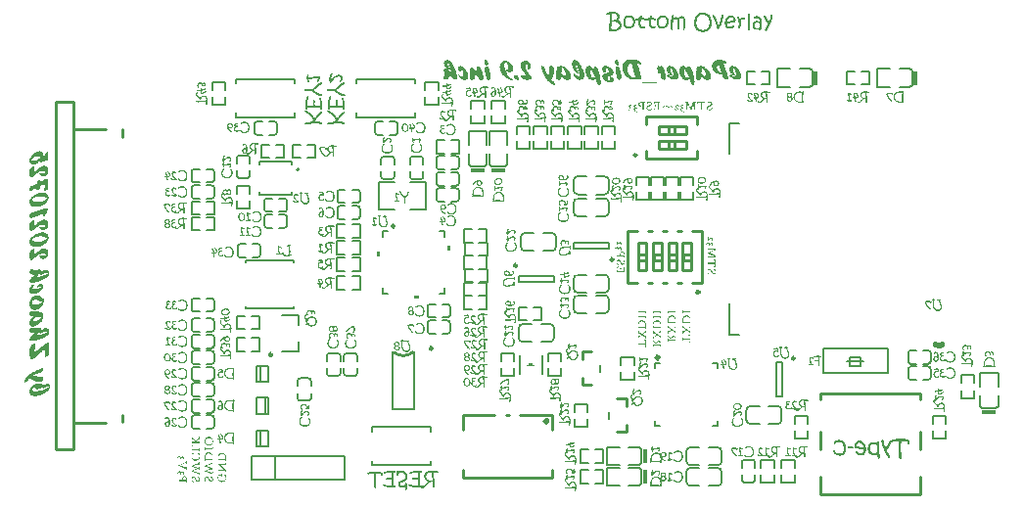
<source format=gbo>
G04*
G04 #@! TF.GenerationSoftware,Altium Limited,Altium Designer,18.1.9 (240)*
G04*
G04 Layer_Color=32896*
%FSLAX25Y25*%
%MOIN*%
G70*
G01*
G75*
%ADD17C,0.01000*%
%ADD19C,0.02000*%
%ADD134C,0.00787*%
%ADD135C,0.00984*%
%ADD136C,0.01181*%
%ADD137C,0.00600*%
%ADD138C,0.00591*%
%ADD139C,0.00500*%
%ADD140R,0.01181X0.04724*%
%ADD141R,0.04724X0.01181*%
G36*
X-31765Y-6952D02*
Y-7952D01*
X-30266D01*
Y-6952D01*
X-31765D01*
D02*
G37*
G36*
X-43452Y6703D02*
Y8203D01*
X-44452D01*
Y6703D01*
X-43452D01*
D02*
G37*
G36*
X8661Y-30393D02*
X9252Y-30393D01*
Y-30826D01*
X6614D01*
X6614Y-30394D01*
X7244Y-30393D01*
X7244Y-29685D01*
X8661D01*
Y-30393D01*
D02*
G37*
G36*
X-20548Y8672D02*
Y10172D01*
X-19548D01*
Y8672D01*
X-20548D01*
D02*
G37*
G36*
X72661Y73446D02*
X72821Y73438D01*
X72958Y73423D01*
X73080Y73408D01*
X73126Y73400D01*
X73164D01*
X73202Y73392D01*
X73225Y73385D01*
X73248D01*
X73416Y73354D01*
X73561Y73324D01*
X73691Y73293D01*
X73797Y73270D01*
X73889Y73240D01*
X73950Y73225D01*
X73988Y73209D01*
X74003Y73202D01*
X74087Y73164D01*
X74156Y73118D01*
X74225Y73072D01*
X74278Y73026D01*
X74324Y72980D01*
X74354Y72942D01*
X74377Y72919D01*
X74385Y72912D01*
X74438Y72836D01*
X74476Y72767D01*
X74499Y72698D01*
X74515Y72637D01*
X74530Y72584D01*
X74537Y72546D01*
Y72523D01*
Y72515D01*
X74530Y72454D01*
X74507Y72408D01*
X74492Y72370D01*
X74484Y72363D01*
X74438Y72324D01*
X74393Y72309D01*
X74362Y72301D01*
X74316D01*
X74278Y72309D01*
X74194Y72332D01*
X74156Y72347D01*
X74125Y72355D01*
X74103Y72363D01*
X74095D01*
X73988Y72401D01*
X73904Y72431D01*
X73874Y72439D01*
X73851D01*
X73836Y72446D01*
X73828D01*
X73736Y72462D01*
X73645Y72477D01*
X73553D01*
X73622Y72301D01*
X74515Y69639D01*
X74606Y69341D01*
X74698Y69066D01*
X74751Y68883D01*
X74805Y68723D01*
X74850Y68570D01*
X74896Y68425D01*
X74934Y68303D01*
X74965Y68189D01*
X74995Y68090D01*
X75018Y67998D01*
X75041Y67922D01*
X75064Y67853D01*
X75079Y67800D01*
X75087Y67754D01*
X75094Y67724D01*
X75102Y67693D01*
X75110Y67685D01*
Y67678D01*
X75140Y67540D01*
X75163Y67426D01*
X75186Y67327D01*
X75194Y67243D01*
X75201Y67182D01*
X75209Y67136D01*
Y67105D01*
Y67098D01*
X75201Y67037D01*
X75194Y66976D01*
X75178Y66930D01*
X75156Y66892D01*
X75140Y66854D01*
X75125Y66831D01*
X75117Y66823D01*
X75110Y66816D01*
X75072Y66785D01*
X75026Y66762D01*
X74942Y66732D01*
X74904Y66724D01*
X74873Y66716D01*
X74843D01*
X74736Y66724D01*
X74629Y66739D01*
X74530Y66762D01*
X74431Y66793D01*
X74347Y66823D01*
X74278Y66846D01*
X74232Y66861D01*
X74225Y66869D01*
X74217D01*
X74087Y66930D01*
X73973Y66991D01*
X73874Y67052D01*
X73782Y67105D01*
X73713Y67151D01*
X73668Y67197D01*
X73630Y67220D01*
X73622Y67228D01*
X73523Y67342D01*
X73447Y67449D01*
X73424Y67487D01*
X73401Y67517D01*
X73393Y67540D01*
X73385Y67548D01*
X73347Y67624D01*
X73302Y67708D01*
X73263Y67807D01*
X73225Y67907D01*
X73149Y68128D01*
X73073Y68341D01*
X73042Y68448D01*
X73019Y68540D01*
X72989Y68631D01*
X72966Y68708D01*
X72951Y68769D01*
X72935Y68822D01*
X72928Y68853D01*
Y68860D01*
X72905Y68959D01*
X72882Y69051D01*
X72844Y69211D01*
X72806Y69349D01*
X72775Y69455D01*
X72752Y69532D01*
X72737Y69585D01*
X72722Y69623D01*
Y69631D01*
X72592Y70012D01*
X71921Y72187D01*
X71814Y72103D01*
X71722Y72012D01*
X71646Y71928D01*
X71585Y71851D01*
X71539Y71783D01*
X71501Y71729D01*
X71486Y71699D01*
X71478Y71683D01*
X71432Y71577D01*
X71394Y71462D01*
X71371Y71348D01*
X71348Y71249D01*
X71341Y71149D01*
X71333Y71081D01*
Y71050D01*
Y71027D01*
Y71020D01*
Y71012D01*
X71341Y70859D01*
X71348Y70714D01*
X71371Y70592D01*
X71394Y70486D01*
X71417Y70402D01*
X71432Y70333D01*
X71447Y70295D01*
X71455Y70280D01*
X71501Y70173D01*
X71562Y70066D01*
X71615Y69967D01*
X71676Y69883D01*
X71730Y69814D01*
X71776Y69761D01*
X71806Y69730D01*
X71814Y69715D01*
X71966Y69585D01*
X72043Y69524D01*
X72111Y69478D01*
X72172Y69440D01*
X72218Y69410D01*
X72249Y69394D01*
X72256Y69387D01*
X72348Y69326D01*
X72432Y69265D01*
X72500Y69219D01*
X72546Y69173D01*
X72592Y69135D01*
X72615Y69112D01*
X72630Y69097D01*
X72638Y69089D01*
X72668Y69043D01*
X72691Y68998D01*
X72722Y68914D01*
X72729Y68883D01*
X72737Y68853D01*
Y68837D01*
Y68830D01*
X72729Y68799D01*
X72714Y68769D01*
X72668Y68723D01*
X72630Y68692D01*
X72615Y68685D01*
X72607D01*
X72508Y68647D01*
X72409Y68631D01*
X72371Y68624D01*
X72310D01*
X72157Y68631D01*
X71997Y68654D01*
X71852Y68692D01*
X71714Y68731D01*
X71592Y68761D01*
X71539Y68784D01*
X71501Y68799D01*
X71463Y68814D01*
X71440Y68822D01*
X71425Y68830D01*
X71417D01*
X71241Y68914D01*
X71081Y69005D01*
X70944Y69089D01*
X70829Y69173D01*
X70738Y69249D01*
X70669Y69303D01*
X70623Y69341D01*
X70608Y69356D01*
X70509Y69463D01*
X70410Y69570D01*
X70326Y69677D01*
X70249Y69784D01*
X70188Y69867D01*
X70143Y69944D01*
X70112Y69990D01*
X70104Y69997D01*
Y70005D01*
X70021Y70150D01*
X69952Y70287D01*
X69891Y70417D01*
X69837Y70539D01*
X69799Y70638D01*
X69769Y70714D01*
X69761Y70745D01*
X69753Y70768D01*
X69746Y70776D01*
Y70783D01*
X69700Y70928D01*
X69670Y71065D01*
X69639Y71188D01*
X69624Y71294D01*
X69616Y71386D01*
X69609Y71455D01*
Y71493D01*
Y71508D01*
X69616Y71638D01*
X69631Y71767D01*
X69654Y71882D01*
X69677Y71981D01*
X69700Y72065D01*
X69723Y72134D01*
X69738Y72172D01*
X69746Y72187D01*
X69799Y72301D01*
X69860Y72408D01*
X69921Y72508D01*
X69975Y72584D01*
X70028Y72652D01*
X70074Y72706D01*
X70104Y72736D01*
X70112Y72744D01*
X70204Y72828D01*
X70303Y72912D01*
X70394Y72980D01*
X70486Y73042D01*
X70562Y73087D01*
X70623Y73118D01*
X70661Y73141D01*
X70677Y73148D01*
X70799Y73202D01*
X70921Y73255D01*
X71043Y73293D01*
X71157Y73324D01*
X71257Y73354D01*
X71333Y73370D01*
X71364Y73377D01*
X71386Y73385D01*
X71402D01*
X71562Y73408D01*
X71722Y73431D01*
X71875Y73446D01*
X72020Y73454D01*
X72142Y73461D01*
X72493D01*
X72661Y73446D01*
D02*
G37*
G36*
X42285Y73560D02*
X42583Y73553D01*
X42728Y73545D01*
X42858Y73537D01*
X42980Y73530D01*
X43094Y73522D01*
X43194Y73507D01*
X43293Y73499D01*
X43369Y73492D01*
X43438Y73484D01*
X43491Y73476D01*
X43537D01*
X43560Y73469D01*
X43567D01*
X43827Y73431D01*
X43949Y73408D01*
X44056Y73392D01*
X44162Y73370D01*
X44254Y73347D01*
X44346Y73324D01*
X44422Y73309D01*
X44491Y73286D01*
X44552Y73270D01*
X44605Y73255D01*
X44651Y73240D01*
X44681Y73225D01*
X44704Y73217D01*
X44719Y73209D01*
X44727D01*
X44796Y73179D01*
X44864Y73133D01*
X44925Y73095D01*
X44979Y73049D01*
X45025Y73003D01*
X45063Y72973D01*
X45086Y72950D01*
X45093Y72942D01*
X45208Y72797D01*
X45261Y72729D01*
X45299Y72668D01*
X45330Y72607D01*
X45353Y72561D01*
X45368Y72530D01*
X45376Y72523D01*
X45414Y72439D01*
X45437Y72363D01*
X45460Y72286D01*
X45467Y72225D01*
X45475Y72172D01*
X45483Y72134D01*
Y72103D01*
Y72095D01*
X45475Y72042D01*
X45467Y72012D01*
X45460Y71989D01*
X45452Y71981D01*
X45414Y71966D01*
X45368Y71958D01*
X45330Y71951D01*
X45315D01*
X45231Y71958D01*
X45124Y71973D01*
X45017Y72004D01*
X44903Y72034D01*
X44796Y72065D01*
X44712Y72095D01*
X44674Y72103D01*
X44651Y72111D01*
X44636Y72118D01*
X44628D01*
X44475Y72172D01*
X44346Y72210D01*
X44239Y72240D01*
X44162Y72256D01*
X44102Y72271D01*
X44063Y72278D01*
X43964D01*
Y72263D01*
X44056Y72202D01*
X44124Y72141D01*
X44170Y72095D01*
X44178Y72088D01*
X44185Y72080D01*
X44239Y71996D01*
X44285Y71897D01*
X44330Y71790D01*
X44368Y71683D01*
X44399Y71584D01*
X44422Y71508D01*
X44430Y71477D01*
X44437Y71455D01*
X44445Y71439D01*
Y71432D01*
X45612Y67494D01*
X45627Y67434D01*
X45635Y67388D01*
Y67357D01*
Y67350D01*
X45627Y67289D01*
X45620Y67235D01*
X45597Y67197D01*
X45574Y67159D01*
X45559Y67128D01*
X45536Y67105D01*
X45528Y67098D01*
X45521Y67090D01*
X45483Y67060D01*
X45437Y67037D01*
X45330Y66983D01*
X45215Y66938D01*
X45093Y66907D01*
X44979Y66877D01*
X44887Y66854D01*
X44849Y66838D01*
X44819D01*
X44803Y66831D01*
X44796D01*
X44582Y66793D01*
X44368Y66770D01*
X44162Y66747D01*
X43979Y66739D01*
X43888Y66732D01*
X43812D01*
X43743Y66724D01*
X43575D01*
X43384Y66732D01*
X43194Y66739D01*
X42835Y66777D01*
X42499Y66846D01*
X42179Y66930D01*
X41889Y67029D01*
X41614Y67136D01*
X41362Y67258D01*
X41133Y67380D01*
X40935Y67502D01*
X40760Y67624D01*
X40607Y67731D01*
X40485Y67830D01*
X40386Y67914D01*
X40317Y67983D01*
X40271Y68021D01*
X40256Y68036D01*
X40065Y68250D01*
X39905Y68486D01*
X39760Y68715D01*
X39638Y68929D01*
X39584Y69028D01*
X39539Y69120D01*
X39501Y69204D01*
X39470Y69272D01*
X39439Y69333D01*
X39424Y69371D01*
X39409Y69402D01*
Y69410D01*
X39348Y69562D01*
X39302Y69715D01*
X39218Y70012D01*
X39157Y70287D01*
X39142Y70417D01*
X39119Y70539D01*
X39112Y70646D01*
X39096Y70745D01*
X39089Y70829D01*
Y70905D01*
X39081Y70966D01*
Y71004D01*
Y71035D01*
Y71043D01*
Y71188D01*
X39096Y71332D01*
X39134Y71592D01*
X39157Y71714D01*
X39188Y71828D01*
X39218Y71935D01*
X39249Y72027D01*
X39287Y72118D01*
X39318Y72195D01*
X39348Y72256D01*
X39371Y72317D01*
X39394Y72355D01*
X39409Y72393D01*
X39417Y72408D01*
X39424Y72416D01*
X39562Y72614D01*
X39722Y72790D01*
X39882Y72942D01*
X40042Y73064D01*
X40187Y73156D01*
X40248Y73194D01*
X40302Y73225D01*
X40347Y73248D01*
X40378Y73263D01*
X40401Y73278D01*
X40409D01*
X40660Y73377D01*
X40920Y73446D01*
X41187Y73499D01*
X41431Y73530D01*
X41545Y73545D01*
X41645Y73553D01*
X41736Y73560D01*
X41820D01*
X41881Y73568D01*
X41973D01*
X42285Y73560D01*
D02*
G37*
G36*
X37166Y73454D02*
X37242Y73438D01*
X37288Y73423D01*
X37295Y73415D01*
X37303D01*
X37372Y73377D01*
X37425Y73339D01*
X37471Y73301D01*
X37479Y73293D01*
X37486Y73286D01*
X37547Y73217D01*
X37601Y73133D01*
X37654Y73049D01*
X37700Y72958D01*
X37738Y72881D01*
X37769Y72820D01*
X37784Y72774D01*
X37791Y72767D01*
Y72759D01*
X37837Y72629D01*
X37868Y72507D01*
X37891Y72401D01*
X37906Y72309D01*
X37914Y72240D01*
X37921Y72179D01*
Y72149D01*
Y72134D01*
X37914Y72042D01*
X37898Y71958D01*
X37875Y71882D01*
X37852Y71821D01*
X37814Y71767D01*
X37776Y71722D01*
X37738Y71683D01*
X37692Y71653D01*
X37608Y71615D01*
X37532Y71592D01*
X37509D01*
X37486Y71584D01*
X37448D01*
X37372Y71592D01*
X37295Y71615D01*
X37227Y71645D01*
X37166Y71683D01*
X37120Y71714D01*
X37074Y71744D01*
X37051Y71767D01*
X37044Y71775D01*
X36967Y71851D01*
X36906Y71935D01*
X36845Y72019D01*
X36800Y72095D01*
X36761Y72172D01*
X36738Y72225D01*
X36723Y72263D01*
X36716Y72278D01*
X36678Y72393D01*
X36647Y72515D01*
X36624Y72622D01*
X36609Y72721D01*
X36601Y72813D01*
X36593Y72874D01*
Y72919D01*
Y72935D01*
X36601Y73034D01*
X36609Y73118D01*
X36632Y73186D01*
X36655Y73240D01*
X36678Y73286D01*
X36693Y73316D01*
X36708Y73331D01*
X36716Y73339D01*
X36761Y73377D01*
X36822Y73408D01*
X36876Y73431D01*
X36937Y73446D01*
X36990Y73454D01*
X37036Y73461D01*
X37074D01*
X37166Y73454D01*
D02*
G37*
G36*
X-7302Y73454D02*
X-7226Y73438D01*
X-7180Y73423D01*
X-7172Y73415D01*
X-7164D01*
X-7096Y73377D01*
X-7042Y73339D01*
X-6997Y73301D01*
X-6989Y73293D01*
X-6981Y73286D01*
X-6920Y73217D01*
X-6867Y73133D01*
X-6814Y73049D01*
X-6768Y72958D01*
X-6730Y72881D01*
X-6699Y72820D01*
X-6684Y72774D01*
X-6676Y72767D01*
Y72759D01*
X-6630Y72629D01*
X-6600Y72507D01*
X-6577Y72401D01*
X-6562Y72309D01*
X-6554Y72240D01*
X-6547Y72179D01*
Y72149D01*
Y72134D01*
X-6554Y72042D01*
X-6569Y71958D01*
X-6592Y71882D01*
X-6615Y71821D01*
X-6653Y71767D01*
X-6691Y71722D01*
X-6730Y71683D01*
X-6775Y71653D01*
X-6859Y71615D01*
X-6936Y71592D01*
X-6959D01*
X-6981Y71584D01*
X-7019D01*
X-7096Y71592D01*
X-7172Y71615D01*
X-7241Y71645D01*
X-7302Y71683D01*
X-7348Y71714D01*
X-7393Y71744D01*
X-7416Y71767D01*
X-7424Y71775D01*
X-7500Y71851D01*
X-7561Y71935D01*
X-7622Y72019D01*
X-7668Y72095D01*
X-7706Y72172D01*
X-7729Y72225D01*
X-7744Y72263D01*
X-7752Y72278D01*
X-7790Y72393D01*
X-7821Y72515D01*
X-7844Y72622D01*
X-7859Y72721D01*
X-7867Y72813D01*
X-7874Y72874D01*
Y72919D01*
Y72935D01*
X-7867Y73034D01*
X-7859Y73118D01*
X-7836Y73186D01*
X-7813Y73240D01*
X-7790Y73286D01*
X-7775Y73316D01*
X-7760Y73331D01*
X-7752Y73339D01*
X-7706Y73377D01*
X-7645Y73408D01*
X-7592Y73431D01*
X-7531Y73446D01*
X-7477Y73454D01*
X-7432Y73461D01*
X-7393D01*
X-7302Y73454D01*
D02*
G37*
G36*
X52487Y71432D02*
X52571Y71416D01*
X52639Y71394D01*
X52708Y71363D01*
X52754Y71332D01*
X52800Y71310D01*
X52823Y71294D01*
X52830Y71287D01*
X52907Y71210D01*
X52975Y71119D01*
X53036Y71035D01*
X53090Y70951D01*
X53135Y70882D01*
X53166Y70821D01*
X53189Y70783D01*
X53196Y70768D01*
X53227Y70707D01*
X53258Y70631D01*
X53311Y70478D01*
X53372Y70310D01*
X53418Y70150D01*
X53464Y70005D01*
X53486Y69944D01*
X53502Y69883D01*
X53517Y69837D01*
X53525Y69806D01*
X53532Y69784D01*
Y69776D01*
X53547Y69715D01*
X53555Y69684D01*
X53563Y69661D01*
Y69654D01*
X53601Y69524D01*
X53647Y69356D01*
X53685Y69181D01*
X53723Y69013D01*
X53746Y68853D01*
X53776Y68723D01*
X53784Y68662D01*
X53792Y68616D01*
X53799Y68570D01*
Y68540D01*
X53807Y68525D01*
Y68517D01*
X53837Y68311D01*
X53853Y68128D01*
X53868Y67968D01*
X53883Y67830D01*
Y67724D01*
X53891Y67678D01*
Y67639D01*
Y67609D01*
Y67586D01*
Y67579D01*
Y67571D01*
X53883Y67403D01*
X53868Y67258D01*
X53845Y67144D01*
X53822Y67044D01*
X53799Y66968D01*
X53776Y66915D01*
X53761Y66884D01*
X53753Y66877D01*
X53692Y66808D01*
X53624Y66754D01*
X53555Y66716D01*
X53486Y66693D01*
X53418Y66678D01*
X53364Y66663D01*
X53319D01*
X53250Y66671D01*
X53181Y66678D01*
X53052Y66716D01*
X52937Y66770D01*
X52823Y66831D01*
X52731Y66884D01*
X52662Y66938D01*
X52617Y66976D01*
X52609Y66991D01*
X52601D01*
X52517Y67067D01*
X52456Y67136D01*
X52426Y67182D01*
X52411Y67189D01*
Y67197D01*
X52365Y67281D01*
X52334Y67365D01*
X52327Y67403D01*
X52319Y67434D01*
X52311Y67449D01*
Y67456D01*
X52296Y67517D01*
X52289Y67579D01*
X52266Y67708D01*
X52258Y67762D01*
Y67807D01*
X52250Y67838D01*
Y67845D01*
X52243Y67952D01*
X52235Y68029D01*
Y68051D01*
Y68074D01*
Y68090D01*
X52212Y68189D01*
Y68219D01*
X52205Y68265D01*
Y68364D01*
X52197Y68479D01*
X52189Y68601D01*
X52182Y68715D01*
X52174Y68814D01*
X52166Y68853D01*
Y68883D01*
Y68898D01*
Y68906D01*
X52159Y69082D01*
X52144Y69242D01*
X52128Y69387D01*
X52121Y69516D01*
X52105Y69631D01*
X52082Y69730D01*
X52067Y69822D01*
X52052Y69898D01*
X52037Y69967D01*
X52021Y70020D01*
X52014Y70066D01*
X51999Y70096D01*
X51991Y70127D01*
X51983Y70142D01*
X51976Y70157D01*
X51945Y70119D01*
X51922Y70073D01*
X51892Y69974D01*
X51876Y69936D01*
X51869Y69898D01*
X51861Y69875D01*
Y69867D01*
X51846Y69791D01*
X51831Y69715D01*
X51823Y69631D01*
Y69547D01*
X51815Y69478D01*
Y69417D01*
Y69379D01*
Y69364D01*
Y69257D01*
X51808Y69165D01*
X51800Y69082D01*
X51793Y69013D01*
X51777Y68952D01*
X51762Y68906D01*
X51747Y68860D01*
X51731Y68830D01*
X51709Y68784D01*
X51678Y68761D01*
X51663Y68753D01*
X51655D01*
X51602Y68769D01*
X51548Y68799D01*
X51503Y68837D01*
X51457Y68891D01*
X51419Y68937D01*
X51388Y68982D01*
X51373Y69013D01*
X51365Y69021D01*
X51312Y69127D01*
X51258Y69242D01*
X51220Y69356D01*
X51182Y69471D01*
X51152Y69562D01*
X51129Y69646D01*
X51121Y69677D01*
Y69700D01*
X51113Y69707D01*
Y69715D01*
X51083Y69875D01*
X51052Y70035D01*
X51037Y70180D01*
X51029Y70318D01*
X51022Y70432D01*
X51014Y70478D01*
Y70524D01*
Y70554D01*
Y70577D01*
Y70592D01*
Y70600D01*
X51022Y70745D01*
X51029Y70875D01*
X51052Y70989D01*
X51083Y71088D01*
X51113Y71165D01*
X51152Y71233D01*
X51190Y71287D01*
X51228Y71332D01*
X51266Y71371D01*
X51304Y71394D01*
X51373Y71424D01*
X51426Y71439D01*
X51442D01*
X51518Y71432D01*
X51571Y71409D01*
X51609Y71386D01*
X51625Y71378D01*
X51655Y71355D01*
X51693Y71317D01*
X51762Y71241D01*
X51793Y71210D01*
X51823Y71180D01*
X51838Y71157D01*
X51846Y71149D01*
X51892Y71096D01*
X51930Y71050D01*
X51960Y71020D01*
X51976Y71012D01*
X51991Y71088D01*
X52014Y71157D01*
X52044Y71210D01*
X52075Y71256D01*
X52144Y71332D01*
X52220Y71386D01*
X52289Y71416D01*
X52350Y71432D01*
X52388Y71439D01*
X52403D01*
X52487Y71432D01*
D02*
G37*
G36*
X6104Y73164D02*
X6257Y73148D01*
X6394Y73125D01*
X6516Y73103D01*
X6623Y73072D01*
X6699Y73049D01*
X6730Y73041D01*
X6753Y73034D01*
X6760Y73026D01*
X6768D01*
X6905Y72973D01*
X7035Y72904D01*
X7142Y72843D01*
X7241Y72782D01*
X7325Y72721D01*
X7378Y72675D01*
X7416Y72645D01*
X7432Y72637D01*
X7531Y72538D01*
X7615Y72439D01*
X7691Y72340D01*
X7745Y72248D01*
X7798Y72172D01*
X7828Y72103D01*
X7851Y72065D01*
X7859Y72057D01*
Y72050D01*
X7912Y71920D01*
X7950Y71798D01*
X7973Y71676D01*
X7989Y71569D01*
X8004Y71477D01*
X8012Y71401D01*
Y71355D01*
Y71348D01*
Y71340D01*
X8004Y71241D01*
X7996Y71157D01*
X7981Y71073D01*
X7966Y70997D01*
X7950Y70936D01*
X7943Y70882D01*
X7928Y70852D01*
Y70844D01*
X7890Y70760D01*
X7851Y70684D01*
X7813Y70623D01*
X7775Y70562D01*
X7745Y70524D01*
X7722Y70486D01*
X7706Y70470D01*
X7699Y70463D01*
X7645Y70417D01*
X7592Y70371D01*
X7470Y70302D01*
X7424Y70272D01*
X7378Y70249D01*
X7348Y70234D01*
X7340Y70226D01*
X7256Y70188D01*
X7180Y70157D01*
X7119Y70142D01*
X7065Y70127D01*
X7020Y70119D01*
X6989Y70112D01*
X6966D01*
X6913Y70119D01*
X6875Y70135D01*
X6852Y70157D01*
X6829Y70180D01*
X6814Y70226D01*
Y70241D01*
Y70249D01*
X6821Y70287D01*
X6837Y70341D01*
X6852Y70386D01*
X6859Y70394D01*
Y70402D01*
X6890Y70516D01*
X6905Y70623D01*
X6921Y70730D01*
X6936Y70821D01*
Y70898D01*
X6943Y70951D01*
Y70989D01*
Y71004D01*
X6936Y71142D01*
X6928Y71279D01*
X6890Y71516D01*
X6867Y71630D01*
X6837Y71729D01*
X6806Y71828D01*
X6775Y71912D01*
X6745Y71989D01*
X6714Y72057D01*
X6684Y72118D01*
X6661Y72164D01*
X6638Y72202D01*
X6623Y72233D01*
X6608Y72248D01*
Y72256D01*
X6516Y72202D01*
X6440Y72141D01*
X6371Y72088D01*
X6325Y72034D01*
X6287Y71989D01*
X6264Y71951D01*
X6249Y71920D01*
X6241Y71912D01*
X6203Y71828D01*
X6180Y71729D01*
X6157Y71630D01*
X6150Y71523D01*
X6142Y71439D01*
X6135Y71363D01*
Y71332D01*
Y71310D01*
Y71302D01*
Y71294D01*
X6142Y71149D01*
X6157Y71004D01*
X6173Y70875D01*
X6196Y70760D01*
X6226Y70661D01*
X6241Y70592D01*
X6249Y70562D01*
X6257Y70539D01*
X6264Y70531D01*
Y70524D01*
X6333Y70333D01*
X6371Y70241D01*
X6402Y70165D01*
X6432Y70096D01*
X6463Y70051D01*
X6478Y70020D01*
X6486Y70005D01*
X6547Y69906D01*
X6615Y69784D01*
X6692Y69661D01*
X6768Y69539D01*
X6837Y69433D01*
X6898Y69341D01*
X6921Y69303D01*
X6936Y69280D01*
X6943Y69265D01*
X6951Y69257D01*
X7027Y69158D01*
X7104Y69059D01*
X7126Y69020D01*
X7134Y68998D01*
X7149Y68982D01*
Y68975D01*
X7172Y68937D01*
X7180Y68929D01*
X7187Y68921D01*
X7218Y68883D01*
X7226Y68876D01*
X7233Y68868D01*
X7348Y68715D01*
X7455Y68570D01*
X7569Y68433D01*
X7668Y68311D01*
X7752Y68212D01*
X7821Y68128D01*
X7844Y68097D01*
X7867Y68074D01*
X7874Y68067D01*
X7882Y68059D01*
X7973Y67960D01*
X8050Y67868D01*
X8118Y67785D01*
X8172Y67708D01*
X8225Y67639D01*
X8263Y67579D01*
X8324Y67472D01*
X8355Y67403D01*
X8378Y67350D01*
X8385Y67319D01*
Y67311D01*
X8378Y67266D01*
X8363Y67212D01*
X8340Y67166D01*
X8309Y67128D01*
X8225Y67052D01*
X8134Y66983D01*
X8050Y66930D01*
X7966Y66884D01*
X7935Y66877D01*
X7912Y66861D01*
X7897Y66854D01*
X7890D01*
X7691Y66793D01*
X7493Y66747D01*
X7287Y66709D01*
X7104Y66686D01*
X7020Y66678D01*
X6936Y66671D01*
X6867D01*
X6806Y66663D01*
X6692D01*
X6493Y66671D01*
X6318Y66678D01*
X6165Y66701D01*
X6035Y66724D01*
X5929Y66739D01*
X5852Y66762D01*
X5822Y66770D01*
X5799D01*
X5791Y66777D01*
X5784D01*
X5646Y66823D01*
X5524Y66884D01*
X5417Y66945D01*
X5326Y67006D01*
X5249Y67060D01*
X5189Y67105D01*
X5158Y67136D01*
X5143Y67144D01*
X5051Y67243D01*
X4960Y67342D01*
X4876Y67449D01*
X4807Y67548D01*
X4746Y67639D01*
X4693Y67708D01*
X4662Y67754D01*
X4654Y67762D01*
Y67769D01*
X4578Y67907D01*
X4517Y68021D01*
X4479Y68120D01*
X4448Y68204D01*
X4433Y68265D01*
X4418Y68303D01*
Y68334D01*
Y68341D01*
X4425Y68357D01*
X4441Y68372D01*
X4494D01*
X4517Y68364D01*
X4578Y68349D01*
X4631Y68334D01*
X4647Y68326D01*
X4654D01*
X4738Y68303D01*
X4830Y68288D01*
X4921Y68265D01*
X5013Y68257D01*
X5097Y68242D01*
X5158Y68235D01*
X5204Y68227D01*
X5219D01*
X5356Y68212D01*
X5478Y68204D01*
X5601Y68196D01*
X5715D01*
X5807Y68189D01*
X6066D01*
X6173Y68196D01*
X6272Y68204D01*
X6356Y68219D01*
X6417Y68227D01*
X6463Y68235D01*
X6493Y68242D01*
X6501D01*
X6417Y68341D01*
X6325Y68456D01*
X6142Y68662D01*
X5982Y68853D01*
X5829Y69028D01*
X5707Y69188D01*
X5646Y69257D01*
X5601Y69318D01*
X5555Y69371D01*
X5524Y69417D01*
X5494Y69455D01*
X5471Y69478D01*
X5463Y69494D01*
X5455Y69501D01*
X5318Y69677D01*
X5204Y69845D01*
X5097Y69997D01*
X5013Y70135D01*
X4937Y70241D01*
X4891Y70325D01*
X4868Y70356D01*
X4853Y70379D01*
X4845Y70386D01*
Y70394D01*
X4761Y70539D01*
X4693Y70676D01*
X4631Y70806D01*
X4578Y70913D01*
X4540Y71004D01*
X4517Y71065D01*
X4502Y71111D01*
X4494Y71126D01*
X4456Y71249D01*
X4425Y71363D01*
X4410Y71470D01*
X4395Y71561D01*
X4387Y71638D01*
X4380Y71691D01*
Y71729D01*
Y71744D01*
X4387Y71882D01*
X4410Y72019D01*
X4448Y72134D01*
X4487Y72240D01*
X4525Y72332D01*
X4563Y72401D01*
X4586Y72439D01*
X4593Y72454D01*
X4677Y72576D01*
X4769Y72675D01*
X4868Y72767D01*
X4960Y72843D01*
X5043Y72904D01*
X5105Y72942D01*
X5150Y72973D01*
X5158Y72980D01*
X5166D01*
X5303Y73041D01*
X5433Y73087D01*
X5562Y73125D01*
X5684Y73148D01*
X5791Y73164D01*
X5867Y73171D01*
X5944D01*
X6104Y73164D01*
D02*
G37*
G36*
X-9866Y71348D02*
X-9766Y71325D01*
X-9675Y71287D01*
X-9599Y71249D01*
X-9530Y71203D01*
X-9484Y71172D01*
X-9454Y71142D01*
X-9446Y71134D01*
X-9331Y70997D01*
X-9225Y70844D01*
X-9125Y70684D01*
X-9049Y70531D01*
X-8980Y70394D01*
X-8958Y70341D01*
X-8935Y70287D01*
X-8919Y70249D01*
X-8904Y70218D01*
X-8896Y70196D01*
Y70188D01*
X-8790Y69913D01*
X-8744Y69784D01*
X-8698Y69669D01*
X-8660Y69562D01*
X-8637Y69486D01*
X-8630Y69455D01*
X-8622Y69433D01*
X-8614Y69425D01*
Y69417D01*
X-8568Y69272D01*
X-8530Y69127D01*
X-8492Y68998D01*
X-8462Y68883D01*
X-8439Y68784D01*
X-8416Y68708D01*
X-8408Y68677D01*
Y68654D01*
X-8401Y68647D01*
Y68639D01*
X-8370Y68502D01*
X-8347Y68364D01*
X-8324Y68242D01*
X-8301Y68135D01*
X-8286Y68051D01*
X-8271Y67983D01*
X-8263Y67937D01*
Y67929D01*
Y67922D01*
X-8248Y67800D01*
X-8233Y67693D01*
X-8225Y67594D01*
X-8217Y67517D01*
X-8210Y67449D01*
Y67395D01*
Y67365D01*
Y67357D01*
X-8217Y67228D01*
X-8240Y67105D01*
X-8271Y66999D01*
X-8309Y66915D01*
X-8339Y66838D01*
X-8370Y66793D01*
X-8393Y66754D01*
X-8401Y66747D01*
X-8477Y66671D01*
X-8561Y66617D01*
X-8652Y66571D01*
X-8729Y66548D01*
X-8805Y66533D01*
X-8858Y66526D01*
X-8896Y66518D01*
X-8912D01*
X-8996Y66526D01*
X-9072Y66548D01*
X-9141Y66571D01*
X-9202Y66610D01*
X-9255Y66640D01*
X-9293Y66663D01*
X-9316Y66686D01*
X-9324Y66693D01*
X-9415Y66816D01*
X-9507Y66922D01*
X-9537Y66968D01*
X-9568Y67006D01*
X-9583Y67029D01*
X-9591Y67037D01*
X-9743Y67235D01*
X-9896Y67434D01*
X-10056Y67624D01*
X-10201Y67800D01*
X-10270Y67876D01*
X-10331Y67952D01*
X-10384Y68013D01*
X-10430Y68067D01*
X-10468Y68113D01*
X-10499Y68143D01*
X-10514Y68166D01*
X-10522Y68174D01*
X-10606Y68265D01*
X-10690Y68349D01*
X-10720Y68380D01*
X-10743Y68410D01*
X-10758Y68425D01*
X-10766Y68433D01*
X-10819Y68494D01*
X-10873Y68555D01*
X-10987Y68677D01*
X-11033Y68731D01*
X-11071Y68776D01*
X-11102Y68807D01*
X-11109Y68814D01*
X-11124Y68792D01*
X-11109Y68654D01*
X-11094Y68525D01*
X-11086Y68410D01*
X-11079Y68311D01*
X-11071Y68227D01*
Y68174D01*
Y68135D01*
Y68120D01*
X-11079Y67968D01*
X-11094Y67823D01*
X-11109Y67685D01*
X-11132Y67579D01*
X-11155Y67479D01*
X-11178Y67411D01*
X-11186Y67365D01*
X-11193Y67357D01*
Y67350D01*
X-11247Y67228D01*
X-11300Y67128D01*
X-11361Y67037D01*
X-11414Y66960D01*
X-11468Y66899D01*
X-11506Y66861D01*
X-11536Y66831D01*
X-11544Y66823D01*
X-11636Y66762D01*
X-11720Y66716D01*
X-11804Y66678D01*
X-11887Y66655D01*
X-11956Y66640D01*
X-12010Y66632D01*
X-12055D01*
X-12124Y66640D01*
X-12193Y66648D01*
X-12261Y66663D01*
X-12330Y66678D01*
X-12383Y66693D01*
X-12437Y66709D01*
X-12467Y66724D01*
X-12475D01*
X-12566Y66762D01*
X-12643Y66800D01*
X-12711Y66846D01*
X-12773Y66877D01*
X-12818Y66915D01*
X-12849Y66938D01*
X-12872Y66953D01*
X-12879Y66960D01*
X-12918Y66999D01*
X-12933Y67037D01*
X-12940Y67067D01*
Y67083D01*
Y67113D01*
X-12933Y67144D01*
X-12918Y67228D01*
X-12902Y67258D01*
X-12895Y67289D01*
X-12887Y67311D01*
Y67319D01*
X-12841Y67456D01*
X-12826Y67525D01*
X-12811Y67579D01*
X-12803Y67624D01*
X-12795Y67662D01*
X-12788Y67685D01*
Y67693D01*
X-12773Y67815D01*
X-12765Y67945D01*
X-12750Y68082D01*
Y68212D01*
X-12742Y68319D01*
Y68410D01*
Y68448D01*
Y68471D01*
Y68486D01*
Y68494D01*
X-12750Y68822D01*
X-12757Y68982D01*
X-12773Y69120D01*
X-12780Y69242D01*
Y69295D01*
X-12788Y69341D01*
Y69379D01*
X-12795Y69402D01*
Y69417D01*
Y69425D01*
X-12811Y69555D01*
X-12826Y69669D01*
X-12834Y69768D01*
Y69845D01*
X-12841Y69913D01*
Y69951D01*
Y69982D01*
Y69990D01*
X-12834Y70150D01*
X-12818Y70287D01*
X-12795Y70402D01*
X-12773Y70486D01*
X-12742Y70554D01*
X-12719Y70600D01*
X-12704Y70631D01*
X-12696Y70638D01*
X-12635Y70699D01*
X-12559Y70745D01*
X-12475Y70783D01*
X-12399Y70806D01*
X-12322Y70821D01*
X-12261Y70829D01*
X-12208D01*
X-12124Y70821D01*
X-12048Y70814D01*
X-11979Y70791D01*
X-11910Y70775D01*
X-11857Y70753D01*
X-11819Y70730D01*
X-11788Y70722D01*
X-11781Y70714D01*
X-11704Y70669D01*
X-11620Y70615D01*
X-11544Y70554D01*
X-11468Y70501D01*
X-11407Y70447D01*
X-11353Y70402D01*
X-11323Y70371D01*
X-11308Y70363D01*
X-11201Y70264D01*
X-11086Y70142D01*
X-10972Y70020D01*
X-10857Y69906D01*
X-10751Y69791D01*
X-10674Y69707D01*
X-10644Y69669D01*
X-10621Y69646D01*
X-10606Y69631D01*
X-10598Y69623D01*
X-10308Y69280D01*
X-10285Y69295D01*
X-10323Y69463D01*
X-10354Y69616D01*
X-10384Y69761D01*
X-10407Y69898D01*
X-10423Y70020D01*
X-10438Y70135D01*
X-10453Y70241D01*
X-10468Y70333D01*
X-10476Y70417D01*
X-10484Y70493D01*
Y70554D01*
X-10491Y70600D01*
Y70638D01*
Y70669D01*
Y70684D01*
Y70692D01*
X-10484Y70806D01*
X-10468Y70913D01*
X-10445Y70997D01*
X-10415Y71073D01*
X-10369Y71142D01*
X-10331Y71195D01*
X-10285Y71241D01*
X-10239Y71271D01*
X-10186Y71302D01*
X-10140Y71317D01*
X-10064Y71348D01*
X-10026D01*
X-10003Y71355D01*
X-9980D01*
X-9866Y71348D01*
D02*
G37*
G36*
X-694Y73164D02*
X-572Y73156D01*
X-343Y73110D01*
X-122Y73049D01*
X76Y72980D01*
X160Y72942D01*
X244Y72912D01*
X313Y72881D01*
X366Y72851D01*
X420Y72828D01*
X450Y72805D01*
X473Y72797D01*
X481Y72790D01*
X710Y72637D01*
X916Y72477D01*
X1099Y72309D01*
X1251Y72149D01*
X1312Y72080D01*
X1374Y72012D01*
X1419Y71951D01*
X1457Y71897D01*
X1496Y71859D01*
X1518Y71828D01*
X1526Y71806D01*
X1534Y71798D01*
X1602Y71683D01*
X1663Y71569D01*
X1717Y71455D01*
X1763Y71348D01*
X1831Y71134D01*
X1877Y70943D01*
X1900Y70852D01*
X1908Y70775D01*
X1915Y70707D01*
X1923Y70653D01*
X1931Y70600D01*
Y70569D01*
Y70547D01*
Y70539D01*
X1915Y70333D01*
X1877Y70150D01*
X1831Y69990D01*
X1770Y69860D01*
X1709Y69753D01*
X1663Y69677D01*
X1640Y69646D01*
X1625Y69623D01*
X1610Y69616D01*
Y69608D01*
X1549Y69547D01*
X1480Y69494D01*
X1335Y69402D01*
X1198Y69341D01*
X1061Y69295D01*
X946Y69272D01*
X893Y69257D01*
X847D01*
X817Y69249D01*
X763D01*
X649Y69257D01*
X542Y69265D01*
X443Y69280D01*
X351Y69303D01*
X282Y69326D01*
X221Y69341D01*
X191Y69349D01*
X176Y69356D01*
X61Y69402D01*
X-53Y69463D01*
X-175Y69524D01*
X-282Y69593D01*
X-381Y69654D01*
X-465Y69700D01*
X-496Y69722D01*
X-519Y69730D01*
X-526Y69745D01*
X-534D01*
X-543Y69727D01*
X-465Y69509D01*
X-374Y69288D01*
X-282Y69089D01*
X-198Y68906D01*
X-160Y68830D01*
X-122Y68761D01*
X-84Y68700D01*
X-53Y68647D01*
X-30Y68601D01*
X-15Y68570D01*
X-8Y68555D01*
X0Y68547D01*
X130Y68349D01*
X259Y68166D01*
X382Y67998D01*
X488Y67861D01*
X588Y67746D01*
X633Y67700D01*
X664Y67655D01*
X694Y67624D01*
X717Y67601D01*
X725Y67594D01*
X733Y67586D01*
X878Y67449D01*
X1022Y67327D01*
X1160Y67228D01*
X1282Y67151D01*
X1381Y67090D01*
X1465Y67044D01*
X1496Y67029D01*
X1518Y67022D01*
X1526Y67014D01*
X1534D01*
X1602Y66976D01*
X1656Y66945D01*
X1686Y66922D01*
X1694Y66915D01*
X1717Y66884D01*
X1732Y66854D01*
X1740Y66831D01*
Y66823D01*
X1732Y66762D01*
X1709Y66724D01*
X1686Y66701D01*
X1679Y66693D01*
X1648Y66686D01*
X1618Y66678D01*
X1541Y66671D01*
X1511Y66663D01*
X1457D01*
X1328Y66671D01*
X1198Y66678D01*
X939Y66724D01*
X702Y66785D01*
X588Y66823D01*
X481Y66861D01*
X389Y66892D01*
X298Y66930D01*
X221Y66960D01*
X153Y66991D01*
X99Y67014D01*
X61Y67037D01*
X38Y67044D01*
X31Y67052D01*
X-237Y67212D01*
X-488Y67380D01*
X-717Y67556D01*
X-824Y67639D01*
X-915Y67723D01*
X-1007Y67800D01*
X-1083Y67868D01*
X-1152Y67937D01*
X-1206Y67990D01*
X-1251Y68036D01*
X-1282Y68067D01*
X-1305Y68090D01*
X-1312Y68097D01*
X-1526Y68341D01*
X-1717Y68593D01*
X-1884Y68837D01*
X-2022Y69051D01*
X-2083Y69150D01*
X-2136Y69242D01*
X-2175Y69326D01*
X-2213Y69394D01*
X-2243Y69448D01*
X-2266Y69486D01*
X-2274Y69516D01*
X-2281Y69524D01*
X-2350Y69669D01*
X-2403Y69814D01*
X-2457Y69951D01*
X-2495Y70089D01*
X-2564Y70348D01*
X-2586Y70463D01*
X-2609Y70577D01*
X-2625Y70676D01*
X-2632Y70768D01*
X-2647Y70844D01*
Y70913D01*
X-2655Y70966D01*
Y71012D01*
Y71035D01*
Y71043D01*
X-2647Y71226D01*
X-2632Y71409D01*
X-2602Y71569D01*
X-2564Y71729D01*
X-2518Y71874D01*
X-2464Y72004D01*
X-2411Y72126D01*
X-2358Y72233D01*
X-2304Y72332D01*
X-2251Y72416D01*
X-2197Y72492D01*
X-2152Y72553D01*
X-2113Y72599D01*
X-2083Y72629D01*
X-2068Y72652D01*
X-2060Y72660D01*
X-1961Y72752D01*
X-1854Y72828D01*
X-1747Y72897D01*
X-1640Y72958D01*
X-1541Y73003D01*
X-1434Y73049D01*
X-1244Y73110D01*
X-1152Y73125D01*
X-1068Y73141D01*
X-1000Y73156D01*
X-938Y73164D01*
X-885Y73171D01*
X-816D01*
X-694Y73164D01*
D02*
G37*
G36*
X-20303Y73461D02*
X-20235Y73454D01*
X-20174Y73438D01*
X-20113Y73423D01*
X-20075Y73415D01*
X-20044Y73400D01*
X-20036D01*
X-19884Y73339D01*
X-19815Y73309D01*
X-19754Y73270D01*
X-19701Y73240D01*
X-19662Y73217D01*
X-19632Y73202D01*
X-19624Y73194D01*
X-19479Y73080D01*
X-19411Y73026D01*
X-19350Y72965D01*
X-19304Y72919D01*
X-19266Y72881D01*
X-19235Y72851D01*
X-19228Y72843D01*
X-19083Y72683D01*
X-19022Y72599D01*
X-18960Y72523D01*
X-18915Y72454D01*
X-18877Y72401D01*
X-18854Y72370D01*
X-18846Y72355D01*
X-18755Y72202D01*
X-18655Y72042D01*
X-18571Y71882D01*
X-18487Y71737D01*
X-18419Y71607D01*
X-18388Y71546D01*
X-18365Y71500D01*
X-18350Y71462D01*
X-18335Y71432D01*
X-18320Y71416D01*
Y71409D01*
X-18220Y71203D01*
X-18121Y71004D01*
X-18037Y70806D01*
X-17961Y70631D01*
X-17923Y70554D01*
X-17892Y70486D01*
X-17869Y70424D01*
X-17846Y70363D01*
X-17824Y70325D01*
X-17808Y70295D01*
X-17801Y70272D01*
Y70264D01*
X-17694Y69982D01*
X-17602Y69715D01*
X-17518Y69455D01*
X-17450Y69219D01*
X-17389Y68998D01*
X-17343Y68784D01*
X-17297Y68593D01*
X-17267Y68418D01*
X-17244Y68265D01*
X-17221Y68128D01*
X-17206Y68006D01*
X-17198Y67914D01*
Y67830D01*
X-17190Y67777D01*
Y67746D01*
Y67731D01*
X-17198Y67571D01*
X-17213Y67418D01*
X-17236Y67296D01*
X-17259Y67189D01*
X-17282Y67098D01*
X-17305Y67037D01*
X-17320Y66999D01*
X-17328Y66983D01*
X-17381Y66892D01*
X-17442Y66823D01*
X-17495Y66770D01*
X-17557Y66739D01*
X-17602Y66716D01*
X-17640Y66709D01*
X-17671Y66701D01*
X-17679D01*
X-17770Y66709D01*
X-17869Y66739D01*
X-17976Y66777D01*
X-18091Y66831D01*
X-18205Y66899D01*
X-18312Y66968D01*
X-18533Y67121D01*
X-18632Y67197D01*
X-18724Y67273D01*
X-18808Y67350D01*
X-18884Y67411D01*
X-18945Y67464D01*
X-18991Y67502D01*
X-19022Y67533D01*
X-19029Y67540D01*
X-19083Y67594D01*
X-19136Y67655D01*
X-19273Y67800D01*
X-19426Y67960D01*
X-19586Y68120D01*
X-19731Y68273D01*
X-19792Y68334D01*
X-19846Y68395D01*
X-19891Y68441D01*
X-19929Y68479D01*
X-19952Y68502D01*
X-19960Y68509D01*
X-19983Y68486D01*
X-19968Y68372D01*
X-19960Y68273D01*
X-19952Y68181D01*
Y68105D01*
X-19945Y68036D01*
Y67990D01*
Y67960D01*
Y67952D01*
X-19952Y67754D01*
X-19983Y67579D01*
X-20013Y67418D01*
X-20059Y67289D01*
X-20097Y67182D01*
X-20135Y67105D01*
X-20143Y67083D01*
X-20158Y67060D01*
X-20166Y67052D01*
Y67044D01*
X-20212Y66983D01*
X-20258Y66930D01*
X-20349Y66846D01*
X-20448Y66785D01*
X-20540Y66747D01*
X-20624Y66716D01*
X-20685Y66709D01*
X-20731Y66701D01*
X-20746D01*
X-20830Y66709D01*
X-20914Y66716D01*
X-21082Y66754D01*
X-21242Y66808D01*
X-21387Y66877D01*
X-21517Y66938D01*
X-21570Y66968D01*
X-21616Y66991D01*
X-21646Y67014D01*
X-21677Y67029D01*
X-21692Y67044D01*
X-21700D01*
X-21753Y67075D01*
X-21799Y67105D01*
X-21829Y67136D01*
X-21845Y67159D01*
X-21860Y67182D01*
X-21868Y67189D01*
Y67205D01*
X-21860Y67235D01*
X-21852Y67289D01*
X-21829Y67350D01*
X-21814Y67426D01*
X-21791Y67494D01*
X-21768Y67556D01*
X-21761Y67594D01*
X-21753Y67609D01*
X-21730Y67693D01*
X-21707Y67777D01*
X-21669Y67914D01*
X-21639Y68021D01*
X-21616Y68105D01*
X-21600Y68166D01*
X-21593Y68212D01*
X-21585Y68235D01*
Y68242D01*
X-21570Y68387D01*
Y68456D01*
X-21562Y68517D01*
Y68563D01*
Y68601D01*
Y68624D01*
Y68631D01*
X-21570Y68784D01*
X-21578Y68952D01*
X-21593Y69112D01*
X-21616Y69272D01*
X-21631Y69402D01*
X-21639Y69463D01*
X-21646Y69509D01*
X-21654Y69555D01*
Y69585D01*
X-21662Y69600D01*
Y69608D01*
X-21684Y69707D01*
X-21700Y69791D01*
X-21707Y69860D01*
X-21715Y69921D01*
X-21723Y69967D01*
Y70005D01*
Y70020D01*
Y70028D01*
X-21715Y70119D01*
X-21707Y70203D01*
X-21684Y70272D01*
X-21669Y70325D01*
X-21646Y70371D01*
X-21623Y70409D01*
X-21616Y70424D01*
X-21608Y70432D01*
X-21562Y70478D01*
X-21517Y70516D01*
X-21463Y70539D01*
X-21410Y70562D01*
X-21364Y70569D01*
X-21326Y70577D01*
X-21234D01*
X-21173Y70562D01*
X-21036Y70524D01*
X-20906Y70470D01*
X-20784Y70409D01*
X-20670Y70348D01*
X-20586Y70295D01*
X-20548Y70272D01*
X-20525Y70257D01*
X-20509Y70249D01*
X-20502Y70241D01*
X-20364Y70142D01*
X-20242Y70051D01*
X-20135Y69967D01*
X-20044Y69898D01*
X-19975Y69837D01*
X-19922Y69791D01*
X-19891Y69761D01*
X-19876Y69753D01*
X-19777Y69661D01*
X-19662Y69555D01*
X-19540Y69440D01*
X-19426Y69318D01*
X-19319Y69211D01*
X-19235Y69127D01*
X-19197Y69089D01*
X-19174Y69066D01*
X-19159Y69051D01*
X-19151Y69043D01*
X-19128Y69059D01*
X-19144Y69173D01*
X-19159Y69280D01*
X-19166Y69379D01*
X-19182Y69463D01*
X-19189Y69532D01*
X-19197Y69585D01*
X-19205Y69616D01*
Y69631D01*
X-19250Y69890D01*
X-19304Y70135D01*
X-19357Y70363D01*
X-19380Y70470D01*
X-19411Y70569D01*
X-19433Y70661D01*
X-19456Y70745D01*
X-19472Y70821D01*
X-19495Y70882D01*
X-19502Y70928D01*
X-19518Y70966D01*
X-19525Y70989D01*
Y70997D01*
X-19601Y71249D01*
X-19685Y71493D01*
X-19769Y71714D01*
X-19800Y71813D01*
X-19838Y71905D01*
X-19876Y71996D01*
X-19907Y72072D01*
X-19929Y72134D01*
X-19952Y72195D01*
X-19975Y72240D01*
X-19983Y72271D01*
X-19998Y72294D01*
Y72301D01*
X-20082Y72469D01*
X-20120Y72546D01*
X-20158Y72607D01*
X-20197Y72660D01*
X-20219Y72698D01*
X-20235Y72729D01*
X-20242Y72736D01*
X-20288Y72805D01*
X-20334Y72851D01*
X-20364Y72889D01*
X-20395Y72912D01*
X-20418Y72927D01*
X-20433Y72935D01*
X-20441D01*
X-20456Y72927D01*
X-20471Y72904D01*
X-20479Y72874D01*
X-20486Y72843D01*
X-20494Y72813D01*
Y72782D01*
Y72759D01*
Y72752D01*
Y72668D01*
Y72576D01*
X-20479Y72477D01*
X-20471Y72378D01*
X-20456Y72286D01*
X-20441Y72202D01*
X-20433Y72141D01*
X-20418Y72095D01*
Y72088D01*
Y72080D01*
X-20349Y71813D01*
X-20311Y71691D01*
X-20280Y71577D01*
X-20250Y71485D01*
X-20219Y71409D01*
X-20212Y71378D01*
X-20204Y71355D01*
X-20197Y71348D01*
Y71340D01*
X-20143Y71203D01*
X-20090Y71073D01*
X-20044Y70959D01*
X-19998Y70859D01*
X-19960Y70783D01*
X-19929Y70722D01*
X-19914Y70692D01*
X-19907Y70676D01*
X-19869Y70592D01*
X-19838Y70524D01*
X-19815Y70470D01*
X-19800Y70432D01*
X-19792Y70402D01*
X-19784Y70379D01*
Y70363D01*
X-19792Y70325D01*
X-19807Y70295D01*
X-19815Y70280D01*
X-19823Y70272D01*
X-19853Y70257D01*
X-19876Y70249D01*
X-19899Y70241D01*
X-19907D01*
X-19975Y70249D01*
X-20044Y70264D01*
X-20120Y70295D01*
X-20189Y70325D01*
X-20258Y70356D01*
X-20311Y70386D01*
X-20342Y70402D01*
X-20357Y70409D01*
X-20464Y70478D01*
X-20563Y70547D01*
X-20654Y70615D01*
X-20731Y70676D01*
X-20792Y70730D01*
X-20845Y70775D01*
X-20876Y70806D01*
X-20883Y70814D01*
X-21013Y70951D01*
X-21127Y71081D01*
X-21227Y71210D01*
X-21303Y71325D01*
X-21364Y71424D01*
X-21410Y71500D01*
X-21425Y71531D01*
X-21440Y71554D01*
X-21448Y71561D01*
Y71569D01*
X-21517Y71714D01*
X-21570Y71851D01*
X-21600Y71981D01*
X-21631Y72095D01*
X-21646Y72187D01*
X-21654Y72256D01*
Y72301D01*
Y72317D01*
Y72408D01*
X-21639Y72500D01*
X-21600Y72660D01*
X-21547Y72805D01*
X-21486Y72927D01*
X-21425Y73019D01*
X-21372Y73087D01*
X-21333Y73133D01*
X-21326Y73148D01*
X-21318D01*
X-21257Y73209D01*
X-21188Y73255D01*
X-21044Y73339D01*
X-20906Y73400D01*
X-20769Y73438D01*
X-20647Y73461D01*
X-20593Y73469D01*
X-20548D01*
X-20517Y73476D01*
X-20464D01*
X-20303Y73461D01*
D02*
G37*
G36*
X23050Y73454D02*
X23172Y73431D01*
X23279Y73392D01*
X23371Y73354D01*
X23455Y73316D01*
X23508Y73278D01*
X23546Y73255D01*
X23562Y73248D01*
X23729Y73110D01*
X23897Y72965D01*
X24058Y72805D01*
X24195Y72652D01*
X24317Y72523D01*
X24370Y72462D01*
X24408Y72408D01*
X24447Y72370D01*
X24469Y72340D01*
X24485Y72317D01*
X24492Y72309D01*
X24660Y72080D01*
X24821Y71844D01*
X24973Y71615D01*
X25095Y71409D01*
X25156Y71317D01*
X25202Y71226D01*
X25248Y71149D01*
X25286Y71088D01*
X25316Y71035D01*
X25339Y70989D01*
X25347Y70966D01*
X25355Y70959D01*
X25492Y70684D01*
X25622Y70409D01*
X25728Y70157D01*
X25774Y70043D01*
X25820Y69936D01*
X25858Y69837D01*
X25889Y69745D01*
X25919Y69669D01*
X25942Y69600D01*
X25965Y69547D01*
X25980Y69501D01*
X25988Y69478D01*
Y69471D01*
X26064Y69204D01*
X26118Y68959D01*
X26163Y68746D01*
X26179Y68647D01*
X26186Y68555D01*
X26194Y68471D01*
X26202Y68402D01*
X26209Y68341D01*
Y68288D01*
X26217Y68242D01*
Y68212D01*
Y68196D01*
Y68189D01*
X26209Y68067D01*
X26202Y67952D01*
X26156Y67739D01*
X26087Y67548D01*
X26049Y67464D01*
X26011Y67395D01*
X25973Y67327D01*
X25934Y67266D01*
X25896Y67212D01*
X25866Y67174D01*
X25843Y67144D01*
X25820Y67121D01*
X25812Y67105D01*
X25805Y67098D01*
X25721Y67029D01*
X25637Y66960D01*
X25553Y66907D01*
X25461Y66861D01*
X25278Y66785D01*
X25110Y66739D01*
X24958Y66709D01*
X24897Y66701D01*
X24836Y66693D01*
X24790Y66686D01*
X24729D01*
X24531Y66701D01*
X24332Y66732D01*
X24157Y66785D01*
X23996Y66838D01*
X23928Y66869D01*
X23867Y66892D01*
X23813Y66922D01*
X23767Y66945D01*
X23729Y66960D01*
X23699Y66976D01*
X23684Y66991D01*
X23676D01*
X23493Y67113D01*
X23325Y67250D01*
X23180Y67388D01*
X23058Y67510D01*
X22959Y67624D01*
X22921Y67678D01*
X22890Y67716D01*
X22860Y67754D01*
X22844Y67777D01*
X22829Y67792D01*
Y67800D01*
X22768Y67891D01*
X22715Y67990D01*
X22638Y68174D01*
X22577Y68349D01*
X22532Y68502D01*
X22509Y68639D01*
X22501Y68692D01*
Y68738D01*
X22493Y68776D01*
Y68807D01*
Y68822D01*
Y68830D01*
X22501Y68914D01*
X22516Y68975D01*
X22539Y69013D01*
X22570Y69043D01*
X22600Y69059D01*
X22623Y69074D01*
X22646D01*
X22692Y69059D01*
X22745Y69028D01*
X22806Y68982D01*
X22852Y68929D01*
X22905Y68876D01*
X22936Y68830D01*
X22966Y68799D01*
X22974Y68784D01*
X23081Y68647D01*
X23188Y68525D01*
X23287Y68418D01*
X23378Y68326D01*
X23462Y68257D01*
X23531Y68204D01*
X23569Y68166D01*
X23577Y68158D01*
X23584D01*
X23707Y68082D01*
X23813Y68021D01*
X23920Y67983D01*
X24004Y67952D01*
X24080Y67937D01*
X24134Y67929D01*
X24164Y67922D01*
X24180D01*
X24233Y67929D01*
X24286Y67945D01*
X24325Y67968D01*
X24355Y67998D01*
X24393Y68044D01*
X24408Y68059D01*
Y68067D01*
X24431Y68128D01*
X24447Y68204D01*
X24469Y68357D01*
Y68425D01*
X24477Y68479D01*
Y68517D01*
Y68532D01*
Y68670D01*
X24469Y68807D01*
X24462Y68929D01*
X24447Y69036D01*
X24439Y69127D01*
X24431Y69196D01*
X24424Y69242D01*
Y69257D01*
X24393Y69402D01*
X24363Y69547D01*
X24332Y69692D01*
X24294Y69837D01*
X24263Y69959D01*
X24248Y70012D01*
X24233Y70058D01*
X24225Y70089D01*
X24218Y70119D01*
X24210Y70135D01*
Y70142D01*
X24141Y70348D01*
X24073Y70569D01*
X23996Y70791D01*
X23928Y71004D01*
X23897Y71104D01*
X23867Y71188D01*
X23836Y71271D01*
X23813Y71340D01*
X23798Y71394D01*
X23783Y71432D01*
X23767Y71462D01*
Y71470D01*
X23714Y71607D01*
X23661Y71737D01*
X23607Y71859D01*
X23554Y71966D01*
X23508Y72057D01*
X23470Y72126D01*
X23447Y72172D01*
X23439Y72187D01*
X23401Y72248D01*
X23371Y72301D01*
X23310Y72393D01*
X23264Y72454D01*
X23226Y72492D01*
X23203Y72523D01*
X23180Y72530D01*
X23165Y72538D01*
X23149D01*
X23134Y72523D01*
X23119Y72492D01*
X23111Y72462D01*
Y72454D01*
Y72446D01*
X23119Y72317D01*
X23134Y72164D01*
X23157Y72012D01*
X23180Y71859D01*
X23203Y71729D01*
X23218Y71668D01*
X23226Y71615D01*
X23233Y71577D01*
X23241Y71546D01*
X23249Y71523D01*
Y71516D01*
X23302Y71294D01*
X23356Y71081D01*
X23409Y70882D01*
X23462Y70707D01*
X23485Y70631D01*
X23508Y70562D01*
X23523Y70501D01*
X23546Y70455D01*
X23554Y70409D01*
X23569Y70379D01*
X23577Y70363D01*
Y70356D01*
X23600Y70287D01*
X23623Y70234D01*
X23630Y70203D01*
X23638Y70188D01*
X23653Y70142D01*
X23668Y70112D01*
X23676Y70081D01*
X23684Y70073D01*
X23767Y69883D01*
X23844Y69715D01*
X23912Y69577D01*
X23974Y69463D01*
X24019Y69371D01*
X24058Y69310D01*
X24080Y69272D01*
X24088Y69257D01*
X24126Y69188D01*
X24157Y69127D01*
X24180Y69082D01*
X24195Y69043D01*
X24202Y69013D01*
X24210Y68998D01*
Y68982D01*
X24202Y68937D01*
X24187Y68906D01*
X24157Y68883D01*
X24126Y68868D01*
X24096Y68860D01*
X24065Y68853D01*
X24042D01*
X23974Y68860D01*
X23905Y68876D01*
X23836Y68898D01*
X23767Y68929D01*
X23714Y68952D01*
X23668Y68975D01*
X23638Y68990D01*
X23630Y68998D01*
X23539Y69059D01*
X23455Y69120D01*
X23371Y69188D01*
X23294Y69257D01*
X23226Y69310D01*
X23180Y69356D01*
X23142Y69394D01*
X23134Y69402D01*
X22943Y69616D01*
X22776Y69829D01*
X22631Y70043D01*
X22516Y70241D01*
X22463Y70333D01*
X22417Y70417D01*
X22379Y70493D01*
X22348Y70554D01*
X22325Y70608D01*
X22310Y70646D01*
X22295Y70669D01*
Y70676D01*
X22196Y70951D01*
X22119Y71226D01*
X22066Y71477D01*
X22043Y71592D01*
X22028Y71706D01*
X22013Y71806D01*
X22005Y71897D01*
X21997Y71981D01*
Y72050D01*
X21990Y72103D01*
Y72149D01*
Y72172D01*
Y72179D01*
X21997Y72309D01*
X22005Y72431D01*
X22028Y72546D01*
X22051Y72637D01*
X22074Y72721D01*
X22089Y72774D01*
X22104Y72813D01*
X22112Y72828D01*
X22158Y72935D01*
X22211Y73026D01*
X22264Y73103D01*
X22325Y73171D01*
X22371Y73225D01*
X22409Y73263D01*
X22440Y73286D01*
X22447Y73293D01*
X22532Y73347D01*
X22615Y73392D01*
X22692Y73423D01*
X22768Y73438D01*
X22829Y73454D01*
X22882Y73461D01*
X22928D01*
X23050Y73454D01*
D02*
G37*
G36*
X-15855Y71424D02*
X-15718Y71394D01*
X-15588Y71348D01*
X-15474Y71302D01*
X-15374Y71249D01*
X-15298Y71210D01*
X-15268Y71188D01*
X-15245Y71180D01*
X-15237Y71165D01*
X-15229D01*
X-15031Y71020D01*
X-14848Y70859D01*
X-14680Y70707D01*
X-14535Y70562D01*
X-14421Y70432D01*
X-14367Y70371D01*
X-14329Y70325D01*
X-14299Y70287D01*
X-14276Y70257D01*
X-14260Y70241D01*
X-14253Y70234D01*
X-14100Y70020D01*
X-13971Y69814D01*
X-13848Y69616D01*
X-13757Y69440D01*
X-13711Y69356D01*
X-13673Y69288D01*
X-13642Y69219D01*
X-13620Y69165D01*
X-13597Y69120D01*
X-13589Y69089D01*
X-13574Y69066D01*
Y69059D01*
X-13490Y68830D01*
X-13436Y68616D01*
X-13391Y68418D01*
X-13360Y68242D01*
X-13352Y68166D01*
X-13345Y68097D01*
X-13337Y68036D01*
Y67983D01*
X-13329Y67937D01*
Y67907D01*
Y67891D01*
Y67884D01*
X-13337Y67785D01*
X-13345Y67685D01*
X-13391Y67502D01*
X-13452Y67350D01*
X-13520Y67212D01*
X-13589Y67105D01*
X-13650Y67029D01*
X-13673Y66999D01*
X-13696Y66976D01*
X-13703Y66968D01*
X-13711Y66960D01*
X-13787Y66899D01*
X-13864Y66838D01*
X-14031Y66747D01*
X-14192Y66686D01*
X-14344Y66640D01*
X-14482Y66617D01*
X-14543Y66602D01*
X-14589D01*
X-14634Y66594D01*
X-14688D01*
X-14817Y66602D01*
X-14940Y66625D01*
X-15069Y66655D01*
X-15184Y66693D01*
X-15283Y66732D01*
X-15367Y66762D01*
X-15397Y66777D01*
X-15420Y66785D01*
X-15428Y66793D01*
X-15435D01*
X-15588Y66869D01*
X-15733Y66960D01*
X-15855Y67044D01*
X-15969Y67128D01*
X-16061Y67197D01*
X-16122Y67258D01*
X-16168Y67296D01*
X-16183Y67311D01*
X-16267Y67403D01*
X-16336Y67502D01*
X-16404Y67594D01*
X-16458Y67685D01*
X-16504Y67785D01*
X-16542Y67868D01*
X-16595Y68044D01*
X-16618Y68120D01*
X-16633Y68189D01*
X-16641Y68250D01*
X-16649Y68303D01*
X-16656Y68341D01*
Y68380D01*
Y68395D01*
Y68402D01*
X-16649Y68448D01*
X-16641Y68479D01*
X-16618Y68509D01*
X-16595Y68525D01*
X-16557Y68540D01*
X-16534D01*
X-16504Y68532D01*
X-16473Y68517D01*
X-16412Y68471D01*
X-16366Y68425D01*
X-16359Y68410D01*
X-16351Y68402D01*
X-16260Y68311D01*
X-16168Y68227D01*
X-16076Y68151D01*
X-16000Y68090D01*
X-15924Y68036D01*
X-15870Y67998D01*
X-15840Y67975D01*
X-15824Y67968D01*
X-15725Y67914D01*
X-15634Y67868D01*
X-15558Y67838D01*
X-15496Y67823D01*
X-15451Y67807D01*
X-15413Y67800D01*
X-15382D01*
X-15321Y67807D01*
X-15260Y67830D01*
X-15214Y67861D01*
X-15176Y67899D01*
X-15138Y67929D01*
X-15115Y67960D01*
X-15107Y67983D01*
X-15100Y67990D01*
X-15069Y68067D01*
X-15046Y68151D01*
X-15023Y68242D01*
X-15016Y68319D01*
X-15008Y68395D01*
X-15000Y68456D01*
Y68494D01*
Y68509D01*
X-15008Y68624D01*
X-15016Y68746D01*
X-15031Y68868D01*
X-15054Y68982D01*
X-15069Y69082D01*
X-15084Y69165D01*
X-15092Y69196D01*
Y69219D01*
X-15100Y69226D01*
Y69234D01*
X-15138Y69394D01*
X-15184Y69539D01*
X-15222Y69677D01*
X-15260Y69799D01*
X-15298Y69898D01*
X-15329Y69974D01*
X-15336Y70005D01*
X-15344Y70028D01*
X-15351Y70035D01*
Y70043D01*
X-15390Y70127D01*
X-15420Y70211D01*
X-15458Y70280D01*
X-15496Y70341D01*
X-15519Y70386D01*
X-15542Y70424D01*
X-15558Y70447D01*
X-15565Y70455D01*
X-15611Y70516D01*
X-15649Y70562D01*
X-15687Y70592D01*
X-15710Y70615D01*
X-15733Y70631D01*
X-15748Y70638D01*
X-15764D01*
X-15779Y70631D01*
X-15794Y70608D01*
X-15802Y70569D01*
X-15809Y70531D01*
X-15817Y70493D01*
Y70455D01*
Y70432D01*
Y70424D01*
X-15809Y70272D01*
X-15786Y70135D01*
X-15756Y70005D01*
X-15718Y69890D01*
X-15680Y69806D01*
X-15649Y69738D01*
X-15626Y69692D01*
X-15619Y69684D01*
Y69677D01*
X-15603Y69631D01*
X-15588Y69593D01*
X-15573Y69547D01*
X-15565Y69516D01*
Y69509D01*
X-15573Y69471D01*
X-15588Y69448D01*
X-15641Y69417D01*
X-15687Y69402D01*
X-15710D01*
X-15809Y69410D01*
X-15901Y69433D01*
X-15992Y69463D01*
X-16069Y69501D01*
X-16137Y69532D01*
X-16183Y69562D01*
X-16221Y69585D01*
X-16229Y69593D01*
X-16320Y69669D01*
X-16404Y69753D01*
X-16481Y69829D01*
X-16542Y69906D01*
X-16588Y69974D01*
X-16626Y70035D01*
X-16649Y70066D01*
X-16656Y70081D01*
X-16717Y70196D01*
X-16755Y70302D01*
X-16786Y70402D01*
X-16809Y70493D01*
X-16824Y70569D01*
X-16832Y70623D01*
Y70661D01*
Y70676D01*
X-16824Y70798D01*
X-16801Y70905D01*
X-16763Y70997D01*
X-16725Y71073D01*
X-16679Y71126D01*
X-16649Y71172D01*
X-16618Y71203D01*
X-16610Y71210D01*
X-16519Y71279D01*
X-16427Y71332D01*
X-16328Y71371D01*
X-16229Y71401D01*
X-16145Y71416D01*
X-16076Y71424D01*
X-16031Y71432D01*
X-15992D01*
X-15855Y71424D01*
D02*
G37*
G36*
X76651Y71462D02*
X76766Y71447D01*
X76888Y71424D01*
X77002Y71401D01*
X77231Y71325D01*
X77437Y71241D01*
X77529Y71195D01*
X77605Y71149D01*
X77681Y71111D01*
X77742Y71081D01*
X77796Y71050D01*
X77834Y71027D01*
X77857Y71012D01*
X77864Y71004D01*
X78070Y70852D01*
X78253Y70692D01*
X78414Y70531D01*
X78551Y70379D01*
X78665Y70249D01*
X78711Y70188D01*
X78749Y70142D01*
X78780Y70096D01*
X78803Y70066D01*
X78810Y70051D01*
X78818Y70043D01*
X78932Y69860D01*
X79039Y69669D01*
X79123Y69494D01*
X79199Y69333D01*
X79260Y69196D01*
X79283Y69135D01*
X79299Y69089D01*
X79314Y69043D01*
X79329Y69013D01*
X79337Y68998D01*
Y68990D01*
X79398Y68784D01*
X79444Y68601D01*
X79482Y68425D01*
X79505Y68280D01*
X79520Y68158D01*
Y68105D01*
X79528Y68059D01*
Y68029D01*
Y68006D01*
Y67990D01*
Y67983D01*
X79520Y67876D01*
X79512Y67777D01*
X79466Y67594D01*
X79413Y67434D01*
X79344Y67304D01*
X79276Y67197D01*
X79215Y67113D01*
X79192Y67090D01*
X79177Y67067D01*
X79169Y67060D01*
X79161Y67052D01*
X79093Y66991D01*
X79016Y66938D01*
X78856Y66846D01*
X78688Y66785D01*
X78536Y66747D01*
X78398Y66716D01*
X78337Y66709D01*
X78284D01*
X78246Y66701D01*
X78185D01*
X78093Y66709D01*
X77994Y66716D01*
X77902Y66732D01*
X77811Y66747D01*
X77742Y66762D01*
X77681Y66777D01*
X77643Y66793D01*
X77628D01*
X77506Y66831D01*
X77391Y66877D01*
X77284Y66922D01*
X77193Y66961D01*
X77109Y66999D01*
X77048Y67029D01*
X77010Y67044D01*
X76994Y67052D01*
X76758Y67189D01*
X76651Y67258D01*
X76552Y67319D01*
X76468Y67380D01*
X76399Y67426D01*
X76361Y67456D01*
X76346Y67464D01*
X76224Y67556D01*
X76109Y67647D01*
X76003Y67739D01*
X75919Y67815D01*
X75842Y67884D01*
X75789Y67930D01*
X75758Y67968D01*
X75743Y67975D01*
X75697Y68021D01*
X75659Y68067D01*
X75636Y68105D01*
X75613Y68143D01*
X75598Y68189D01*
Y68196D01*
Y68204D01*
X75606Y68235D01*
X75621Y68265D01*
X75659Y68319D01*
X75705Y68349D01*
X75720Y68364D01*
X75728D01*
X75774Y68395D01*
X75827Y68410D01*
X75911Y68441D01*
X75949D01*
X75980Y68448D01*
X76003D01*
X76056Y68441D01*
X76125Y68410D01*
X76201Y68372D01*
X76277Y68326D01*
X76354Y68273D01*
X76415Y68235D01*
X76453Y68204D01*
X76460Y68196D01*
X76468D01*
X76575Y68120D01*
X76674Y68059D01*
X76773Y67998D01*
X76865Y67952D01*
X77025Y67876D01*
X77162Y67823D01*
X77277Y67792D01*
X77315Y67785D01*
X77353Y67777D01*
X77384Y67769D01*
X77422D01*
X77529Y67785D01*
X77620Y67815D01*
X77689Y67861D01*
X77735Y67922D01*
X77765Y67975D01*
X77788Y68021D01*
X77803Y68051D01*
Y68067D01*
X77719Y68036D01*
X77651Y68021D01*
X77620Y68013D01*
X77582D01*
X77490Y68021D01*
X77391Y68044D01*
X77300Y68074D01*
X77216Y68105D01*
X77139Y68135D01*
X77078Y68166D01*
X77040Y68189D01*
X77025Y68196D01*
X76903Y68273D01*
X76781Y68357D01*
X76674Y68441D01*
X76575Y68525D01*
X76491Y68601D01*
X76422Y68662D01*
X76384Y68700D01*
X76369Y68715D01*
X76224Y68868D01*
X76102Y69013D01*
X75995Y69150D01*
X75903Y69280D01*
X75835Y69387D01*
X75789Y69463D01*
X75774Y69501D01*
X75758Y69524D01*
X75751Y69532D01*
Y69539D01*
X75682Y69700D01*
X75629Y69852D01*
X75590Y69997D01*
X75560Y70119D01*
X75545Y70226D01*
X75537Y70302D01*
Y70333D01*
Y70356D01*
Y70363D01*
Y70371D01*
X75545Y70554D01*
X75575Y70714D01*
X75621Y70852D01*
X75667Y70966D01*
X75720Y71050D01*
X75758Y71119D01*
X75789Y71157D01*
X75804Y71172D01*
X75911Y71271D01*
X76025Y71348D01*
X76148Y71401D01*
X76262Y71432D01*
X76369Y71455D01*
X76453Y71462D01*
X76483Y71470D01*
X76529D01*
X76651Y71462D01*
D02*
G37*
G36*
X55318D02*
X55432Y71447D01*
X55554Y71424D01*
X55669Y71401D01*
X55897Y71325D01*
X56103Y71241D01*
X56195Y71195D01*
X56271Y71149D01*
X56348Y71111D01*
X56409Y71081D01*
X56462Y71050D01*
X56500Y71027D01*
X56523Y71012D01*
X56531Y71004D01*
X56737Y70852D01*
X56920Y70692D01*
X57080Y70531D01*
X57217Y70379D01*
X57332Y70249D01*
X57378Y70188D01*
X57416Y70142D01*
X57446Y70096D01*
X57469Y70066D01*
X57477Y70051D01*
X57485Y70043D01*
X57599Y69860D01*
X57706Y69669D01*
X57790Y69494D01*
X57866Y69333D01*
X57927Y69196D01*
X57950Y69135D01*
X57965Y69089D01*
X57980Y69043D01*
X57996Y69013D01*
X58003Y68998D01*
Y68990D01*
X58064Y68784D01*
X58110Y68601D01*
X58148Y68425D01*
X58171Y68280D01*
X58187Y68158D01*
Y68105D01*
X58194Y68059D01*
Y68029D01*
Y68006D01*
Y67990D01*
Y67983D01*
X58187Y67876D01*
X58179Y67777D01*
X58133Y67594D01*
X58080Y67434D01*
X58011Y67304D01*
X57942Y67197D01*
X57881Y67113D01*
X57858Y67090D01*
X57843Y67067D01*
X57836Y67060D01*
X57828Y67052D01*
X57759Y66991D01*
X57683Y66938D01*
X57523Y66846D01*
X57355Y66785D01*
X57202Y66747D01*
X57065Y66716D01*
X57004Y66709D01*
X56950D01*
X56912Y66701D01*
X56851D01*
X56760Y66709D01*
X56660Y66716D01*
X56569Y66732D01*
X56477Y66747D01*
X56409Y66762D01*
X56348Y66777D01*
X56309Y66793D01*
X56294D01*
X56172Y66831D01*
X56058Y66877D01*
X55951Y66922D01*
X55859Y66961D01*
X55775Y66999D01*
X55714Y67029D01*
X55676Y67044D01*
X55661Y67052D01*
X55424Y67189D01*
X55318Y67258D01*
X55218Y67319D01*
X55134Y67380D01*
X55066Y67426D01*
X55028Y67456D01*
X55012Y67464D01*
X54890Y67556D01*
X54776Y67647D01*
X54669Y67739D01*
X54585Y67815D01*
X54509Y67884D01*
X54455Y67930D01*
X54425Y67968D01*
X54410Y67975D01*
X54364Y68021D01*
X54326Y68067D01*
X54303Y68105D01*
X54280Y68143D01*
X54265Y68189D01*
Y68196D01*
Y68204D01*
X54272Y68235D01*
X54287Y68265D01*
X54326Y68319D01*
X54372Y68349D01*
X54387Y68364D01*
X54394D01*
X54440Y68395D01*
X54493Y68410D01*
X54577Y68441D01*
X54616D01*
X54646Y68448D01*
X54669D01*
X54722Y68441D01*
X54791Y68410D01*
X54867Y68372D01*
X54944Y68326D01*
X55020Y68273D01*
X55081Y68235D01*
X55119Y68204D01*
X55127Y68196D01*
X55134D01*
X55241Y68120D01*
X55340Y68059D01*
X55440Y67998D01*
X55531Y67952D01*
X55691Y67876D01*
X55829Y67823D01*
X55943Y67792D01*
X55981Y67785D01*
X56020Y67777D01*
X56050Y67769D01*
X56088D01*
X56195Y67785D01*
X56287Y67815D01*
X56355Y67861D01*
X56401Y67922D01*
X56432Y67975D01*
X56454Y68021D01*
X56470Y68051D01*
Y68067D01*
X56386Y68036D01*
X56317Y68021D01*
X56287Y68013D01*
X56248D01*
X56157Y68021D01*
X56058Y68044D01*
X55966Y68074D01*
X55882Y68105D01*
X55806Y68135D01*
X55745Y68166D01*
X55707Y68189D01*
X55691Y68196D01*
X55569Y68273D01*
X55447Y68357D01*
X55340Y68441D01*
X55241Y68525D01*
X55157Y68601D01*
X55089Y68662D01*
X55050Y68700D01*
X55035Y68715D01*
X54890Y68868D01*
X54768Y69013D01*
X54661Y69150D01*
X54570Y69280D01*
X54501Y69387D01*
X54455Y69463D01*
X54440Y69501D01*
X54425Y69524D01*
X54417Y69532D01*
Y69539D01*
X54349Y69700D01*
X54295Y69852D01*
X54257Y69997D01*
X54226Y70119D01*
X54211Y70226D01*
X54204Y70302D01*
Y70333D01*
Y70356D01*
Y70363D01*
Y70371D01*
X54211Y70554D01*
X54242Y70714D01*
X54287Y70852D01*
X54333Y70966D01*
X54387Y71050D01*
X54425Y71119D01*
X54455Y71157D01*
X54471Y71172D01*
X54577Y71271D01*
X54692Y71348D01*
X54814Y71401D01*
X54928Y71432D01*
X55035Y71455D01*
X55119Y71462D01*
X55150Y71470D01*
X55195D01*
X55318Y71462D01*
D02*
G37*
G36*
X14909Y71409D02*
X15001Y71401D01*
X15085Y71378D01*
X15168Y71363D01*
X15237Y71340D01*
X15291Y71317D01*
X15321Y71310D01*
X15336Y71302D01*
X15458Y71241D01*
X15565Y71172D01*
X15649Y71096D01*
X15718Y71027D01*
X15764Y70959D01*
X15802Y70905D01*
X15817Y70867D01*
X15825Y70852D01*
X15870Y70707D01*
X15909Y70547D01*
X15932Y70379D01*
X15954Y70226D01*
X15962Y70089D01*
Y70035D01*
X15970Y69982D01*
Y69944D01*
Y69906D01*
Y69890D01*
Y69883D01*
X15962Y69738D01*
X15954Y69585D01*
X15909Y69288D01*
X15848Y68990D01*
X15809Y68853D01*
X15771Y68723D01*
X15733Y68601D01*
X15695Y68494D01*
X15664Y68395D01*
X15634Y68311D01*
X15611Y68242D01*
X15588Y68196D01*
X15581Y68158D01*
X15573Y68151D01*
X15504Y67998D01*
X15443Y67853D01*
X15382Y67731D01*
X15336Y67624D01*
X15298Y67540D01*
X15260Y67479D01*
X15245Y67441D01*
X15237Y67426D01*
X15176Y67311D01*
X15100Y67182D01*
X15031Y67052D01*
X14955Y66930D01*
X14886Y66816D01*
X14833Y66732D01*
X14818Y66693D01*
X14802Y66671D01*
X14787Y66655D01*
Y66648D01*
X14963Y66564D01*
X15115Y66495D01*
X15245Y66426D01*
X15352Y66365D01*
X15436Y66320D01*
X15497Y66281D01*
X15527Y66259D01*
X15542Y66251D01*
X15611Y66197D01*
X15680Y66144D01*
X15733Y66091D01*
X15779Y66037D01*
X15817Y65999D01*
X15848Y65961D01*
X15863Y65938D01*
X15870Y65930D01*
X15954Y65793D01*
X15985Y65724D01*
X16008Y65671D01*
X16031Y65618D01*
X16046Y65579D01*
X16061Y65549D01*
Y65541D01*
X16084Y65465D01*
X16099Y65396D01*
X16115Y65335D01*
X16122Y65282D01*
Y65236D01*
X16130Y65206D01*
Y65183D01*
Y65175D01*
X16122Y65106D01*
X16099Y65061D01*
X16061Y65022D01*
X16023Y65000D01*
X15985Y64984D01*
X15947Y64977D01*
X15916D01*
X15817Y64984D01*
X15710Y65000D01*
X15619Y65022D01*
X15527Y65045D01*
X15451Y65068D01*
X15390Y65091D01*
X15352Y65106D01*
X15336Y65114D01*
X15214Y65167D01*
X15092Y65236D01*
X14985Y65305D01*
X14879Y65366D01*
X14795Y65427D01*
X14726Y65473D01*
X14680Y65503D01*
X14665Y65518D01*
X14535Y65618D01*
X14405Y65724D01*
X14291Y65824D01*
X14192Y65915D01*
X14108Y65991D01*
X14039Y66060D01*
X14001Y66098D01*
X13986Y66114D01*
X13864Y66243D01*
X13749Y66373D01*
X13635Y66503D01*
X13536Y66617D01*
X13459Y66716D01*
X13391Y66800D01*
X13368Y66831D01*
X13353Y66854D01*
X13337Y66861D01*
Y66869D01*
X13177Y67105D01*
X13017Y67357D01*
X12872Y67601D01*
X12742Y67838D01*
X12689Y67945D01*
X12635Y68036D01*
X12590Y68128D01*
X12551Y68204D01*
X12521Y68265D01*
X12490Y68311D01*
X12483Y68341D01*
X12475Y68349D01*
X12391Y68517D01*
X12307Y68685D01*
X12239Y68830D01*
X12170Y68967D01*
X12124Y69082D01*
X12101Y69127D01*
X12078Y69165D01*
X12063Y69196D01*
X12055Y69219D01*
X12048Y69234D01*
Y69242D01*
X11979Y69402D01*
X11918Y69555D01*
X11857Y69692D01*
X11811Y69814D01*
X11766Y69913D01*
X11735Y69990D01*
X11727Y70012D01*
X11720Y70035D01*
X11712Y70043D01*
Y70051D01*
X11659Y70180D01*
X11613Y70310D01*
X11575Y70417D01*
X11537Y70516D01*
X11514Y70592D01*
X11491Y70653D01*
X11483Y70684D01*
X11476Y70699D01*
X11445Y70798D01*
X11422Y70890D01*
X11407Y70959D01*
X11392Y71020D01*
Y71065D01*
X11384Y71104D01*
Y71119D01*
Y71126D01*
Y71180D01*
X11399Y71218D01*
X11437Y71287D01*
X11491Y71340D01*
X11544Y71371D01*
X11605Y71394D01*
X11659Y71401D01*
X11697Y71409D01*
X11712D01*
X11781Y71401D01*
X11850Y71394D01*
X11918Y71371D01*
X11979Y71355D01*
X12033Y71332D01*
X12071Y71310D01*
X12101Y71302D01*
X12109Y71294D01*
X12262Y71210D01*
X12323Y71157D01*
X12376Y71119D01*
X12429Y71081D01*
X12460Y71050D01*
X12483Y71027D01*
X12490Y71020D01*
X12582Y70913D01*
X12658Y70791D01*
X12727Y70669D01*
X12780Y70547D01*
X12819Y70432D01*
X12849Y70348D01*
X12857Y70310D01*
X12864Y70287D01*
X12872Y70272D01*
Y70264D01*
X12941Y70058D01*
X12979Y69944D01*
X13017Y69822D01*
X13055Y69700D01*
X13093Y69585D01*
X13131Y69486D01*
X13162Y69402D01*
X13170Y69371D01*
X13177Y69349D01*
X13185Y69333D01*
Y69326D01*
X13238Y69196D01*
X13284Y69074D01*
X13330Y68967D01*
X13360Y68876D01*
X13398Y68792D01*
X13421Y68723D01*
X13444Y68662D01*
X13467Y68608D01*
X13482Y68570D01*
X13498Y68532D01*
X13513Y68486D01*
X13528Y68463D01*
Y68456D01*
X13589Y68311D01*
X13643Y68174D01*
X13688Y68059D01*
X13734Y67952D01*
X13765Y67876D01*
X13795Y67815D01*
X13810Y67777D01*
X13818Y67762D01*
X13841D01*
X13856Y67845D01*
X13871Y67929D01*
X13887Y67990D01*
X13894Y68051D01*
X13902Y68090D01*
X13910Y68128D01*
X13917Y68143D01*
Y68151D01*
X13986Y68502D01*
X14047Y68837D01*
X14070Y68998D01*
X14093Y69158D01*
X14116Y69303D01*
X14131Y69440D01*
X14146Y69570D01*
X14161Y69684D01*
X14177Y69784D01*
X14184Y69875D01*
X14192Y69944D01*
Y69990D01*
X14199Y70028D01*
Y70035D01*
X14215Y70196D01*
X14230Y70341D01*
X14245Y70470D01*
X14268Y70592D01*
X14283Y70692D01*
X14299Y70791D01*
X14314Y70867D01*
X14329Y70936D01*
X14345Y70997D01*
X14360Y71050D01*
X14367Y71088D01*
X14375Y71119D01*
X14390Y71142D01*
Y71157D01*
X14398Y71172D01*
X14444Y71256D01*
X14512Y71317D01*
X14581Y71355D01*
X14650Y71386D01*
X14718Y71401D01*
X14772Y71416D01*
X14825D01*
X14909Y71409D01*
D02*
G37*
G36*
X2663Y68334D02*
X2747Y68326D01*
X2831Y68311D01*
X2907Y68296D01*
X2976Y68273D01*
X3029Y68257D01*
X3060Y68250D01*
X3075Y68242D01*
X3174Y68204D01*
X3258Y68166D01*
X3334Y68128D01*
X3395Y68090D01*
X3441Y68059D01*
X3472Y68036D01*
X3495Y68021D01*
X3502Y68013D01*
X3548Y67968D01*
X3594Y67899D01*
X3640Y67830D01*
X3678Y67754D01*
X3716Y67685D01*
X3746Y67624D01*
X3762Y67586D01*
X3769Y67579D01*
Y67571D01*
X3815Y67472D01*
X3846Y67373D01*
X3861Y67334D01*
X3869Y67296D01*
X3876Y67273D01*
Y67266D01*
X3891Y67197D01*
X3899Y67144D01*
X3914Y67090D01*
Y67052D01*
X3922Y67022D01*
Y66999D01*
Y66991D01*
Y66983D01*
X3914Y66930D01*
X3899Y66884D01*
X3884Y66846D01*
X3853Y66808D01*
X3785Y66762D01*
X3701Y66724D01*
X3617Y66701D01*
X3548Y66693D01*
X3517Y66686D01*
X3479D01*
X3373Y66693D01*
X3258Y66709D01*
X3144Y66739D01*
X3037Y66770D01*
X2945Y66793D01*
X2869Y66823D01*
X2838Y66831D01*
X2816Y66838D01*
X2808Y66846D01*
X2800D01*
X2747Y66869D01*
X2701Y66884D01*
X2632Y66930D01*
X2594Y66960D01*
X2579Y66968D01*
X2533Y67029D01*
X2495Y67098D01*
X2480Y67128D01*
X2472Y67151D01*
X2465Y67166D01*
Y67174D01*
X2396Y67350D01*
X2350Y67502D01*
X2312Y67639D01*
X2289Y67762D01*
X2274Y67853D01*
X2266Y67922D01*
Y67968D01*
Y67983D01*
Y68044D01*
X2281Y68105D01*
X2312Y68189D01*
X2365Y68257D01*
X2419Y68296D01*
X2480Y68326D01*
X2533Y68334D01*
X2564Y68341D01*
X2579D01*
X2663Y68334D01*
D02*
G37*
G36*
X37479Y71348D02*
X37563Y71325D01*
X37631Y71294D01*
X37692Y71256D01*
X37738Y71218D01*
X37769Y71188D01*
X37791Y71165D01*
X37799Y71157D01*
X37868Y71065D01*
X37936Y70966D01*
X38005Y70852D01*
X38066Y70737D01*
X38181Y70493D01*
X38287Y70249D01*
X38333Y70135D01*
X38371Y70035D01*
X38402Y69936D01*
X38432Y69852D01*
X38455Y69784D01*
X38471Y69730D01*
X38486Y69700D01*
Y69684D01*
X38585Y69318D01*
X38623Y69143D01*
X38661Y68975D01*
X38684Y68814D01*
X38707Y68662D01*
X38730Y68525D01*
X38745Y68395D01*
X38761Y68273D01*
X38768Y68174D01*
X38776Y68082D01*
Y68006D01*
X38783Y67945D01*
Y67899D01*
Y67868D01*
Y67861D01*
Y67731D01*
X38776Y67617D01*
X38761Y67510D01*
X38745Y67426D01*
X38738Y67357D01*
X38722Y67304D01*
X38715Y67273D01*
Y67266D01*
X38684Y67182D01*
X38638Y67105D01*
X38600Y67037D01*
X38554Y66976D01*
X38516Y66922D01*
X38486Y66884D01*
X38463Y66854D01*
X38455Y66846D01*
X38387Y66785D01*
X38318Y66739D01*
X38249Y66701D01*
X38181Y66678D01*
X38127Y66663D01*
X38089Y66655D01*
X38059Y66648D01*
X38043D01*
X37921Y66663D01*
X37875Y66671D01*
X37830Y66686D01*
X37791Y66701D01*
X37769Y66709D01*
X37753Y66724D01*
X37746D01*
X37677Y66785D01*
X37616Y66854D01*
X37563Y66938D01*
X37517Y67014D01*
X37479Y67090D01*
X37456Y67151D01*
X37440Y67197D01*
X37433Y67205D01*
Y67212D01*
X37318Y67548D01*
X37219Y67861D01*
X37173Y68013D01*
X37128Y68158D01*
X37089Y68296D01*
X37059Y68418D01*
X37029Y68532D01*
X37006Y68639D01*
X36983Y68731D01*
X36960Y68807D01*
X36944Y68868D01*
X36937Y68914D01*
X36929Y68944D01*
Y68952D01*
X36868Y69257D01*
X36830Y69532D01*
X36807Y69661D01*
X36800Y69784D01*
X36784Y69890D01*
X36777Y69997D01*
X36769Y70089D01*
X36761Y70173D01*
Y70241D01*
X36754Y70302D01*
Y70348D01*
Y70379D01*
Y70402D01*
Y70409D01*
X36761Y70562D01*
X36784Y70692D01*
X36807Y70806D01*
X36838Y70905D01*
X36876Y70981D01*
X36899Y71043D01*
X36922Y71073D01*
X36929Y71088D01*
X36998Y71180D01*
X37067Y71241D01*
X37143Y71287D01*
X37219Y71325D01*
X37280Y71340D01*
X37334Y71348D01*
X37364Y71355D01*
X37379D01*
X37479Y71348D01*
D02*
G37*
G36*
X-6989Y71348D02*
X-6905Y71325D01*
X-6836Y71294D01*
X-6775Y71256D01*
X-6730Y71218D01*
X-6699Y71188D01*
X-6676Y71165D01*
X-6669Y71157D01*
X-6600Y71065D01*
X-6531Y70966D01*
X-6463Y70852D01*
X-6402Y70737D01*
X-6287Y70493D01*
X-6180Y70249D01*
X-6134Y70135D01*
X-6096Y70035D01*
X-6066Y69936D01*
X-6035Y69852D01*
X-6012Y69784D01*
X-5997Y69730D01*
X-5982Y69700D01*
Y69684D01*
X-5883Y69318D01*
X-5844Y69143D01*
X-5806Y68975D01*
X-5784Y68814D01*
X-5761Y68662D01*
X-5738Y68525D01*
X-5722Y68395D01*
X-5707Y68273D01*
X-5700Y68174D01*
X-5692Y68082D01*
Y68006D01*
X-5684Y67945D01*
Y67899D01*
Y67868D01*
Y67861D01*
Y67731D01*
X-5692Y67617D01*
X-5707Y67510D01*
X-5722Y67426D01*
X-5730Y67357D01*
X-5745Y67304D01*
X-5753Y67273D01*
Y67266D01*
X-5784Y67182D01*
X-5829Y67105D01*
X-5867Y67037D01*
X-5913Y66976D01*
X-5951Y66922D01*
X-5982Y66884D01*
X-6005Y66854D01*
X-6012Y66846D01*
X-6081Y66785D01*
X-6150Y66739D01*
X-6218Y66701D01*
X-6287Y66678D01*
X-6340Y66663D01*
X-6379Y66655D01*
X-6409Y66648D01*
X-6424D01*
X-6547Y66663D01*
X-6592Y66671D01*
X-6638Y66686D01*
X-6676Y66701D01*
X-6699Y66709D01*
X-6714Y66724D01*
X-6722D01*
X-6791Y66785D01*
X-6852Y66854D01*
X-6905Y66938D01*
X-6951Y67014D01*
X-6989Y67090D01*
X-7012Y67151D01*
X-7027Y67197D01*
X-7035Y67205D01*
Y67212D01*
X-7149Y67548D01*
X-7248Y67861D01*
X-7294Y68013D01*
X-7340Y68158D01*
X-7378Y68296D01*
X-7409Y68418D01*
X-7439Y68532D01*
X-7462Y68639D01*
X-7485Y68731D01*
X-7508Y68807D01*
X-7523Y68868D01*
X-7531Y68914D01*
X-7538Y68944D01*
Y68952D01*
X-7599Y69257D01*
X-7638Y69532D01*
X-7660Y69661D01*
X-7668Y69784D01*
X-7683Y69890D01*
X-7691Y69997D01*
X-7699Y70089D01*
X-7706Y70173D01*
Y70241D01*
X-7714Y70302D01*
Y70348D01*
Y70379D01*
Y70402D01*
Y70409D01*
X-7706Y70562D01*
X-7683Y70692D01*
X-7660Y70806D01*
X-7630Y70905D01*
X-7592Y70981D01*
X-7569Y71043D01*
X-7546Y71073D01*
X-7538Y71088D01*
X-7470Y71180D01*
X-7401Y71241D01*
X-7325Y71287D01*
X-7248Y71325D01*
X-7187Y71340D01*
X-7134Y71348D01*
X-7103Y71355D01*
X-7088D01*
X-6989Y71348D01*
D02*
G37*
G36*
X65931Y71409D02*
X66076Y71394D01*
X66213Y71363D01*
X66351Y71332D01*
X66618Y71249D01*
X66740Y71195D01*
X66854Y71149D01*
X66961Y71096D01*
X67053Y71043D01*
X67136Y70997D01*
X67213Y70959D01*
X67274Y70928D01*
X67312Y70898D01*
X67342Y70882D01*
X67350Y70875D01*
X67632Y70669D01*
X67884Y70463D01*
X67999Y70356D01*
X68105Y70249D01*
X68197Y70150D01*
X68289Y70051D01*
X68372Y69959D01*
X68441Y69875D01*
X68502Y69806D01*
X68556Y69738D01*
X68594Y69684D01*
X68624Y69646D01*
X68639Y69623D01*
X68647Y69616D01*
X68754Y69448D01*
X68853Y69280D01*
X68929Y69120D01*
X68998Y68975D01*
X69059Y68853D01*
X69074Y68799D01*
X69097Y68761D01*
X69113Y68723D01*
X69120Y68700D01*
X69128Y68685D01*
Y68677D01*
X69189Y68509D01*
X69227Y68349D01*
X69258Y68212D01*
X69280Y68090D01*
X69296Y67998D01*
X69303Y67922D01*
Y67876D01*
Y67868D01*
Y67861D01*
X69296Y67754D01*
X69288Y67662D01*
X69250Y67479D01*
X69189Y67319D01*
X69120Y67182D01*
X69059Y67075D01*
X68998Y66999D01*
X68975Y66968D01*
X68960Y66945D01*
X68945Y66938D01*
Y66930D01*
X68876Y66869D01*
X68800Y66808D01*
X68655Y66716D01*
X68502Y66655D01*
X68357Y66610D01*
X68227Y66587D01*
X68174Y66571D01*
X68128D01*
X68090Y66564D01*
X68037D01*
X67938Y66571D01*
X67831Y66587D01*
X67732Y66617D01*
X67640Y66648D01*
X67564Y66678D01*
X67503Y66709D01*
X67465Y66724D01*
X67449Y66732D01*
X67327Y66800D01*
X67205Y66884D01*
X67083Y66968D01*
X66976Y67052D01*
X66885Y67128D01*
X66808Y67189D01*
X66786Y67212D01*
X66763Y67228D01*
X66755Y67243D01*
X66747D01*
X66602Y67380D01*
X66457Y67525D01*
X66312Y67670D01*
X66183Y67807D01*
X66076Y67937D01*
X66022Y67983D01*
X65984Y68029D01*
X65954Y68067D01*
X65931Y68097D01*
X65916Y68113D01*
X65908Y68120D01*
X65887Y68100D01*
X65893Y68051D01*
Y67968D01*
Y67937D01*
Y67907D01*
Y67891D01*
Y67884D01*
X65885Y67662D01*
X65862Y67472D01*
X65824Y67304D01*
X65771Y67159D01*
X65717Y67037D01*
X65656Y66930D01*
X65588Y66846D01*
X65511Y66785D01*
X65443Y66732D01*
X65374Y66693D01*
X65313Y66663D01*
X65252Y66648D01*
X65206Y66632D01*
X65168Y66625D01*
X65137D01*
X65038Y66632D01*
X64939Y66648D01*
X64847Y66663D01*
X64763Y66693D01*
X64695Y66716D01*
X64641Y66732D01*
X64611Y66747D01*
X64596Y66754D01*
X64489Y66816D01*
X64390Y66877D01*
X64290Y66953D01*
X64206Y67022D01*
X64130Y67083D01*
X64077Y67136D01*
X64039Y67167D01*
X64023Y67182D01*
X64084Y67350D01*
X64107Y67426D01*
X64123Y67495D01*
X64138Y67556D01*
X64145Y67601D01*
X64153Y67632D01*
Y67639D01*
X64161Y67716D01*
X64176Y67792D01*
Y67823D01*
X64184Y67853D01*
Y67868D01*
Y67876D01*
X64191Y67975D01*
X64199Y68059D01*
X64206Y68090D01*
Y68113D01*
Y68128D01*
Y68135D01*
Y68181D01*
Y68235D01*
Y68349D01*
Y68395D01*
Y68433D01*
Y68464D01*
Y68471D01*
X64199Y68792D01*
Y68944D01*
X64191Y69082D01*
Y69204D01*
Y69257D01*
X64184Y69295D01*
Y69333D01*
Y69356D01*
Y69371D01*
Y69379D01*
X64176Y69455D01*
X64168Y69501D01*
X64161Y69539D01*
X64153Y69562D01*
Y69577D01*
Y69585D01*
Y69654D01*
X64161Y69715D01*
X64176Y69761D01*
X64184Y69791D01*
X64199Y69814D01*
X64214Y69837D01*
X64222Y69845D01*
X64252Y69867D01*
X64306Y69883D01*
X64359Y69890D01*
X64412Y69898D01*
X64466Y69906D01*
X64557D01*
X64489Y70020D01*
X64435Y70135D01*
X64405Y70234D01*
X64374Y70325D01*
X64359Y70402D01*
X64351Y70463D01*
Y70493D01*
Y70508D01*
X64359Y70577D01*
X64367Y70646D01*
X64412Y70776D01*
X64481Y70882D01*
X64557Y70982D01*
X64634Y71058D01*
X64702Y71111D01*
X64748Y71142D01*
X64756Y71157D01*
X64763D01*
X64924Y71241D01*
X65092Y71310D01*
X65267Y71355D01*
X65427Y71386D01*
X65572Y71401D01*
X65633Y71409D01*
X65687Y71416D01*
X65794D01*
X65931Y71409D01*
D02*
G37*
G36*
X18304Y71409D02*
X18449Y71394D01*
X18587Y71363D01*
X18724Y71332D01*
X18991Y71249D01*
X19113Y71195D01*
X19228Y71149D01*
X19334Y71096D01*
X19426Y71043D01*
X19510Y70997D01*
X19586Y70959D01*
X19647Y70928D01*
X19685Y70898D01*
X19716Y70882D01*
X19724Y70875D01*
X20006Y70669D01*
X20258Y70463D01*
X20372Y70356D01*
X20479Y70249D01*
X20571Y70150D01*
X20662Y70051D01*
X20746Y69959D01*
X20815Y69875D01*
X20876Y69806D01*
X20929Y69738D01*
X20967Y69684D01*
X20998Y69646D01*
X21013Y69623D01*
X21021Y69616D01*
X21127Y69448D01*
X21227Y69280D01*
X21303Y69120D01*
X21372Y68975D01*
X21433Y68853D01*
X21448Y68799D01*
X21471Y68761D01*
X21486Y68723D01*
X21494Y68700D01*
X21501Y68685D01*
Y68677D01*
X21563Y68509D01*
X21601Y68349D01*
X21631Y68212D01*
X21654Y68090D01*
X21669Y67998D01*
X21677Y67922D01*
Y67876D01*
Y67868D01*
Y67861D01*
X21669Y67754D01*
X21662Y67662D01*
X21623Y67479D01*
X21563Y67319D01*
X21494Y67182D01*
X21433Y67075D01*
X21372Y66999D01*
X21349Y66968D01*
X21334Y66945D01*
X21318Y66938D01*
Y66930D01*
X21250Y66869D01*
X21173Y66808D01*
X21028Y66716D01*
X20876Y66655D01*
X20731Y66610D01*
X20601Y66587D01*
X20548Y66571D01*
X20502D01*
X20464Y66564D01*
X20410D01*
X20311Y66571D01*
X20204Y66587D01*
X20105Y66617D01*
X20014Y66648D01*
X19937Y66678D01*
X19876Y66709D01*
X19838Y66724D01*
X19823Y66732D01*
X19701Y66800D01*
X19579Y66884D01*
X19457Y66968D01*
X19350Y67052D01*
X19258Y67128D01*
X19182Y67189D01*
X19159Y67212D01*
X19136Y67228D01*
X19128Y67243D01*
X19121D01*
X18976Y67380D01*
X18831Y67525D01*
X18686Y67670D01*
X18556Y67807D01*
X18449Y67937D01*
X18396Y67983D01*
X18358Y68029D01*
X18327Y68067D01*
X18304Y68097D01*
X18289Y68113D01*
X18282Y68120D01*
X18261Y68100D01*
X18266Y68051D01*
Y67968D01*
Y67937D01*
Y67907D01*
Y67891D01*
Y67884D01*
X18259Y67662D01*
X18236Y67472D01*
X18198Y67304D01*
X18144Y67159D01*
X18091Y67037D01*
X18030Y66930D01*
X17961Y66846D01*
X17885Y66785D01*
X17816Y66732D01*
X17748Y66693D01*
X17686Y66663D01*
X17625Y66648D01*
X17580Y66632D01*
X17541Y66625D01*
X17511D01*
X17412Y66632D01*
X17312Y66648D01*
X17221Y66663D01*
X17137Y66693D01*
X17068Y66716D01*
X17015Y66732D01*
X16984Y66747D01*
X16969Y66754D01*
X16862Y66816D01*
X16763Y66877D01*
X16664Y66953D01*
X16580Y67022D01*
X16504Y67083D01*
X16450Y67136D01*
X16412Y67166D01*
X16397Y67182D01*
X16458Y67350D01*
X16481Y67426D01*
X16496Y67494D01*
X16511Y67556D01*
X16519Y67601D01*
X16527Y67632D01*
Y67639D01*
X16534Y67716D01*
X16549Y67792D01*
Y67823D01*
X16557Y67853D01*
Y67868D01*
Y67876D01*
X16565Y67975D01*
X16572Y68059D01*
X16580Y68090D01*
Y68113D01*
Y68128D01*
Y68135D01*
Y68181D01*
Y68235D01*
Y68349D01*
Y68395D01*
Y68433D01*
Y68463D01*
Y68471D01*
X16572Y68792D01*
Y68944D01*
X16565Y69082D01*
Y69204D01*
Y69257D01*
X16557Y69295D01*
Y69333D01*
Y69356D01*
Y69371D01*
Y69379D01*
X16549Y69455D01*
X16542Y69501D01*
X16534Y69539D01*
X16527Y69562D01*
Y69577D01*
Y69585D01*
Y69654D01*
X16534Y69715D01*
X16549Y69761D01*
X16557Y69791D01*
X16572Y69814D01*
X16588Y69837D01*
X16595Y69845D01*
X16626Y69867D01*
X16679Y69883D01*
X16733Y69890D01*
X16786Y69898D01*
X16839Y69906D01*
X16931D01*
X16862Y70020D01*
X16809Y70135D01*
X16778Y70234D01*
X16748Y70325D01*
X16733Y70402D01*
X16725Y70463D01*
Y70493D01*
Y70508D01*
X16733Y70577D01*
X16740Y70646D01*
X16786Y70775D01*
X16855Y70882D01*
X16931Y70981D01*
X17007Y71058D01*
X17076Y71111D01*
X17122Y71142D01*
X17129Y71157D01*
X17137D01*
X17297Y71241D01*
X17465Y71310D01*
X17641Y71355D01*
X17801Y71386D01*
X17946Y71401D01*
X18007Y71409D01*
X18060Y71416D01*
X18167D01*
X18304Y71409D01*
D02*
G37*
G36*
X33481Y71439D02*
X33603Y71432D01*
X33832Y71394D01*
X34053Y71332D01*
X34244Y71264D01*
X34335Y71233D01*
X34411Y71195D01*
X34480Y71165D01*
X34541Y71142D01*
X34587Y71111D01*
X34617Y71096D01*
X34640Y71088D01*
X34648Y71081D01*
X34877Y70936D01*
X35075Y70783D01*
X35258Y70631D01*
X35411Y70486D01*
X35472Y70417D01*
X35533Y70356D01*
X35579Y70302D01*
X35617Y70249D01*
X35647Y70211D01*
X35670Y70180D01*
X35686Y70165D01*
X35693Y70157D01*
X35762Y70051D01*
X35823Y69944D01*
X35884Y69845D01*
X35930Y69745D01*
X35998Y69555D01*
X36044Y69379D01*
X36067Y69303D01*
X36075Y69234D01*
X36082Y69173D01*
X36090Y69127D01*
X36098Y69082D01*
Y69051D01*
Y69036D01*
Y69028D01*
X36090Y68914D01*
X36067Y68814D01*
X36029Y68723D01*
X35991Y68639D01*
X35953Y68578D01*
X35914Y68525D01*
X35892Y68494D01*
X35884Y68486D01*
X35831Y68433D01*
X35770Y68387D01*
X35701Y68341D01*
X35625Y68296D01*
X35457Y68204D01*
X35289Y68135D01*
X35129Y68067D01*
X35060Y68044D01*
X34991Y68021D01*
X34945Y68006D01*
X34900Y67990D01*
X34877Y67983D01*
X34869D01*
X34770Y67952D01*
X34686Y67929D01*
X34610Y67899D01*
X34533Y67876D01*
X34419Y67823D01*
X34327Y67777D01*
X34259Y67739D01*
X34213Y67708D01*
X34190Y67693D01*
X34183Y67685D01*
X34137Y67632D01*
X34099Y67579D01*
X34076Y67517D01*
X34053Y67464D01*
X34045Y67418D01*
X34038Y67380D01*
Y67350D01*
Y67342D01*
X34045Y67228D01*
X34076Y67121D01*
X34114Y67022D01*
X34160Y66938D01*
X34205Y66861D01*
X34244Y66808D01*
X34274Y66777D01*
X34282Y66762D01*
X34373Y66671D01*
X34465Y66602D01*
X34549Y66556D01*
X34633Y66518D01*
X34701Y66503D01*
X34762Y66487D01*
X34793Y66480D01*
X34808D01*
X34854Y66548D01*
X34892Y66625D01*
X34915Y66686D01*
X34938Y66747D01*
X34945Y66793D01*
X34953Y66838D01*
Y66861D01*
Y66869D01*
X34945Y66983D01*
X34923Y67090D01*
X34892Y67197D01*
X34861Y67296D01*
X34831Y67380D01*
X34800Y67441D01*
X34778Y67487D01*
X34770Y67502D01*
X34732Y67579D01*
X34709Y67632D01*
X34701Y67662D01*
Y67670D01*
X34709Y67700D01*
X34732Y67731D01*
X34770Y67746D01*
X34808Y67754D01*
X34854Y67762D01*
X34884Y67769D01*
X34923D01*
X35037Y67762D01*
X35144Y67739D01*
X35243Y67716D01*
X35335Y67685D01*
X35411Y67647D01*
X35472Y67624D01*
X35510Y67601D01*
X35525Y67594D01*
X35632Y67525D01*
X35731Y67449D01*
X35823Y67373D01*
X35892Y67304D01*
X35953Y67243D01*
X35998Y67189D01*
X36029Y67159D01*
X36037Y67144D01*
X36105Y67044D01*
X36151Y66945D01*
X36189Y66861D01*
X36212Y66777D01*
X36227Y66716D01*
X36235Y66663D01*
Y66632D01*
Y66617D01*
X36220Y66487D01*
X36189Y66365D01*
X36136Y66266D01*
X36082Y66182D01*
X36029Y66114D01*
X35976Y66068D01*
X35945Y66037D01*
X35930Y66030D01*
X35800Y65953D01*
X35663Y65900D01*
X35525Y65862D01*
X35388Y65839D01*
X35266Y65824D01*
X35212Y65816D01*
X35167Y65808D01*
X35075D01*
X34869Y65816D01*
X34678Y65839D01*
X34503Y65862D01*
X34350Y65900D01*
X34282Y65915D01*
X34221Y65930D01*
X34167Y65946D01*
X34129Y65953D01*
X34091Y65969D01*
X34068Y65976D01*
X34053Y65984D01*
X34045D01*
X33870Y66060D01*
X33702Y66144D01*
X33542Y66243D01*
X33404Y66335D01*
X33282Y66419D01*
X33229Y66457D01*
X33191Y66495D01*
X33152Y66518D01*
X33130Y66541D01*
X33114Y66548D01*
X33107Y66556D01*
X32954Y66686D01*
X32824Y66816D01*
X32710Y66938D01*
X32618Y67044D01*
X32550Y67128D01*
X32496Y67197D01*
X32466Y67243D01*
X32458Y67258D01*
X32389Y67388D01*
X32336Y67517D01*
X32298Y67632D01*
X32267Y67731D01*
X32252Y67823D01*
X32245Y67884D01*
Y67929D01*
Y67945D01*
X32252Y68059D01*
X32275Y68158D01*
X32305Y68250D01*
X32336Y68326D01*
X32374Y68387D01*
X32405Y68425D01*
X32428Y68456D01*
X32435Y68463D01*
X32511Y68532D01*
X32572Y68578D01*
X32603Y68601D01*
X32618Y68608D01*
X32672Y68631D01*
X32725Y68662D01*
X32862Y68715D01*
X33007Y68761D01*
X33152Y68807D01*
X33282Y68845D01*
X33343Y68860D01*
X33397Y68876D01*
X33435Y68883D01*
X33465Y68891D01*
X33488Y68898D01*
X33496D01*
X33626Y68929D01*
X33740Y68959D01*
X33832Y68990D01*
X33908Y69013D01*
X33977Y69036D01*
X34015Y69043D01*
X34045Y69059D01*
X34053D01*
X34114Y69089D01*
X34167Y69120D01*
X34213Y69150D01*
X34251Y69181D01*
X34282Y69204D01*
X34297Y69226D01*
X34305Y69234D01*
X34312Y69242D01*
X34358Y69333D01*
X34381Y69425D01*
Y69463D01*
X34389Y69494D01*
Y69516D01*
Y69524D01*
X34381Y69623D01*
X34373Y69715D01*
X34358Y69806D01*
X34335Y69883D01*
X34312Y69959D01*
X34297Y70012D01*
X34289Y70043D01*
X34282Y70058D01*
X34236Y70157D01*
X34190Y70249D01*
X34144Y70333D01*
X34099Y70409D01*
X34053Y70463D01*
X34022Y70508D01*
X33999Y70539D01*
X33992Y70547D01*
X33954Y70585D01*
X33908Y70631D01*
X33809Y70714D01*
X33755Y70753D01*
X33717Y70783D01*
X33687Y70806D01*
X33679Y70814D01*
X33618Y70707D01*
X33572Y70600D01*
X33534Y70501D01*
X33511Y70417D01*
X33496Y70341D01*
X33488Y70280D01*
Y70241D01*
Y70226D01*
X33496Y70104D01*
X33503Y69982D01*
X33519Y69852D01*
X33542Y69738D01*
X33564Y69639D01*
X33580Y69555D01*
X33587Y69524D01*
Y69509D01*
X33595Y69494D01*
Y69486D01*
X33618Y69402D01*
X33626Y69341D01*
X33633Y69303D01*
Y69288D01*
X33626Y69265D01*
X33618Y69242D01*
X33580Y69196D01*
X33549Y69165D01*
X33542Y69158D01*
X33534D01*
X33458Y69127D01*
X33381Y69112D01*
X33343Y69104D01*
X33297D01*
X33206Y69112D01*
X33122Y69135D01*
X33030Y69165D01*
X32954Y69204D01*
X32893Y69242D01*
X32840Y69272D01*
X32809Y69295D01*
X32794Y69303D01*
X32695Y69379D01*
X32611Y69463D01*
X32534Y69547D01*
X32473Y69623D01*
X32420Y69692D01*
X32382Y69753D01*
X32359Y69784D01*
X32351Y69799D01*
X32290Y69906D01*
X32245Y70012D01*
X32214Y70112D01*
X32191Y70203D01*
X32176Y70272D01*
X32168Y70333D01*
Y70363D01*
Y70379D01*
X32176Y70486D01*
X32191Y70577D01*
X32222Y70669D01*
X32252Y70745D01*
X32283Y70814D01*
X32313Y70859D01*
X32328Y70898D01*
X32336Y70905D01*
X32397Y70989D01*
X32473Y71073D01*
X32542Y71134D01*
X32611Y71195D01*
X32672Y71233D01*
X32725Y71271D01*
X32756Y71287D01*
X32771Y71294D01*
X32878Y71348D01*
X32977Y71386D01*
X33076Y71409D01*
X33168Y71432D01*
X33244Y71439D01*
X33305Y71447D01*
X33358D01*
X33481Y71439D01*
D02*
G37*
G36*
X50938Y65434D02*
X45795Y65434D01*
Y65953D01*
X50938Y65953D01*
Y65434D01*
D02*
G37*
G36*
X59934Y71447D02*
X59995Y71432D01*
X60048Y71424D01*
X60094Y71409D01*
X60124Y71394D01*
X60147Y71386D01*
X60155D01*
X60292Y71325D01*
X60353Y71287D01*
X60399Y71256D01*
X60445Y71233D01*
X60475Y71210D01*
X60491Y71195D01*
X60498Y71188D01*
X60552Y71142D01*
X60605Y71081D01*
X60712Y70959D01*
X60758Y70905D01*
X60796Y70859D01*
X60819Y70829D01*
X60826Y70814D01*
X60895Y70714D01*
X60964Y70608D01*
X61032Y70501D01*
X61093Y70402D01*
X61147Y70318D01*
X61185Y70241D01*
X61216Y70196D01*
X61223Y70188D01*
Y70180D01*
X61383Y69890D01*
X61399Y69913D01*
X61391Y70020D01*
X61383Y70119D01*
X61368Y70211D01*
X61361Y70287D01*
X61353Y70348D01*
Y70402D01*
X61345Y70432D01*
Y70440D01*
X61322Y70608D01*
X61315Y70684D01*
Y70745D01*
X61307Y70798D01*
Y70837D01*
Y70867D01*
Y70875D01*
X61315Y70959D01*
X61322Y71027D01*
X61345Y71088D01*
X61368Y71134D01*
X61391Y71172D01*
X61406Y71203D01*
X61422Y71218D01*
X61429Y71226D01*
X61475Y71271D01*
X61536Y71302D01*
X61589Y71325D01*
X61643Y71340D01*
X61696Y71348D01*
X61734Y71355D01*
X61826D01*
X61879Y71340D01*
X61971Y71317D01*
X62009Y71302D01*
X62032Y71287D01*
X62047Y71279D01*
X62055Y71271D01*
X62124Y71218D01*
X62192Y71149D01*
X62253Y71081D01*
X62314Y71012D01*
X62360Y70943D01*
X62406Y70890D01*
X62429Y70859D01*
X62436Y70844D01*
X62505Y70730D01*
X62574Y70615D01*
X62642Y70501D01*
X62696Y70394D01*
X62742Y70295D01*
X62772Y70226D01*
X62787Y70196D01*
X62795Y70173D01*
X62803Y70165D01*
Y70157D01*
X62894Y69913D01*
X62978Y69661D01*
X63062Y69425D01*
X63131Y69204D01*
X63161Y69104D01*
X63184Y69013D01*
X63207Y68929D01*
X63230Y68860D01*
X63245Y68807D01*
X63260Y68769D01*
X63268Y68738D01*
Y68731D01*
X63344Y68441D01*
X63405Y68166D01*
X63459Y67907D01*
X63482Y67785D01*
X63505Y67670D01*
X63527Y67571D01*
X63543Y67479D01*
X63558Y67395D01*
X63566Y67327D01*
X63573Y67273D01*
X63581Y67228D01*
X63589Y67205D01*
Y67197D01*
X63627Y66930D01*
X63657Y66678D01*
X63665Y66564D01*
X63672Y66457D01*
X63680Y66365D01*
X63688Y66274D01*
X63695Y66190D01*
Y66121D01*
X63703Y66053D01*
Y66007D01*
Y65961D01*
Y65930D01*
Y65915D01*
Y65908D01*
X63695Y65732D01*
X63680Y65579D01*
X63657Y65450D01*
X63627Y65335D01*
X63596Y65251D01*
X63573Y65190D01*
X63558Y65152D01*
X63550Y65137D01*
X63482Y65045D01*
X63413Y64977D01*
X63344Y64931D01*
X63276Y64900D01*
X63207Y64877D01*
X63161Y64870D01*
X63131Y64862D01*
X63115D01*
X63062Y64870D01*
X63016Y64877D01*
X62932Y64916D01*
X62902Y64938D01*
X62879Y64954D01*
X62871Y64961D01*
X62864Y64969D01*
X62841Y64992D01*
X62810Y65022D01*
X62757Y65106D01*
X62696Y65206D01*
X62650Y65305D01*
X62604Y65396D01*
X62566Y65480D01*
X62551Y65511D01*
X62543Y65534D01*
X62536Y65549D01*
Y65557D01*
X62497Y65656D01*
X62459Y65763D01*
X62421Y65877D01*
X62375Y65991D01*
X62291Y66243D01*
X62215Y66487D01*
X62177Y66602D01*
X62139Y66709D01*
X62108Y66800D01*
X62085Y66884D01*
X62063Y66953D01*
X62047Y67006D01*
X62032Y67044D01*
Y67052D01*
X62001Y67159D01*
X61971Y67243D01*
X61895Y67121D01*
X61818Y67014D01*
X61750Y66922D01*
X61681Y66854D01*
X61628Y66808D01*
X61582Y66770D01*
X61551Y66747D01*
X61544Y66739D01*
X61452Y66693D01*
X61353Y66655D01*
X61254Y66632D01*
X61162Y66610D01*
X61078Y66602D01*
X61017Y66594D01*
X60956D01*
X60842Y66602D01*
X60735Y66610D01*
X60628Y66632D01*
X60521Y66663D01*
X60323Y66732D01*
X60147Y66816D01*
X60071Y66854D01*
X60002Y66892D01*
X59941Y66930D01*
X59896Y66961D01*
X59850Y66991D01*
X59819Y67014D01*
X59804Y67022D01*
X59796Y67029D01*
X59598Y67205D01*
X59415Y67395D01*
X59255Y67586D01*
X59125Y67762D01*
X59071Y67845D01*
X59018Y67930D01*
X58980Y67998D01*
X58942Y68059D01*
X58919Y68105D01*
X58896Y68143D01*
X58888Y68166D01*
X58881Y68174D01*
X58820Y68311D01*
X58766Y68441D01*
X58675Y68708D01*
X58614Y68952D01*
X58591Y69074D01*
X58576Y69181D01*
X58560Y69280D01*
X58545Y69371D01*
X58537Y69455D01*
Y69524D01*
X58530Y69577D01*
Y69623D01*
Y69646D01*
Y69654D01*
X58537Y69845D01*
X58553Y70028D01*
X58583Y70188D01*
X58606Y70325D01*
X58637Y70440D01*
X58652Y70486D01*
X58667Y70531D01*
X58675Y70562D01*
X58682Y70585D01*
X58690Y70592D01*
Y70600D01*
X58751Y70745D01*
X58820Y70875D01*
X58896Y70982D01*
X58965Y71073D01*
X59033Y71142D01*
X59087Y71195D01*
X59117Y71226D01*
X59133Y71233D01*
X59247Y71310D01*
X59361Y71363D01*
X59468Y71401D01*
X59575Y71424D01*
X59659Y71447D01*
X59735Y71455D01*
X59796D01*
X59934Y71447D01*
D02*
G37*
G36*
X27987Y71447D02*
X28048Y71432D01*
X28101Y71424D01*
X28147Y71409D01*
X28178Y71394D01*
X28201Y71386D01*
X28208D01*
X28346Y71325D01*
X28407Y71287D01*
X28452Y71256D01*
X28498Y71233D01*
X28529Y71210D01*
X28544Y71195D01*
X28552Y71188D01*
X28605Y71142D01*
X28658Y71081D01*
X28765Y70959D01*
X28811Y70905D01*
X28849Y70859D01*
X28872Y70829D01*
X28880Y70814D01*
X28948Y70714D01*
X29017Y70608D01*
X29086Y70501D01*
X29147Y70402D01*
X29200Y70318D01*
X29238Y70241D01*
X29269Y70196D01*
X29276Y70188D01*
Y70180D01*
X29437Y69890D01*
X29452Y69913D01*
X29444Y70020D01*
X29437Y70119D01*
X29421Y70211D01*
X29414Y70287D01*
X29406Y70348D01*
Y70402D01*
X29399Y70432D01*
Y70440D01*
X29376Y70608D01*
X29368Y70684D01*
Y70745D01*
X29360Y70798D01*
Y70837D01*
Y70867D01*
Y70875D01*
X29368Y70959D01*
X29376Y71027D01*
X29399Y71088D01*
X29421Y71134D01*
X29444Y71172D01*
X29460Y71203D01*
X29475Y71218D01*
X29482Y71226D01*
X29528Y71271D01*
X29589Y71302D01*
X29643Y71325D01*
X29696Y71340D01*
X29749Y71348D01*
X29788Y71355D01*
X29879D01*
X29933Y71340D01*
X30024Y71317D01*
X30062Y71302D01*
X30085Y71287D01*
X30100Y71279D01*
X30108Y71271D01*
X30177Y71218D01*
X30245Y71149D01*
X30306Y71081D01*
X30367Y71012D01*
X30413Y70943D01*
X30459Y70890D01*
X30482Y70859D01*
X30490Y70844D01*
X30558Y70730D01*
X30627Y70615D01*
X30696Y70501D01*
X30749Y70394D01*
X30795Y70295D01*
X30825Y70226D01*
X30841Y70196D01*
X30848Y70173D01*
X30856Y70165D01*
Y70157D01*
X30947Y69913D01*
X31031Y69661D01*
X31115Y69425D01*
X31184Y69204D01*
X31214Y69104D01*
X31237Y69013D01*
X31260Y68929D01*
X31283Y68860D01*
X31298Y68807D01*
X31314Y68769D01*
X31321Y68738D01*
Y68731D01*
X31398Y68441D01*
X31459Y68166D01*
X31512Y67907D01*
X31535Y67785D01*
X31558Y67670D01*
X31581Y67571D01*
X31596Y67479D01*
X31611Y67395D01*
X31619Y67327D01*
X31626Y67273D01*
X31634Y67228D01*
X31642Y67205D01*
Y67197D01*
X31680Y66930D01*
X31710Y66678D01*
X31718Y66564D01*
X31726Y66457D01*
X31733Y66365D01*
X31741Y66274D01*
X31749Y66190D01*
Y66121D01*
X31756Y66053D01*
Y66007D01*
Y65961D01*
Y65930D01*
Y65915D01*
Y65908D01*
X31749Y65732D01*
X31733Y65579D01*
X31710Y65450D01*
X31680Y65335D01*
X31649Y65251D01*
X31626Y65190D01*
X31611Y65152D01*
X31604Y65137D01*
X31535Y65045D01*
X31466Y64977D01*
X31398Y64931D01*
X31329Y64900D01*
X31260Y64877D01*
X31214Y64870D01*
X31184Y64862D01*
X31169D01*
X31115Y64870D01*
X31069Y64877D01*
X30986Y64916D01*
X30955Y64938D01*
X30932Y64954D01*
X30924Y64961D01*
X30917Y64969D01*
X30894Y64992D01*
X30863Y65022D01*
X30810Y65106D01*
X30749Y65206D01*
X30703Y65305D01*
X30657Y65396D01*
X30619Y65480D01*
X30604Y65511D01*
X30596Y65534D01*
X30589Y65549D01*
Y65557D01*
X30551Y65656D01*
X30512Y65763D01*
X30474Y65877D01*
X30428Y65991D01*
X30345Y66243D01*
X30268Y66487D01*
X30230Y66602D01*
X30192Y66709D01*
X30161Y66800D01*
X30139Y66884D01*
X30116Y66953D01*
X30100Y67006D01*
X30085Y67044D01*
Y67052D01*
X30055Y67159D01*
X30024Y67243D01*
X29948Y67121D01*
X29871Y67014D01*
X29803Y66922D01*
X29734Y66854D01*
X29681Y66808D01*
X29635Y66770D01*
X29605Y66747D01*
X29597Y66739D01*
X29505Y66693D01*
X29406Y66655D01*
X29307Y66632D01*
X29215Y66610D01*
X29131Y66602D01*
X29070Y66594D01*
X29009D01*
X28895Y66602D01*
X28788Y66610D01*
X28681Y66632D01*
X28574Y66663D01*
X28376Y66732D01*
X28201Y66816D01*
X28124Y66854D01*
X28056Y66892D01*
X27994Y66930D01*
X27949Y66960D01*
X27903Y66991D01*
X27872Y67014D01*
X27857Y67022D01*
X27850Y67029D01*
X27651Y67205D01*
X27468Y67395D01*
X27308Y67586D01*
X27178Y67762D01*
X27125Y67845D01*
X27071Y67929D01*
X27033Y67998D01*
X26995Y68059D01*
X26972Y68105D01*
X26949Y68143D01*
X26942Y68166D01*
X26934Y68174D01*
X26873Y68311D01*
X26820Y68441D01*
X26728Y68708D01*
X26667Y68952D01*
X26644Y69074D01*
X26629Y69181D01*
X26614Y69280D01*
X26598Y69371D01*
X26591Y69455D01*
Y69524D01*
X26583Y69577D01*
Y69623D01*
Y69646D01*
Y69654D01*
X26591Y69845D01*
X26606Y70028D01*
X26636Y70188D01*
X26659Y70325D01*
X26690Y70440D01*
X26705Y70486D01*
X26720Y70531D01*
X26728Y70562D01*
X26736Y70585D01*
X26743Y70592D01*
Y70600D01*
X26804Y70745D01*
X26873Y70875D01*
X26949Y70981D01*
X27018Y71073D01*
X27087Y71142D01*
X27140Y71195D01*
X27171Y71226D01*
X27186Y71233D01*
X27300Y71310D01*
X27415Y71363D01*
X27521Y71401D01*
X27628Y71424D01*
X27712Y71447D01*
X27788Y71455D01*
X27850D01*
X27987Y71447D01*
D02*
G37*
G36*
X-159151Y42404D02*
X-159052Y42396D01*
X-158877Y42350D01*
X-158724Y42297D01*
X-158594Y42228D01*
X-158495Y42159D01*
X-158426Y42098D01*
X-158381Y42053D01*
X-158365Y42045D01*
Y42037D01*
X-158259Y41885D01*
X-158182Y41717D01*
X-158121Y41541D01*
X-158083Y41374D01*
X-158060Y41221D01*
X-158053Y41152D01*
Y41099D01*
X-158045Y41053D01*
Y40984D01*
X-158053Y40794D01*
X-158068Y40702D01*
X-158075Y40626D01*
X-158091Y40557D01*
X-158106Y40504D01*
X-158114Y40473D01*
Y40458D01*
X-158137Y40359D01*
X-158175Y40252D01*
X-158205Y40145D01*
X-158243Y40046D01*
X-158274Y39962D01*
X-158304Y39901D01*
X-158320Y39855D01*
X-158327Y39847D01*
Y39840D01*
X-158304Y39817D01*
X-157664Y40183D01*
Y40229D01*
X-157671Y40260D01*
X-157679Y40282D01*
X-157686Y40298D01*
X-157694Y40389D01*
X-157702Y40466D01*
Y40534D01*
X-157709Y40588D01*
Y40687D01*
X-157702Y40794D01*
X-157686Y40893D01*
X-157664Y40992D01*
X-157633Y41076D01*
X-157610Y41152D01*
X-157587Y41213D01*
X-157572Y41244D01*
X-157564Y41259D01*
X-157503Y41366D01*
X-157435Y41473D01*
X-157358Y41572D01*
X-157290Y41656D01*
X-157229Y41732D01*
X-157183Y41785D01*
X-157152Y41816D01*
X-157137Y41831D01*
X-157023Y41946D01*
X-156969Y41991D01*
X-156916Y42030D01*
X-156878Y42060D01*
X-156847Y42091D01*
X-156824Y42098D01*
X-156817Y42106D01*
X-156755Y42144D01*
X-156710Y42175D01*
X-156664Y42190D01*
X-156626Y42205D01*
X-156603Y42213D01*
X-156580Y42220D01*
X-156565D01*
X-156534Y42213D01*
X-156504Y42197D01*
X-156458Y42152D01*
X-156435Y42106D01*
X-156428Y42091D01*
Y42083D01*
X-156412Y42022D01*
X-156397Y41953D01*
X-156382Y41869D01*
X-156374Y41785D01*
X-156366Y41702D01*
Y41640D01*
X-156359Y41595D01*
Y41519D01*
X-156351Y41457D01*
Y41335D01*
X-156343Y41244D01*
Y41137D01*
X-156336Y40916D01*
Y40687D01*
X-156328Y40458D01*
Y39832D01*
X-156343Y39748D01*
X-156359Y39680D01*
X-156374Y39619D01*
X-156389Y39580D01*
X-156405Y39550D01*
X-156412Y39535D01*
X-156420Y39527D01*
X-156466Y39489D01*
X-156527Y39443D01*
X-156595Y39405D01*
X-156672Y39367D01*
X-156740Y39329D01*
X-156801Y39306D01*
X-156840Y39290D01*
X-156847Y39283D01*
X-156855D01*
X-156901Y39260D01*
X-156939Y39245D01*
X-157000Y39222D01*
X-157030Y39207D01*
X-157038Y39199D01*
X-157106Y39168D01*
X-157320Y39085D01*
X-157526Y39000D01*
X-157740Y38924D01*
X-157923Y38863D01*
X-158015Y38833D01*
X-158091Y38802D01*
X-158159Y38779D01*
X-158221Y38764D01*
X-158266Y38749D01*
X-158304Y38734D01*
X-158327Y38726D01*
X-158335D01*
X-158472Y38680D01*
X-158587Y38650D01*
X-158678Y38627D01*
X-158747Y38611D01*
X-158800Y38604D01*
X-158831Y38596D01*
X-158854D01*
X-158861D01*
X-158915Y38604D01*
X-158961Y38611D01*
X-159037Y38642D01*
X-159067Y38657D01*
X-159090Y38673D01*
X-159098Y38688D01*
X-159106D01*
X-159136Y38726D01*
X-159159Y38764D01*
X-159182Y38840D01*
X-159189Y38879D01*
X-159197Y38901D01*
Y38939D01*
X-159189Y38970D01*
X-159182Y39008D01*
X-159174Y39054D01*
Y39100D01*
X-159167Y39138D01*
X-159159Y39168D01*
Y39176D01*
X-159128Y39329D01*
X-159106Y39466D01*
X-159090Y39588D01*
X-159075Y39680D01*
Y39764D01*
X-159067Y39817D01*
Y39863D01*
X-159075Y40023D01*
X-159106Y40160D01*
X-159144Y40275D01*
X-159189Y40366D01*
X-159235Y40435D01*
X-159274Y40488D01*
X-159304Y40519D01*
X-159312Y40527D01*
X-159411Y40595D01*
X-159525Y40649D01*
X-159647Y40687D01*
X-159769Y40717D01*
X-159876Y40733D01*
X-159968Y40740D01*
X-160006D01*
X-160029D01*
X-160044D01*
X-160052D01*
X-160189Y40733D01*
X-160342Y40702D01*
X-160487Y40664D01*
X-160624Y40618D01*
X-160746Y40565D01*
X-160800Y40549D01*
X-160845Y40527D01*
X-160876Y40511D01*
X-160906Y40496D01*
X-160922Y40488D01*
X-160929D01*
X-161112Y40397D01*
X-161280Y40298D01*
X-161433Y40198D01*
X-161555Y40107D01*
X-161654Y40031D01*
X-161730Y39962D01*
X-161776Y39924D01*
X-161784Y39916D01*
X-161791Y39908D01*
X-161890Y39794D01*
X-161967Y39695D01*
X-162020Y39596D01*
X-162058Y39512D01*
X-162081Y39443D01*
X-162089Y39390D01*
X-162097Y39359D01*
Y39344D01*
X-162089Y39306D01*
X-162074Y39275D01*
X-162051Y39252D01*
X-162020Y39230D01*
X-161936Y39191D01*
X-161845Y39168D01*
X-161753Y39153D01*
X-161669Y39145D01*
X-161639D01*
X-161616D01*
X-161601D01*
X-161593D01*
X-161356Y39153D01*
X-161135Y39176D01*
X-160937Y39207D01*
X-160853Y39222D01*
X-160769Y39245D01*
X-160700Y39260D01*
X-160632Y39275D01*
X-160578Y39290D01*
X-160525Y39306D01*
X-160494Y39321D01*
X-160464Y39329D01*
X-160449Y39336D01*
X-160441D01*
X-160334Y39374D01*
X-160242Y39413D01*
X-160166Y39451D01*
X-160098Y39481D01*
X-160044Y39512D01*
X-160006Y39535D01*
X-159983Y39542D01*
X-159975Y39550D01*
X-159907Y39596D01*
X-159838Y39649D01*
X-159762Y39695D01*
X-159693Y39748D01*
X-159640Y39794D01*
X-159586Y39832D01*
X-159556Y39863D01*
X-159548Y39870D01*
X-159533D01*
X-159479Y39863D01*
X-159441Y39832D01*
X-159418Y39786D01*
X-159396Y39741D01*
X-159388Y39687D01*
X-159380Y39649D01*
Y39603D01*
X-159388Y39504D01*
X-159403Y39405D01*
X-159434Y39306D01*
X-159464Y39214D01*
X-159495Y39138D01*
X-159525Y39069D01*
X-159540Y39031D01*
X-159548Y39023D01*
Y39016D01*
X-159617Y38894D01*
X-159686Y38787D01*
X-159754Y38688D01*
X-159823Y38604D01*
X-159876Y38528D01*
X-159922Y38482D01*
X-159960Y38444D01*
X-159968Y38436D01*
X-160067Y38344D01*
X-160174Y38268D01*
X-160281Y38199D01*
X-160395Y38146D01*
X-160510Y38093D01*
X-160632Y38054D01*
X-160853Y37993D01*
X-160952Y37978D01*
X-161051Y37963D01*
X-161135Y37948D01*
X-161212Y37940D01*
X-161273Y37932D01*
X-161318D01*
X-161349D01*
X-161356D01*
X-161478Y37940D01*
X-161593Y37948D01*
X-161799Y37986D01*
X-161975Y38047D01*
X-162051Y38077D01*
X-162119Y38116D01*
X-162180Y38146D01*
X-162234Y38177D01*
X-162280Y38207D01*
X-162318Y38238D01*
X-162348Y38260D01*
X-162371Y38276D01*
X-162379Y38291D01*
X-162387D01*
X-162455Y38367D01*
X-162516Y38451D01*
X-162570Y38535D01*
X-162615Y38604D01*
X-162654Y38673D01*
X-162676Y38718D01*
X-162692Y38749D01*
X-162699Y38764D01*
X-162738Y38871D01*
X-162760Y38970D01*
X-162783Y39062D01*
X-162791Y39145D01*
X-162799Y39214D01*
X-162806Y39275D01*
Y39321D01*
X-162791Y39466D01*
X-162760Y39619D01*
X-162722Y39764D01*
X-162669Y39893D01*
X-162615Y40008D01*
X-162592Y40061D01*
X-162577Y40099D01*
X-162554Y40137D01*
X-162547Y40160D01*
X-162531Y40176D01*
Y40183D01*
X-162417Y40366D01*
X-162295Y40542D01*
X-162173Y40702D01*
X-162051Y40855D01*
X-161944Y40977D01*
X-161898Y41023D01*
X-161852Y41068D01*
X-161822Y41106D01*
X-161799Y41129D01*
X-161784Y41145D01*
X-161776Y41152D01*
X-161654Y41267D01*
X-161532Y41374D01*
X-161425Y41473D01*
X-161326Y41549D01*
X-161250Y41618D01*
X-161189Y41663D01*
X-161150Y41694D01*
X-161135Y41702D01*
X-161021Y41785D01*
X-160906Y41854D01*
X-160800Y41923D01*
X-160700Y41976D01*
X-160616Y42022D01*
X-160555Y42053D01*
X-160517Y42075D01*
X-160502Y42083D01*
X-160380Y42136D01*
X-160265Y42190D01*
X-160151Y42228D01*
X-160059Y42266D01*
X-159975Y42289D01*
X-159914Y42312D01*
X-159876Y42327D01*
X-159861D01*
X-159747Y42358D01*
X-159632Y42373D01*
X-159533Y42388D01*
X-159441Y42404D01*
X-159365D01*
X-159304Y42411D01*
X-159274D01*
X-159258D01*
X-159151Y42404D01*
D02*
G37*
G36*
X-157595Y37421D02*
X-157457Y37398D01*
X-157343Y37360D01*
X-157236Y37322D01*
X-157145Y37284D01*
X-157076Y37246D01*
X-157038Y37223D01*
X-157023Y37215D01*
X-156901Y37131D01*
X-156801Y37040D01*
X-156710Y36940D01*
X-156633Y36849D01*
X-156572Y36765D01*
X-156534Y36704D01*
X-156504Y36658D01*
X-156496Y36650D01*
Y36643D01*
X-156435Y36505D01*
X-156389Y36376D01*
X-156351Y36246D01*
X-156328Y36124D01*
X-156313Y36017D01*
X-156305Y35941D01*
Y35865D01*
X-156313Y35704D01*
X-156328Y35552D01*
X-156351Y35414D01*
X-156374Y35292D01*
X-156405Y35186D01*
X-156428Y35109D01*
X-156435Y35079D01*
X-156443Y35056D01*
X-156450Y35048D01*
Y35041D01*
X-156504Y34903D01*
X-156572Y34773D01*
X-156633Y34667D01*
X-156694Y34567D01*
X-156755Y34484D01*
X-156801Y34430D01*
X-156832Y34392D01*
X-156840Y34377D01*
X-156939Y34278D01*
X-157038Y34194D01*
X-157137Y34117D01*
X-157229Y34064D01*
X-157305Y34010D01*
X-157374Y33980D01*
X-157412Y33957D01*
X-157419Y33950D01*
X-157427D01*
X-157557Y33896D01*
X-157679Y33858D01*
X-157801Y33835D01*
X-157908Y33820D01*
X-157999Y33805D01*
X-158075Y33797D01*
X-158121D01*
X-158129D01*
X-158137D01*
X-158236Y33805D01*
X-158320Y33812D01*
X-158404Y33827D01*
X-158480Y33843D01*
X-158541Y33858D01*
X-158594Y33866D01*
X-158625Y33881D01*
X-158633D01*
X-158716Y33919D01*
X-158793Y33957D01*
X-158854Y33995D01*
X-158915Y34033D01*
X-158953Y34064D01*
X-158991Y34087D01*
X-159006Y34102D01*
X-159014Y34110D01*
X-159060Y34163D01*
X-159106Y34216D01*
X-159174Y34339D01*
X-159205Y34384D01*
X-159228Y34430D01*
X-159243Y34461D01*
X-159251Y34468D01*
X-159289Y34552D01*
X-159319Y34629D01*
X-159335Y34690D01*
X-159350Y34743D01*
X-159357Y34789D01*
X-159365Y34819D01*
Y34842D01*
X-159357Y34896D01*
X-159342Y34934D01*
X-159319Y34957D01*
X-159296Y34980D01*
X-159251Y34995D01*
X-159235D01*
X-159228D01*
X-159189Y34987D01*
X-159136Y34972D01*
X-159090Y34957D01*
X-159083Y34949D01*
X-159075D01*
X-158961Y34918D01*
X-158854Y34903D01*
X-158747Y34888D01*
X-158655Y34873D01*
X-158579D01*
X-158526Y34865D01*
X-158488D01*
X-158472D01*
X-158335Y34873D01*
X-158198Y34880D01*
X-157961Y34918D01*
X-157847Y34941D01*
X-157747Y34972D01*
X-157648Y35002D01*
X-157564Y35033D01*
X-157488Y35063D01*
X-157419Y35094D01*
X-157358Y35124D01*
X-157313Y35147D01*
X-157274Y35170D01*
X-157244Y35186D01*
X-157229Y35201D01*
X-157221D01*
X-157274Y35292D01*
X-157335Y35369D01*
X-157389Y35437D01*
X-157442Y35483D01*
X-157488Y35521D01*
X-157526Y35544D01*
X-157557Y35559D01*
X-157564Y35567D01*
X-157648Y35605D01*
X-157747Y35628D01*
X-157847Y35651D01*
X-157954Y35659D01*
X-158037Y35666D01*
X-158114Y35674D01*
X-158144D01*
X-158167D01*
X-158175D01*
X-158182D01*
X-158327Y35666D01*
X-158472Y35651D01*
X-158602Y35636D01*
X-158716Y35613D01*
X-158816Y35582D01*
X-158884Y35567D01*
X-158915Y35559D01*
X-158938Y35552D01*
X-158945Y35544D01*
X-158953D01*
X-159144Y35476D01*
X-159235Y35437D01*
X-159312Y35407D01*
X-159380Y35376D01*
X-159426Y35346D01*
X-159457Y35331D01*
X-159472Y35323D01*
X-159571Y35262D01*
X-159693Y35193D01*
X-159815Y35117D01*
X-159937Y35041D01*
X-160044Y34972D01*
X-160136Y34911D01*
X-160174Y34888D01*
X-160197Y34873D01*
X-160212Y34865D01*
X-160220Y34857D01*
X-160319Y34781D01*
X-160418Y34705D01*
X-160456Y34682D01*
X-160479Y34674D01*
X-160494Y34659D01*
X-160502D01*
X-160540Y34636D01*
X-160548Y34629D01*
X-160555Y34621D01*
X-160593Y34590D01*
X-160601Y34583D01*
X-160609Y34575D01*
X-160761Y34461D01*
X-160906Y34354D01*
X-161044Y34239D01*
X-161166Y34140D01*
X-161265Y34056D01*
X-161349Y33988D01*
X-161379Y33965D01*
X-161402Y33942D01*
X-161410Y33934D01*
X-161417Y33927D01*
X-161517Y33835D01*
X-161608Y33759D01*
X-161692Y33690D01*
X-161768Y33637D01*
X-161837Y33583D01*
X-161898Y33545D01*
X-162005Y33484D01*
X-162074Y33454D01*
X-162127Y33431D01*
X-162158Y33423D01*
X-162165D01*
X-162211Y33431D01*
X-162264Y33446D01*
X-162310Y33469D01*
X-162348Y33499D01*
X-162425Y33583D01*
X-162493Y33675D01*
X-162547Y33759D01*
X-162592Y33843D01*
X-162600Y33873D01*
X-162615Y33896D01*
X-162623Y33911D01*
Y33919D01*
X-162684Y34117D01*
X-162730Y34316D01*
X-162768Y34522D01*
X-162791Y34705D01*
X-162799Y34789D01*
X-162806Y34873D01*
Y34941D01*
X-162814Y35002D01*
Y35117D01*
X-162806Y35315D01*
X-162799Y35491D01*
X-162776Y35643D01*
X-162753Y35773D01*
X-162738Y35880D01*
X-162715Y35956D01*
X-162707Y35987D01*
Y36010D01*
X-162699Y36017D01*
Y36025D01*
X-162654Y36162D01*
X-162592Y36284D01*
X-162531Y36391D01*
X-162470Y36483D01*
X-162417Y36559D01*
X-162371Y36620D01*
X-162341Y36650D01*
X-162333Y36666D01*
X-162234Y36757D01*
X-162135Y36849D01*
X-162028Y36933D01*
X-161929Y37001D01*
X-161837Y37062D01*
X-161768Y37116D01*
X-161723Y37146D01*
X-161715Y37154D01*
X-161707D01*
X-161570Y37230D01*
X-161456Y37291D01*
X-161356Y37330D01*
X-161273Y37360D01*
X-161212Y37375D01*
X-161173Y37391D01*
X-161143D01*
X-161135D01*
X-161120Y37383D01*
X-161105Y37368D01*
Y37314D01*
X-161112Y37291D01*
X-161127Y37230D01*
X-161143Y37177D01*
X-161150Y37162D01*
Y37154D01*
X-161173Y37070D01*
X-161189Y36979D01*
X-161212Y36887D01*
X-161219Y36795D01*
X-161234Y36711D01*
X-161242Y36650D01*
X-161250Y36605D01*
Y36590D01*
X-161265Y36452D01*
X-161273Y36330D01*
X-161280Y36208D01*
Y36094D01*
X-161288Y36002D01*
Y35743D01*
X-161280Y35636D01*
X-161273Y35537D01*
X-161257Y35453D01*
X-161250Y35392D01*
X-161242Y35346D01*
X-161234Y35315D01*
Y35308D01*
X-161135Y35392D01*
X-161021Y35483D01*
X-160815Y35666D01*
X-160624Y35827D01*
X-160449Y35979D01*
X-160288Y36101D01*
X-160220Y36162D01*
X-160159Y36208D01*
X-160105Y36254D01*
X-160059Y36284D01*
X-160021Y36315D01*
X-159998Y36338D01*
X-159983Y36345D01*
X-159975Y36353D01*
X-159800Y36490D01*
X-159632Y36605D01*
X-159479Y36711D01*
X-159342Y36795D01*
X-159235Y36872D01*
X-159151Y36918D01*
X-159121Y36940D01*
X-159098Y36956D01*
X-159090Y36963D01*
X-159083D01*
X-158938Y37047D01*
X-158800Y37116D01*
X-158671Y37177D01*
X-158564Y37230D01*
X-158472Y37268D01*
X-158411Y37291D01*
X-158365Y37307D01*
X-158350Y37314D01*
X-158228Y37352D01*
X-158114Y37383D01*
X-158007Y37398D01*
X-157915Y37413D01*
X-157839Y37421D01*
X-157786Y37429D01*
X-157747D01*
X-157732D01*
X-157595Y37421D01*
D02*
G37*
G36*
X-156748Y32927D02*
X-156702Y32912D01*
X-156626Y32858D01*
X-156588Y32805D01*
X-156572Y32790D01*
Y32782D01*
X-156542Y32698D01*
X-156511Y32591D01*
X-156481Y32484D01*
X-156458Y32362D01*
X-156428Y32111D01*
X-156397Y31851D01*
X-156389Y31729D01*
X-156374Y31615D01*
Y31515D01*
X-156366Y31424D01*
X-156359Y31348D01*
Y31241D01*
X-156343Y30134D01*
X-156336Y30089D01*
X-156328Y30035D01*
Y29906D01*
X-156336Y29844D01*
X-156343Y29783D01*
X-156359Y29745D01*
X-156366Y29707D01*
X-156382Y29684D01*
X-156389Y29669D01*
Y29661D01*
X-156412Y29623D01*
X-156443Y29577D01*
X-156519Y29501D01*
X-156550Y29471D01*
X-156580Y29448D01*
X-156595Y29432D01*
X-156603Y29425D01*
X-156786Y29295D01*
X-156878Y29234D01*
X-156962Y29188D01*
X-157030Y29143D01*
X-157084Y29112D01*
X-157122Y29097D01*
X-157137Y29089D01*
X-157244Y29043D01*
X-157335Y29013D01*
X-157419Y28982D01*
X-157488Y28967D01*
X-157541Y28960D01*
X-157580Y28952D01*
X-157603D01*
X-157610D01*
X-157679Y28967D01*
X-157732Y28998D01*
X-157763Y29036D01*
X-157793Y29089D01*
X-157808Y29143D01*
X-157816Y29181D01*
Y29226D01*
X-157808Y29341D01*
X-157786Y29463D01*
X-157778Y29509D01*
X-157770Y29547D01*
X-157763Y29577D01*
Y29585D01*
X-157740Y29669D01*
X-157709Y29768D01*
X-157679Y29867D01*
X-157648Y29967D01*
X-157618Y30051D01*
X-157595Y30127D01*
X-157580Y30173D01*
X-157572Y30180D01*
Y30188D01*
X-157526Y30325D01*
X-157480Y30447D01*
X-157450Y30562D01*
X-157419Y30661D01*
X-157389Y30753D01*
X-157374Y30836D01*
X-157351Y30913D01*
X-157335Y30974D01*
X-157328Y31035D01*
X-157320Y31081D01*
X-157313Y31119D01*
Y31149D01*
X-157305Y31187D01*
Y31249D01*
X-157313Y31287D01*
X-157320Y31310D01*
Y31317D01*
X-159205Y30402D01*
X-159212Y30302D01*
X-159220Y30211D01*
X-159228Y30134D01*
Y30058D01*
X-159235Y30005D01*
Y29806D01*
X-159243Y29722D01*
X-159258Y29654D01*
X-159266Y29600D01*
X-159281Y29562D01*
X-159296Y29539D01*
X-159304Y29532D01*
Y29524D01*
X-159327Y29501D01*
X-159365Y29471D01*
X-159449Y29417D01*
X-159540Y29364D01*
X-159640Y29310D01*
X-159731Y29265D01*
X-159808Y29226D01*
X-159838Y29219D01*
X-159861Y29204D01*
X-159876Y29196D01*
X-159884D01*
X-159952Y29173D01*
X-160021Y29150D01*
X-160075Y29135D01*
X-160120Y29127D01*
X-160151D01*
X-160174Y29120D01*
X-160189D01*
X-160197D01*
X-160250Y29127D01*
X-160303Y29135D01*
X-160380Y29181D01*
X-160441Y29249D01*
X-160479Y29326D01*
X-160502Y29402D01*
X-160510Y29471D01*
X-160517Y29517D01*
Y29608D01*
X-160510Y29661D01*
X-160502Y29700D01*
Y29761D01*
X-161677Y29120D01*
X-161707Y29104D01*
X-161715Y29097D01*
X-161723D01*
X-161746Y29081D01*
X-161753Y29074D01*
X-161761D01*
X-161860Y29021D01*
X-161959Y28967D01*
X-162043Y28929D01*
X-162112Y28891D01*
X-162180Y28860D01*
X-162241Y28830D01*
X-162341Y28792D01*
X-162409Y28769D01*
X-162455Y28761D01*
X-162478Y28754D01*
X-162486D01*
X-162531Y28761D01*
X-162577Y28776D01*
X-162646Y28822D01*
X-162692Y28860D01*
X-162699Y28875D01*
X-162707Y28883D01*
X-162730Y28937D01*
X-162753Y28990D01*
X-162776Y29104D01*
Y29158D01*
X-162783Y29196D01*
Y29234D01*
X-162776Y29364D01*
X-162768Y29486D01*
X-162745Y29608D01*
X-162722Y29707D01*
X-162707Y29799D01*
X-162684Y29867D01*
X-162676Y29913D01*
X-162669Y29928D01*
X-162623Y30051D01*
X-162570Y30165D01*
X-162516Y30264D01*
X-162463Y30348D01*
X-162425Y30409D01*
X-162387Y30463D01*
X-162364Y30493D01*
X-162356Y30501D01*
X-162318Y30531D01*
X-162272Y30562D01*
X-162173Y30615D01*
X-162135Y30630D01*
X-162097Y30646D01*
X-162074Y30661D01*
X-162066D01*
X-162020Y30676D01*
X-161982Y30691D01*
X-161952Y30699D01*
X-161944D01*
X-160326Y31363D01*
X-160296Y31477D01*
X-160265Y31584D01*
X-160235Y31683D01*
X-160197Y31767D01*
X-160128Y31927D01*
X-160052Y32057D01*
X-159991Y32156D01*
X-159930Y32225D01*
X-159899Y32263D01*
X-159884Y32278D01*
X-159838Y32324D01*
X-159785Y32362D01*
X-159686Y32439D01*
X-159640Y32469D01*
X-159601Y32492D01*
X-159579Y32500D01*
X-159571Y32507D01*
X-159495Y32546D01*
X-159434Y32576D01*
X-159380Y32591D01*
X-159335Y32607D01*
X-159304Y32614D01*
X-159281Y32622D01*
X-159266D01*
X-159258D01*
X-159235Y32614D01*
X-159220Y32584D01*
X-159212Y32546D01*
X-159205Y32500D01*
X-159197Y32446D01*
Y31882D01*
X-157320Y32759D01*
X-157191Y32820D01*
X-157076Y32858D01*
X-156984Y32889D01*
X-156916Y32912D01*
X-156862Y32927D01*
X-156832Y32935D01*
X-156809D01*
X-156801D01*
X-156748Y32927D01*
D02*
G37*
G36*
X-158045Y28349D02*
X-157885Y28334D01*
X-157747Y28311D01*
X-157618Y28288D01*
X-157511Y28258D01*
X-157435Y28235D01*
X-157404Y28227D01*
X-157381Y28219D01*
X-157374Y28212D01*
X-157366D01*
X-157221Y28151D01*
X-157091Y28090D01*
X-156984Y28029D01*
X-156893Y27960D01*
X-156824Y27907D01*
X-156771Y27861D01*
X-156733Y27830D01*
X-156725Y27823D01*
X-156641Y27731D01*
X-156580Y27647D01*
X-156542Y27563D01*
X-156511Y27479D01*
X-156496Y27418D01*
X-156481Y27365D01*
Y27273D01*
X-156412Y27166D01*
X-156359Y27060D01*
X-156328Y26945D01*
X-156298Y26846D01*
X-156282Y26754D01*
X-156275Y26686D01*
Y26617D01*
X-156282Y26465D01*
X-156298Y26320D01*
X-156336Y26175D01*
X-156374Y26037D01*
X-156473Y25770D01*
X-156527Y25648D01*
X-156588Y25541D01*
X-156649Y25434D01*
X-156702Y25343D01*
X-156755Y25259D01*
X-156801Y25190D01*
X-156840Y25137D01*
X-156870Y25091D01*
X-156893Y25068D01*
X-156901Y25060D01*
X-157023Y24923D01*
X-157152Y24793D01*
X-157282Y24671D01*
X-157419Y24549D01*
X-157557Y24442D01*
X-157694Y24343D01*
X-157824Y24252D01*
X-157954Y24168D01*
X-158068Y24099D01*
X-158182Y24031D01*
X-158282Y23977D01*
X-158365Y23931D01*
X-158434Y23893D01*
X-158488Y23870D01*
X-158518Y23855D01*
X-158533Y23847D01*
X-158724Y23763D01*
X-158915Y23695D01*
X-159098Y23634D01*
X-159289Y23580D01*
X-159464Y23542D01*
X-159640Y23504D01*
X-159808Y23473D01*
X-159960Y23451D01*
X-160105Y23428D01*
X-160235Y23413D01*
X-160357Y23405D01*
X-160449Y23397D01*
X-160532Y23390D01*
X-160593D01*
X-160624D01*
X-160639D01*
X-160868Y23397D01*
X-161082Y23420D01*
X-161273Y23458D01*
X-161440Y23496D01*
X-161517Y23519D01*
X-161578Y23535D01*
X-161631Y23557D01*
X-161685Y23573D01*
X-161715Y23580D01*
X-161746Y23596D01*
X-161761Y23603D01*
X-161768D01*
X-161944Y23695D01*
X-162089Y23794D01*
X-162219Y23901D01*
X-162326Y24000D01*
X-162417Y24092D01*
X-162470Y24160D01*
X-162493Y24191D01*
X-162509Y24214D01*
X-162524Y24221D01*
Y24229D01*
X-162615Y24389D01*
X-162676Y24549D01*
X-162722Y24710D01*
X-162760Y24855D01*
X-162776Y24984D01*
X-162783Y25038D01*
Y25083D01*
X-162791Y25122D01*
Y25175D01*
X-162783Y25328D01*
X-162760Y25473D01*
X-162722Y25618D01*
X-162669Y25763D01*
X-162615Y25892D01*
X-162547Y26022D01*
X-162478Y26144D01*
X-162402Y26258D01*
X-162333Y26365D01*
X-162264Y26465D01*
X-162196Y26541D01*
X-162142Y26617D01*
X-162089Y26671D01*
X-162051Y26709D01*
X-162028Y26739D01*
X-162020Y26747D01*
X-161898Y26869D01*
X-161768Y26976D01*
X-161631Y27082D01*
X-161509Y27174D01*
X-161402Y27250D01*
X-161311Y27311D01*
X-161280Y27334D01*
X-161257Y27349D01*
X-161242Y27365D01*
X-161234D01*
X-161051Y27472D01*
X-160876Y27578D01*
X-160708Y27662D01*
X-160563Y27739D01*
X-160433Y27800D01*
X-160380Y27823D01*
X-160334Y27845D01*
X-160296Y27861D01*
X-160273Y27876D01*
X-160258Y27884D01*
X-160250D01*
X-160059Y27960D01*
X-159876Y28029D01*
X-159701Y28090D01*
X-159540Y28135D01*
X-159403Y28174D01*
X-159342Y28189D01*
X-159296Y28204D01*
X-159258Y28212D01*
X-159228Y28219D01*
X-159212Y28227D01*
X-159205D01*
X-159006Y28273D01*
X-158816Y28303D01*
X-158648Y28326D01*
X-158495Y28341D01*
X-158373Y28349D01*
X-158327Y28357D01*
X-158282D01*
X-158251D01*
X-158228D01*
X-158213D01*
X-158205D01*
X-158045Y28349D01*
D02*
G37*
G36*
X-156672Y23039D02*
X-156633Y23023D01*
X-156595Y23008D01*
X-156565Y22993D01*
X-156542Y22977D01*
X-156534Y22970D01*
X-156527Y22962D01*
X-156496Y22924D01*
X-156466Y22886D01*
X-156443Y22802D01*
X-156435Y22772D01*
X-156428Y22741D01*
Y22672D01*
X-156443Y22627D01*
X-156458Y22566D01*
X-156481Y22504D01*
X-156527Y22367D01*
X-156588Y22230D01*
X-156649Y22093D01*
X-156672Y22039D01*
X-156694Y21986D01*
X-156717Y21940D01*
X-156733Y21909D01*
X-156740Y21887D01*
X-156748Y21879D01*
X-156771Y21818D01*
X-156794Y21772D01*
X-156809Y21749D01*
X-156817Y21742D01*
X-156885Y21589D01*
X-156969Y21413D01*
X-157038Y21261D01*
X-157106Y21124D01*
X-157168Y21001D01*
X-157213Y20895D01*
X-157259Y20803D01*
X-157305Y20727D01*
X-157335Y20666D01*
X-157366Y20612D01*
X-157389Y20567D01*
X-157404Y20536D01*
X-157419Y20513D01*
X-157435Y20482D01*
X-157442Y20475D01*
X-157473Y20444D01*
X-157503Y20422D01*
X-157587Y20376D01*
X-157625Y20360D01*
X-157656Y20345D01*
X-157679Y20338D01*
X-157686D01*
X-157808Y20299D01*
X-157854Y20292D01*
X-157900Y20284D01*
X-157938Y20277D01*
X-157961D01*
X-157976D01*
X-157984D01*
X-158091Y20284D01*
X-158167Y20307D01*
X-158198Y20315D01*
X-158221Y20322D01*
X-158228Y20330D01*
X-158236D01*
X-158266Y20353D01*
X-158289Y20376D01*
X-158312Y20422D01*
X-158327Y20460D01*
Y20475D01*
X-158320Y20521D01*
X-158304Y20582D01*
X-158282Y20650D01*
X-158259Y20727D01*
X-158236Y20788D01*
X-158213Y20849D01*
X-158198Y20887D01*
X-158190Y20902D01*
X-158167Y20956D01*
X-158144Y21009D01*
X-158129Y21047D01*
X-158121Y21078D01*
X-158106Y21116D01*
X-158098Y21131D01*
X-158343Y21032D01*
X-158739Y20879D01*
X-159121Y20734D01*
X-159495Y20589D01*
X-159853Y20460D01*
X-160189Y20330D01*
X-160510Y20215D01*
X-160800Y20109D01*
X-161074Y20009D01*
X-161326Y19926D01*
X-161547Y19849D01*
X-161646Y19811D01*
X-161738Y19781D01*
X-161822Y19750D01*
X-161898Y19719D01*
X-161967Y19697D01*
X-162028Y19681D01*
X-162081Y19658D01*
X-162127Y19643D01*
X-162158Y19636D01*
X-162180Y19628D01*
X-162196Y19620D01*
X-162203D01*
X-162257Y19605D01*
X-162295Y19598D01*
X-162310D01*
X-162318D01*
X-162387Y19605D01*
X-162455Y19628D01*
X-162509Y19658D01*
X-162562Y19697D01*
X-162600Y19735D01*
X-162631Y19765D01*
X-162654Y19788D01*
X-162661Y19796D01*
X-162707Y19872D01*
X-162745Y19948D01*
X-162768Y20025D01*
X-162791Y20093D01*
X-162799Y20154D01*
X-162806Y20200D01*
Y20246D01*
X-162799Y20376D01*
Y20429D01*
X-162791Y20475D01*
X-162783Y20513D01*
Y20544D01*
X-162776Y20559D01*
Y20567D01*
X-162738Y20673D01*
X-162699Y20765D01*
X-162684Y20803D01*
X-162669Y20833D01*
X-162654Y20849D01*
Y20856D01*
X-162577Y20978D01*
X-162486Y21101D01*
X-162455Y21146D01*
X-162425Y21184D01*
X-162402Y21215D01*
X-162394Y21223D01*
X-162326Y21291D01*
X-162264Y21345D01*
X-162211Y21383D01*
X-162203Y21398D01*
X-162196D01*
X-162119Y21444D01*
X-162020Y21482D01*
X-161913Y21528D01*
X-161791Y21581D01*
X-161662Y21627D01*
X-161532Y21673D01*
X-161257Y21757D01*
X-161127Y21795D01*
X-160998Y21833D01*
X-160883Y21864D01*
X-160784Y21894D01*
X-160700Y21917D01*
X-160639Y21932D01*
X-160601Y21948D01*
X-160586D01*
X-160517Y21970D01*
X-160464Y21986D01*
X-160426Y22001D01*
X-160410D01*
X-160372Y22008D01*
X-160326Y22024D01*
X-160227Y22047D01*
X-160189Y22062D01*
X-160151Y22070D01*
X-160128Y22077D01*
X-160120D01*
X-160052Y22100D01*
X-159998Y22115D01*
X-159960Y22123D01*
X-159930Y22138D01*
X-159907D01*
X-159891Y22146D01*
X-159884D01*
X-159762Y22184D01*
X-159624Y22222D01*
X-159487Y22260D01*
X-159342Y22306D01*
X-159220Y22337D01*
X-159167Y22359D01*
X-159113Y22367D01*
X-159075Y22382D01*
X-159045Y22390D01*
X-159029Y22398D01*
X-159022D01*
X-158953Y22421D01*
X-158892Y22436D01*
X-158846Y22451D01*
X-158838D01*
X-158831D01*
X-158739Y22482D01*
X-158663Y22512D01*
X-158602Y22535D01*
X-158549Y22558D01*
X-158503Y22573D01*
X-158472Y22581D01*
X-158457Y22588D01*
X-158449D01*
X-158396Y22604D01*
X-158335Y22627D01*
X-158221Y22665D01*
X-158167Y22688D01*
X-158129Y22695D01*
X-158098Y22711D01*
X-158091D01*
X-157923Y22772D01*
X-157770Y22825D01*
X-157625Y22871D01*
X-157496Y22909D01*
X-157374Y22939D01*
X-157267Y22970D01*
X-157175Y22993D01*
X-157091Y23008D01*
X-157015Y23023D01*
X-156954Y23039D01*
X-156901Y23046D01*
X-156862D01*
X-156824Y23054D01*
X-156801D01*
X-156794D01*
X-156786D01*
X-156725D01*
X-156672Y23039D01*
D02*
G37*
G36*
X-157595Y19124D02*
X-157457Y19102D01*
X-157343Y19063D01*
X-157236Y19025D01*
X-157145Y18987D01*
X-157076Y18949D01*
X-157038Y18926D01*
X-157023Y18918D01*
X-156901Y18835D01*
X-156801Y18743D01*
X-156710Y18644D01*
X-156633Y18552D01*
X-156572Y18468D01*
X-156534Y18407D01*
X-156504Y18361D01*
X-156496Y18354D01*
Y18346D01*
X-156435Y18209D01*
X-156389Y18079D01*
X-156351Y17949D01*
X-156328Y17827D01*
X-156313Y17720D01*
X-156305Y17644D01*
Y17568D01*
X-156313Y17408D01*
X-156328Y17255D01*
X-156351Y17118D01*
X-156374Y16996D01*
X-156405Y16889D01*
X-156428Y16813D01*
X-156435Y16782D01*
X-156443Y16759D01*
X-156450Y16751D01*
Y16744D01*
X-156504Y16607D01*
X-156572Y16477D01*
X-156633Y16370D01*
X-156694Y16271D01*
X-156755Y16187D01*
X-156801Y16133D01*
X-156832Y16095D01*
X-156840Y16080D01*
X-156939Y15981D01*
X-157038Y15897D01*
X-157137Y15821D01*
X-157229Y15767D01*
X-157305Y15714D01*
X-157374Y15683D01*
X-157412Y15660D01*
X-157419Y15653D01*
X-157427D01*
X-157557Y15599D01*
X-157679Y15561D01*
X-157801Y15538D01*
X-157908Y15523D01*
X-157999Y15508D01*
X-158075Y15500D01*
X-158121D01*
X-158129D01*
X-158137D01*
X-158236Y15508D01*
X-158320Y15515D01*
X-158404Y15531D01*
X-158480Y15546D01*
X-158541Y15561D01*
X-158594Y15569D01*
X-158625Y15584D01*
X-158633D01*
X-158716Y15622D01*
X-158793Y15660D01*
X-158854Y15698D01*
X-158915Y15737D01*
X-158953Y15767D01*
X-158991Y15790D01*
X-159006Y15805D01*
X-159014Y15813D01*
X-159060Y15866D01*
X-159106Y15920D01*
X-159174Y16042D01*
X-159205Y16088D01*
X-159228Y16133D01*
X-159243Y16164D01*
X-159251Y16172D01*
X-159289Y16255D01*
X-159319Y16332D01*
X-159335Y16393D01*
X-159350Y16446D01*
X-159357Y16492D01*
X-159365Y16523D01*
Y16545D01*
X-159357Y16599D01*
X-159342Y16637D01*
X-159319Y16660D01*
X-159296Y16683D01*
X-159251Y16698D01*
X-159235D01*
X-159228D01*
X-159189Y16690D01*
X-159136Y16675D01*
X-159090Y16660D01*
X-159083Y16652D01*
X-159075D01*
X-158961Y16622D01*
X-158854Y16607D01*
X-158747Y16591D01*
X-158655Y16576D01*
X-158579D01*
X-158526Y16568D01*
X-158488D01*
X-158472D01*
X-158335Y16576D01*
X-158198Y16584D01*
X-157961Y16622D01*
X-157847Y16645D01*
X-157747Y16675D01*
X-157648Y16706D01*
X-157564Y16736D01*
X-157488Y16767D01*
X-157419Y16797D01*
X-157358Y16828D01*
X-157313Y16851D01*
X-157274Y16874D01*
X-157244Y16889D01*
X-157229Y16904D01*
X-157221D01*
X-157274Y16996D01*
X-157335Y17072D01*
X-157389Y17141D01*
X-157442Y17186D01*
X-157488Y17224D01*
X-157526Y17247D01*
X-157557Y17263D01*
X-157564Y17270D01*
X-157648Y17309D01*
X-157747Y17331D01*
X-157847Y17354D01*
X-157954Y17362D01*
X-158037Y17369D01*
X-158114Y17377D01*
X-158144D01*
X-158167D01*
X-158175D01*
X-158182D01*
X-158327Y17369D01*
X-158472Y17354D01*
X-158602Y17339D01*
X-158716Y17316D01*
X-158816Y17286D01*
X-158884Y17270D01*
X-158915Y17263D01*
X-158938Y17255D01*
X-158945Y17247D01*
X-158953D01*
X-159144Y17179D01*
X-159235Y17141D01*
X-159312Y17110D01*
X-159380Y17080D01*
X-159426Y17049D01*
X-159457Y17034D01*
X-159472Y17026D01*
X-159571Y16965D01*
X-159693Y16896D01*
X-159815Y16820D01*
X-159937Y16744D01*
X-160044Y16675D01*
X-160136Y16614D01*
X-160174Y16591D01*
X-160197Y16576D01*
X-160212Y16568D01*
X-160220Y16561D01*
X-160319Y16484D01*
X-160418Y16408D01*
X-160456Y16385D01*
X-160479Y16378D01*
X-160494Y16362D01*
X-160502D01*
X-160540Y16339D01*
X-160548Y16332D01*
X-160555Y16324D01*
X-160593Y16294D01*
X-160601Y16286D01*
X-160609Y16278D01*
X-160761Y16164D01*
X-160906Y16057D01*
X-161044Y15943D01*
X-161166Y15844D01*
X-161265Y15760D01*
X-161349Y15691D01*
X-161379Y15668D01*
X-161402Y15645D01*
X-161410Y15638D01*
X-161417Y15630D01*
X-161517Y15538D01*
X-161608Y15462D01*
X-161692Y15393D01*
X-161768Y15340D01*
X-161837Y15286D01*
X-161898Y15248D01*
X-162005Y15187D01*
X-162074Y15157D01*
X-162127Y15134D01*
X-162158Y15126D01*
X-162165D01*
X-162211Y15134D01*
X-162264Y15149D01*
X-162310Y15172D01*
X-162348Y15203D01*
X-162425Y15286D01*
X-162493Y15378D01*
X-162547Y15462D01*
X-162592Y15546D01*
X-162600Y15576D01*
X-162615Y15599D01*
X-162623Y15615D01*
Y15622D01*
X-162684Y15821D01*
X-162730Y16019D01*
X-162768Y16225D01*
X-162791Y16408D01*
X-162799Y16492D01*
X-162806Y16576D01*
Y16645D01*
X-162814Y16706D01*
Y16820D01*
X-162806Y17018D01*
X-162799Y17194D01*
X-162776Y17347D01*
X-162753Y17476D01*
X-162738Y17583D01*
X-162715Y17659D01*
X-162707Y17690D01*
Y17713D01*
X-162699Y17720D01*
Y17728D01*
X-162654Y17865D01*
X-162592Y17988D01*
X-162531Y18094D01*
X-162470Y18186D01*
X-162417Y18262D01*
X-162371Y18323D01*
X-162341Y18354D01*
X-162333Y18369D01*
X-162234Y18461D01*
X-162135Y18552D01*
X-162028Y18636D01*
X-161929Y18705D01*
X-161837Y18766D01*
X-161768Y18819D01*
X-161723Y18850D01*
X-161715Y18857D01*
X-161707D01*
X-161570Y18934D01*
X-161456Y18995D01*
X-161356Y19033D01*
X-161273Y19063D01*
X-161212Y19079D01*
X-161173Y19094D01*
X-161143D01*
X-161135D01*
X-161120Y19086D01*
X-161105Y19071D01*
Y19018D01*
X-161112Y18995D01*
X-161127Y18934D01*
X-161143Y18880D01*
X-161150Y18865D01*
Y18857D01*
X-161173Y18773D01*
X-161189Y18682D01*
X-161212Y18590D01*
X-161219Y18499D01*
X-161234Y18415D01*
X-161242Y18354D01*
X-161250Y18308D01*
Y18293D01*
X-161265Y18155D01*
X-161273Y18033D01*
X-161280Y17911D01*
Y17797D01*
X-161288Y17705D01*
Y17446D01*
X-161280Y17339D01*
X-161273Y17240D01*
X-161257Y17156D01*
X-161250Y17095D01*
X-161242Y17049D01*
X-161234Y17018D01*
Y17011D01*
X-161135Y17095D01*
X-161021Y17186D01*
X-160815Y17369D01*
X-160624Y17530D01*
X-160449Y17682D01*
X-160288Y17804D01*
X-160220Y17865D01*
X-160159Y17911D01*
X-160105Y17957D01*
X-160059Y17988D01*
X-160021Y18018D01*
X-159998Y18041D01*
X-159983Y18049D01*
X-159975Y18056D01*
X-159800Y18193D01*
X-159632Y18308D01*
X-159479Y18415D01*
X-159342Y18499D01*
X-159235Y18575D01*
X-159151Y18621D01*
X-159121Y18644D01*
X-159098Y18659D01*
X-159090Y18667D01*
X-159083D01*
X-158938Y18751D01*
X-158800Y18819D01*
X-158671Y18880D01*
X-158564Y18934D01*
X-158472Y18972D01*
X-158411Y18995D01*
X-158365Y19010D01*
X-158350Y19018D01*
X-158228Y19056D01*
X-158114Y19086D01*
X-158007Y19102D01*
X-157915Y19117D01*
X-157839Y19124D01*
X-157786Y19132D01*
X-157747D01*
X-157732D01*
X-157595Y19124D01*
D02*
G37*
G36*
X-158045Y14745D02*
X-157885Y14729D01*
X-157747Y14707D01*
X-157618Y14684D01*
X-157511Y14653D01*
X-157435Y14630D01*
X-157404Y14623D01*
X-157381Y14615D01*
X-157374Y14607D01*
X-157366D01*
X-157221Y14546D01*
X-157091Y14485D01*
X-156984Y14424D01*
X-156893Y14356D01*
X-156824Y14302D01*
X-156771Y14256D01*
X-156733Y14226D01*
X-156725Y14218D01*
X-156641Y14127D01*
X-156580Y14043D01*
X-156542Y13959D01*
X-156511Y13875D01*
X-156496Y13814D01*
X-156481Y13760D01*
Y13669D01*
X-156412Y13562D01*
X-156359Y13455D01*
X-156328Y13341D01*
X-156298Y13242D01*
X-156282Y13150D01*
X-156275Y13081D01*
Y13013D01*
X-156282Y12860D01*
X-156298Y12715D01*
X-156336Y12570D01*
X-156374Y12433D01*
X-156473Y12166D01*
X-156527Y12044D01*
X-156588Y11937D01*
X-156649Y11830D01*
X-156702Y11739D01*
X-156755Y11655D01*
X-156801Y11586D01*
X-156840Y11533D01*
X-156870Y11487D01*
X-156893Y11464D01*
X-156901Y11456D01*
X-157023Y11319D01*
X-157152Y11189D01*
X-157282Y11067D01*
X-157419Y10945D01*
X-157557Y10838D01*
X-157694Y10739D01*
X-157824Y10648D01*
X-157954Y10564D01*
X-158068Y10495D01*
X-158182Y10426D01*
X-158282Y10373D01*
X-158365Y10327D01*
X-158434Y10289D01*
X-158488Y10266D01*
X-158518Y10251D01*
X-158533Y10243D01*
X-158724Y10159D01*
X-158915Y10091D01*
X-159098Y10029D01*
X-159289Y9976D01*
X-159464Y9938D01*
X-159640Y9900D01*
X-159808Y9869D01*
X-159960Y9846D01*
X-160105Y9823D01*
X-160235Y9808D01*
X-160357Y9800D01*
X-160449Y9793D01*
X-160532Y9785D01*
X-160593D01*
X-160624D01*
X-160639D01*
X-160868Y9793D01*
X-161082Y9816D01*
X-161273Y9854D01*
X-161440Y9892D01*
X-161517Y9915D01*
X-161578Y9930D01*
X-161631Y9953D01*
X-161685Y9968D01*
X-161715Y9976D01*
X-161746Y9991D01*
X-161761Y9999D01*
X-161768D01*
X-161944Y10091D01*
X-162089Y10190D01*
X-162219Y10296D01*
X-162326Y10396D01*
X-162417Y10487D01*
X-162470Y10556D01*
X-162493Y10586D01*
X-162509Y10609D01*
X-162524Y10617D01*
Y10625D01*
X-162615Y10785D01*
X-162676Y10945D01*
X-162722Y11105D01*
X-162760Y11250D01*
X-162776Y11380D01*
X-162783Y11433D01*
Y11479D01*
X-162791Y11517D01*
Y11571D01*
X-162783Y11723D01*
X-162760Y11868D01*
X-162722Y12013D01*
X-162669Y12158D01*
X-162615Y12288D01*
X-162547Y12418D01*
X-162478Y12540D01*
X-162402Y12654D01*
X-162333Y12761D01*
X-162264Y12860D01*
X-162196Y12936D01*
X-162142Y13013D01*
X-162089Y13066D01*
X-162051Y13104D01*
X-162028Y13135D01*
X-162020Y13142D01*
X-161898Y13265D01*
X-161768Y13371D01*
X-161631Y13478D01*
X-161509Y13570D01*
X-161402Y13646D01*
X-161311Y13707D01*
X-161280Y13730D01*
X-161257Y13745D01*
X-161242Y13760D01*
X-161234D01*
X-161051Y13867D01*
X-160876Y13974D01*
X-160708Y14058D01*
X-160563Y14134D01*
X-160433Y14195D01*
X-160380Y14218D01*
X-160334Y14241D01*
X-160296Y14256D01*
X-160273Y14272D01*
X-160258Y14279D01*
X-160250D01*
X-160059Y14356D01*
X-159876Y14424D01*
X-159701Y14485D01*
X-159540Y14531D01*
X-159403Y14569D01*
X-159342Y14584D01*
X-159296Y14600D01*
X-159258Y14607D01*
X-159228Y14615D01*
X-159212Y14623D01*
X-159205D01*
X-159006Y14669D01*
X-158816Y14699D01*
X-158648Y14722D01*
X-158495Y14737D01*
X-158373Y14745D01*
X-158327Y14752D01*
X-158282D01*
X-158251D01*
X-158228D01*
X-158213D01*
X-158205D01*
X-158045Y14745D01*
D02*
G37*
G36*
X-157595Y9289D02*
X-157457Y9266D01*
X-157343Y9228D01*
X-157236Y9190D01*
X-157145Y9152D01*
X-157076Y9114D01*
X-157038Y9091D01*
X-157023Y9083D01*
X-156901Y8999D01*
X-156801Y8908D01*
X-156710Y8809D01*
X-156633Y8717D01*
X-156572Y8633D01*
X-156534Y8572D01*
X-156504Y8526D01*
X-156496Y8519D01*
Y8511D01*
X-156435Y8374D01*
X-156389Y8244D01*
X-156351Y8114D01*
X-156328Y7992D01*
X-156313Y7885D01*
X-156305Y7809D01*
Y7733D01*
X-156313Y7573D01*
X-156328Y7420D01*
X-156351Y7283D01*
X-156374Y7161D01*
X-156405Y7054D01*
X-156428Y6977D01*
X-156435Y6947D01*
X-156443Y6924D01*
X-156450Y6916D01*
Y6909D01*
X-156504Y6771D01*
X-156572Y6642D01*
X-156633Y6535D01*
X-156694Y6436D01*
X-156755Y6352D01*
X-156801Y6298D01*
X-156832Y6260D01*
X-156840Y6245D01*
X-156939Y6146D01*
X-157038Y6062D01*
X-157137Y5985D01*
X-157229Y5932D01*
X-157305Y5879D01*
X-157374Y5848D01*
X-157412Y5825D01*
X-157419Y5818D01*
X-157427D01*
X-157557Y5764D01*
X-157679Y5726D01*
X-157801Y5703D01*
X-157908Y5688D01*
X-157999Y5673D01*
X-158075Y5665D01*
X-158121D01*
X-158129D01*
X-158137D01*
X-158236Y5673D01*
X-158320Y5680D01*
X-158404Y5696D01*
X-158480Y5711D01*
X-158541Y5726D01*
X-158594Y5734D01*
X-158625Y5749D01*
X-158633D01*
X-158716Y5787D01*
X-158793Y5825D01*
X-158854Y5864D01*
X-158915Y5902D01*
X-158953Y5932D01*
X-158991Y5955D01*
X-159006Y5970D01*
X-159014Y5978D01*
X-159060Y6031D01*
X-159106Y6085D01*
X-159174Y6207D01*
X-159205Y6253D01*
X-159228Y6298D01*
X-159243Y6329D01*
X-159251Y6336D01*
X-159289Y6420D01*
X-159319Y6497D01*
X-159335Y6558D01*
X-159350Y6611D01*
X-159357Y6657D01*
X-159365Y6688D01*
Y6710D01*
X-159357Y6764D01*
X-159342Y6802D01*
X-159319Y6825D01*
X-159296Y6848D01*
X-159251Y6863D01*
X-159235D01*
X-159228D01*
X-159189Y6855D01*
X-159136Y6840D01*
X-159090Y6825D01*
X-159083Y6817D01*
X-159075D01*
X-158961Y6787D01*
X-158854Y6771D01*
X-158747Y6756D01*
X-158655Y6741D01*
X-158579D01*
X-158526Y6733D01*
X-158488D01*
X-158472D01*
X-158335Y6741D01*
X-158198Y6748D01*
X-157961Y6787D01*
X-157847Y6810D01*
X-157747Y6840D01*
X-157648Y6871D01*
X-157564Y6901D01*
X-157488Y6932D01*
X-157419Y6962D01*
X-157358Y6993D01*
X-157313Y7016D01*
X-157274Y7039D01*
X-157244Y7054D01*
X-157229Y7069D01*
X-157221D01*
X-157274Y7161D01*
X-157335Y7237D01*
X-157389Y7305D01*
X-157442Y7351D01*
X-157488Y7389D01*
X-157526Y7412D01*
X-157557Y7428D01*
X-157564Y7435D01*
X-157648Y7473D01*
X-157747Y7496D01*
X-157847Y7519D01*
X-157954Y7527D01*
X-158037Y7534D01*
X-158114Y7542D01*
X-158144D01*
X-158167D01*
X-158175D01*
X-158182D01*
X-158327Y7534D01*
X-158472Y7519D01*
X-158602Y7504D01*
X-158716Y7481D01*
X-158816Y7451D01*
X-158884Y7435D01*
X-158915Y7428D01*
X-158938Y7420D01*
X-158945Y7412D01*
X-158953D01*
X-159144Y7344D01*
X-159235Y7305D01*
X-159312Y7275D01*
X-159380Y7244D01*
X-159426Y7214D01*
X-159457Y7199D01*
X-159472Y7191D01*
X-159571Y7130D01*
X-159693Y7061D01*
X-159815Y6985D01*
X-159937Y6909D01*
X-160044Y6840D01*
X-160136Y6779D01*
X-160174Y6756D01*
X-160197Y6741D01*
X-160212Y6733D01*
X-160220Y6726D01*
X-160319Y6649D01*
X-160418Y6573D01*
X-160456Y6550D01*
X-160479Y6543D01*
X-160494Y6527D01*
X-160502D01*
X-160540Y6504D01*
X-160548Y6497D01*
X-160555Y6489D01*
X-160593Y6459D01*
X-160601Y6451D01*
X-160609Y6443D01*
X-160761Y6329D01*
X-160906Y6222D01*
X-161044Y6108D01*
X-161166Y6008D01*
X-161265Y5925D01*
X-161349Y5856D01*
X-161379Y5833D01*
X-161402Y5810D01*
X-161410Y5802D01*
X-161417Y5795D01*
X-161517Y5703D01*
X-161608Y5627D01*
X-161692Y5558D01*
X-161768Y5505D01*
X-161837Y5451D01*
X-161898Y5413D01*
X-162005Y5352D01*
X-162074Y5322D01*
X-162127Y5299D01*
X-162158Y5291D01*
X-162165D01*
X-162211Y5299D01*
X-162264Y5314D01*
X-162310Y5337D01*
X-162348Y5367D01*
X-162425Y5451D01*
X-162493Y5543D01*
X-162547Y5627D01*
X-162592Y5711D01*
X-162600Y5741D01*
X-162615Y5764D01*
X-162623Y5779D01*
Y5787D01*
X-162684Y5985D01*
X-162730Y6184D01*
X-162768Y6390D01*
X-162791Y6573D01*
X-162799Y6657D01*
X-162806Y6741D01*
Y6810D01*
X-162814Y6871D01*
Y6985D01*
X-162806Y7183D01*
X-162799Y7359D01*
X-162776Y7512D01*
X-162753Y7641D01*
X-162738Y7748D01*
X-162715Y7824D01*
X-162707Y7855D01*
Y7878D01*
X-162699Y7885D01*
Y7893D01*
X-162654Y8030D01*
X-162592Y8152D01*
X-162531Y8259D01*
X-162470Y8351D01*
X-162417Y8427D01*
X-162371Y8488D01*
X-162341Y8519D01*
X-162333Y8534D01*
X-162234Y8625D01*
X-162135Y8717D01*
X-162028Y8801D01*
X-161929Y8870D01*
X-161837Y8931D01*
X-161768Y8984D01*
X-161723Y9015D01*
X-161715Y9022D01*
X-161707D01*
X-161570Y9099D01*
X-161456Y9160D01*
X-161356Y9198D01*
X-161273Y9228D01*
X-161212Y9244D01*
X-161173Y9259D01*
X-161143D01*
X-161135D01*
X-161120Y9251D01*
X-161105Y9236D01*
Y9183D01*
X-161112Y9160D01*
X-161127Y9099D01*
X-161143Y9045D01*
X-161150Y9030D01*
Y9022D01*
X-161173Y8938D01*
X-161189Y8847D01*
X-161212Y8755D01*
X-161219Y8664D01*
X-161234Y8580D01*
X-161242Y8519D01*
X-161250Y8473D01*
Y8458D01*
X-161265Y8320D01*
X-161273Y8198D01*
X-161280Y8076D01*
Y7962D01*
X-161288Y7870D01*
Y7611D01*
X-161280Y7504D01*
X-161273Y7405D01*
X-161257Y7321D01*
X-161250Y7260D01*
X-161242Y7214D01*
X-161234Y7183D01*
Y7176D01*
X-161135Y7260D01*
X-161021Y7351D01*
X-160815Y7534D01*
X-160624Y7695D01*
X-160449Y7847D01*
X-160288Y7969D01*
X-160220Y8030D01*
X-160159Y8076D01*
X-160105Y8122D01*
X-160059Y8152D01*
X-160021Y8183D01*
X-159998Y8206D01*
X-159983Y8213D01*
X-159975Y8221D01*
X-159800Y8359D01*
X-159632Y8473D01*
X-159479Y8580D01*
X-159342Y8664D01*
X-159235Y8740D01*
X-159151Y8786D01*
X-159121Y8809D01*
X-159098Y8824D01*
X-159090Y8832D01*
X-159083D01*
X-158938Y8916D01*
X-158800Y8984D01*
X-158671Y9045D01*
X-158564Y9099D01*
X-158472Y9137D01*
X-158411Y9160D01*
X-158365Y9175D01*
X-158350Y9183D01*
X-158228Y9221D01*
X-158114Y9251D01*
X-158007Y9266D01*
X-157915Y9282D01*
X-157839Y9289D01*
X-157786Y9297D01*
X-157747D01*
X-157732D01*
X-157595Y9289D01*
D02*
G37*
G36*
X-162241Y2262D02*
X-162188Y2255D01*
X-162127Y2232D01*
X-162051Y2216D01*
X-161982Y2193D01*
X-161921Y2170D01*
X-161883Y2163D01*
X-161868Y2155D01*
X-161784Y2132D01*
X-161700Y2110D01*
X-161562Y2071D01*
X-161456Y2041D01*
X-161372Y2018D01*
X-161311Y2003D01*
X-161265Y1995D01*
X-161242Y1987D01*
X-161234D01*
X-161089Y1972D01*
X-161021D01*
X-160960Y1964D01*
X-160914D01*
X-160876D01*
X-160853D01*
X-160845D01*
X-160693Y1972D01*
X-160525Y1980D01*
X-160364Y1995D01*
X-160204Y2018D01*
X-160075Y2033D01*
X-160014Y2041D01*
X-159968Y2049D01*
X-159922Y2056D01*
X-159891D01*
X-159876Y2064D01*
X-159869D01*
X-159769Y2087D01*
X-159686Y2102D01*
X-159617Y2110D01*
X-159556Y2117D01*
X-159510Y2125D01*
X-159472D01*
X-159457D01*
X-159449D01*
X-159357Y2117D01*
X-159274Y2110D01*
X-159205Y2087D01*
X-159151Y2071D01*
X-159106Y2049D01*
X-159067Y2026D01*
X-159052Y2018D01*
X-159045Y2010D01*
X-158999Y1964D01*
X-158961Y1919D01*
X-158938Y1865D01*
X-158915Y1812D01*
X-158907Y1766D01*
X-158900Y1728D01*
Y1636D01*
X-158915Y1575D01*
X-158953Y1438D01*
X-159006Y1308D01*
X-159067Y1186D01*
X-159128Y1072D01*
X-159182Y988D01*
X-159205Y950D01*
X-159220Y927D01*
X-159228Y912D01*
X-159235Y904D01*
X-159335Y767D01*
X-159426Y644D01*
X-159510Y538D01*
X-159579Y446D01*
X-159640Y378D01*
X-159686Y324D01*
X-159716Y294D01*
X-159724Y278D01*
X-159815Y179D01*
X-159922Y65D01*
X-160036Y-57D01*
X-160159Y-172D01*
X-160265Y-279D01*
X-160349Y-363D01*
X-160387Y-401D01*
X-160410Y-424D01*
X-160426Y-439D01*
X-160433Y-446D01*
X-160418Y-469D01*
X-160303Y-454D01*
X-160197Y-439D01*
X-160098Y-431D01*
X-160014Y-416D01*
X-159945Y-408D01*
X-159891Y-401D01*
X-159861Y-393D01*
X-159846D01*
X-159586Y-347D01*
X-159342Y-294D01*
X-159113Y-240D01*
X-159006Y-218D01*
X-158907Y-187D01*
X-158816Y-164D01*
X-158732Y-141D01*
X-158655Y-126D01*
X-158594Y-103D01*
X-158549Y-96D01*
X-158510Y-80D01*
X-158488Y-73D01*
X-158480D01*
X-158228Y4D01*
X-157984Y88D01*
X-157763Y172D01*
X-157664Y202D01*
X-157572Y240D01*
X-157480Y278D01*
X-157404Y309D01*
X-157343Y332D01*
X-157282Y355D01*
X-157236Y378D01*
X-157206Y385D01*
X-157183Y400D01*
X-157175D01*
X-157007Y484D01*
X-156931Y522D01*
X-156870Y561D01*
X-156817Y599D01*
X-156778Y622D01*
X-156748Y637D01*
X-156740Y644D01*
X-156672Y690D01*
X-156626Y736D01*
X-156588Y767D01*
X-156565Y797D01*
X-156550Y820D01*
X-156542Y835D01*
Y843D01*
X-156550Y858D01*
X-156572Y873D01*
X-156603Y881D01*
X-156633Y889D01*
X-156664Y896D01*
X-156694D01*
X-156717D01*
X-156725D01*
X-156809D01*
X-156901D01*
X-157000Y881D01*
X-157099Y873D01*
X-157191Y858D01*
X-157274Y843D01*
X-157335Y835D01*
X-157381Y820D01*
X-157389D01*
X-157396D01*
X-157664Y751D01*
X-157786Y713D01*
X-157900Y683D01*
X-157992Y652D01*
X-158068Y622D01*
X-158098Y614D01*
X-158121Y606D01*
X-158129Y599D01*
X-158137D01*
X-158274Y545D01*
X-158404Y492D01*
X-158518Y446D01*
X-158617Y400D01*
X-158694Y362D01*
X-158755Y332D01*
X-158785Y316D01*
X-158800Y309D01*
X-158884Y271D01*
X-158953Y240D01*
X-159006Y217D01*
X-159045Y202D01*
X-159075Y194D01*
X-159098Y187D01*
X-159113D01*
X-159151Y194D01*
X-159182Y210D01*
X-159197Y217D01*
X-159205Y225D01*
X-159220Y255D01*
X-159228Y278D01*
X-159235Y301D01*
Y309D01*
X-159228Y378D01*
X-159212Y446D01*
X-159182Y522D01*
X-159151Y591D01*
X-159121Y660D01*
X-159090Y713D01*
X-159075Y744D01*
X-159067Y759D01*
X-158999Y866D01*
X-158930Y965D01*
X-158861Y1057D01*
X-158800Y1133D01*
X-158747Y1194D01*
X-158701Y1247D01*
X-158671Y1278D01*
X-158663Y1285D01*
X-158526Y1415D01*
X-158396Y1530D01*
X-158266Y1629D01*
X-158152Y1705D01*
X-158053Y1766D01*
X-157976Y1812D01*
X-157946Y1827D01*
X-157923Y1842D01*
X-157915Y1850D01*
X-157908D01*
X-157763Y1919D01*
X-157625Y1972D01*
X-157496Y2003D01*
X-157381Y2033D01*
X-157290Y2049D01*
X-157221Y2056D01*
X-157175D01*
X-157160D01*
X-157068D01*
X-156977Y2041D01*
X-156817Y2003D01*
X-156672Y1949D01*
X-156550Y1888D01*
X-156458Y1827D01*
X-156389Y1774D01*
X-156343Y1736D01*
X-156328Y1728D01*
Y1720D01*
X-156267Y1659D01*
X-156221Y1591D01*
X-156138Y1446D01*
X-156077Y1308D01*
X-156038Y1171D01*
X-156015Y1049D01*
X-156008Y996D01*
Y950D01*
X-156000Y919D01*
Y866D01*
X-156015Y706D01*
X-156023Y637D01*
X-156038Y576D01*
X-156054Y515D01*
X-156061Y477D01*
X-156077Y446D01*
Y439D01*
X-156138Y286D01*
X-156168Y217D01*
X-156206Y156D01*
X-156237Y103D01*
X-156260Y65D01*
X-156275Y34D01*
X-156282Y27D01*
X-156397Y-118D01*
X-156450Y-187D01*
X-156511Y-248D01*
X-156557Y-294D01*
X-156595Y-332D01*
X-156626Y-363D01*
X-156633Y-370D01*
X-156794Y-515D01*
X-156878Y-576D01*
X-156954Y-637D01*
X-157023Y-683D01*
X-157076Y-721D01*
X-157106Y-744D01*
X-157122Y-752D01*
X-157274Y-843D01*
X-157435Y-943D01*
X-157595Y-1026D01*
X-157740Y-1110D01*
X-157870Y-1179D01*
X-157931Y-1209D01*
X-157976Y-1232D01*
X-158015Y-1248D01*
X-158045Y-1263D01*
X-158060Y-1278D01*
X-158068D01*
X-158274Y-1377D01*
X-158472Y-1477D01*
X-158671Y-1560D01*
X-158846Y-1637D01*
X-158923Y-1675D01*
X-158991Y-1705D01*
X-159052Y-1728D01*
X-159113Y-1751D01*
X-159151Y-1774D01*
X-159182Y-1789D01*
X-159205Y-1797D01*
X-159212D01*
X-159495Y-1904D01*
X-159762Y-1995D01*
X-160021Y-2079D01*
X-160258Y-2148D01*
X-160479Y-2209D01*
X-160693Y-2255D01*
X-160883Y-2301D01*
X-161059Y-2331D01*
X-161212Y-2354D01*
X-161349Y-2377D01*
X-161471Y-2392D01*
X-161562Y-2400D01*
X-161646D01*
X-161700Y-2407D01*
X-161730D01*
X-161746D01*
X-161906Y-2400D01*
X-162058Y-2385D01*
X-162180Y-2362D01*
X-162287Y-2339D01*
X-162379Y-2316D01*
X-162440Y-2293D01*
X-162478Y-2278D01*
X-162493Y-2270D01*
X-162585Y-2217D01*
X-162654Y-2156D01*
X-162707Y-2102D01*
X-162738Y-2041D01*
X-162760Y-1995D01*
X-162768Y-1957D01*
X-162776Y-1927D01*
Y-1919D01*
X-162768Y-1828D01*
X-162738Y-1728D01*
X-162699Y-1622D01*
X-162646Y-1507D01*
X-162577Y-1393D01*
X-162509Y-1286D01*
X-162356Y-1065D01*
X-162280Y-965D01*
X-162203Y-874D01*
X-162127Y-790D01*
X-162066Y-714D01*
X-162013Y-653D01*
X-161975Y-607D01*
X-161944Y-576D01*
X-161936Y-569D01*
X-161883Y-515D01*
X-161822Y-462D01*
X-161677Y-325D01*
X-161517Y-172D01*
X-161356Y-12D01*
X-161204Y133D01*
X-161143Y194D01*
X-161082Y248D01*
X-161036Y294D01*
X-160998Y332D01*
X-160975Y355D01*
X-160967Y362D01*
X-160990Y385D01*
X-161105Y370D01*
X-161204Y362D01*
X-161295Y355D01*
X-161372D01*
X-161440Y347D01*
X-161486D01*
X-161517D01*
X-161524D01*
X-161723Y355D01*
X-161898Y385D01*
X-162058Y416D01*
X-162188Y461D01*
X-162295Y500D01*
X-162371Y538D01*
X-162394Y545D01*
X-162417Y561D01*
X-162425Y568D01*
X-162432D01*
X-162493Y614D01*
X-162547Y660D01*
X-162631Y751D01*
X-162692Y850D01*
X-162730Y942D01*
X-162760Y1026D01*
X-162768Y1087D01*
X-162776Y1133D01*
Y1148D01*
X-162768Y1232D01*
X-162760Y1316D01*
X-162722Y1484D01*
X-162669Y1644D01*
X-162600Y1789D01*
X-162539Y1919D01*
X-162509Y1972D01*
X-162486Y2018D01*
X-162463Y2049D01*
X-162448Y2079D01*
X-162432Y2094D01*
Y2102D01*
X-162402Y2155D01*
X-162371Y2201D01*
X-162341Y2232D01*
X-162318Y2247D01*
X-162295Y2262D01*
X-162287Y2270D01*
X-162272D01*
X-162241Y2262D01*
D02*
G37*
G36*
X-158678Y-2774D02*
X-158572Y-2797D01*
X-158480Y-2835D01*
X-158404Y-2873D01*
X-158350Y-2919D01*
X-158304Y-2949D01*
X-158274Y-2980D01*
X-158266Y-2987D01*
X-158198Y-3079D01*
X-158144Y-3170D01*
X-158106Y-3270D01*
X-158075Y-3369D01*
X-158060Y-3453D01*
X-158053Y-3521D01*
X-158045Y-3567D01*
Y-3605D01*
X-158053Y-3743D01*
X-158083Y-3880D01*
X-158129Y-4010D01*
X-158175Y-4124D01*
X-158228Y-4223D01*
X-158266Y-4300D01*
X-158289Y-4330D01*
X-158297Y-4353D01*
X-158312Y-4361D01*
Y-4368D01*
X-158457Y-4567D01*
X-158617Y-4750D01*
X-158770Y-4918D01*
X-158915Y-5063D01*
X-159045Y-5177D01*
X-159106Y-5231D01*
X-159151Y-5269D01*
X-159189Y-5299D01*
X-159220Y-5322D01*
X-159235Y-5337D01*
X-159243Y-5345D01*
X-159457Y-5498D01*
X-159663Y-5627D01*
X-159861Y-5749D01*
X-160036Y-5841D01*
X-160120Y-5887D01*
X-160189Y-5925D01*
X-160258Y-5955D01*
X-160311Y-5978D01*
X-160357Y-6001D01*
X-160387Y-6009D01*
X-160410Y-6024D01*
X-160418D01*
X-160647Y-6108D01*
X-160861Y-6161D01*
X-161059Y-6207D01*
X-161234Y-6238D01*
X-161311Y-6245D01*
X-161379Y-6253D01*
X-161440Y-6261D01*
X-161494D01*
X-161540Y-6268D01*
X-161570D01*
X-161585D01*
X-161593D01*
X-161692Y-6261D01*
X-161791Y-6253D01*
X-161975Y-6207D01*
X-162127Y-6146D01*
X-162264Y-6078D01*
X-162371Y-6009D01*
X-162448Y-5948D01*
X-162478Y-5925D01*
X-162501Y-5902D01*
X-162509Y-5894D01*
X-162516Y-5887D01*
X-162577Y-5810D01*
X-162638Y-5734D01*
X-162730Y-5566D01*
X-162791Y-5406D01*
X-162837Y-5254D01*
X-162859Y-5116D01*
X-162875Y-5055D01*
Y-5009D01*
X-162882Y-4964D01*
Y-4910D01*
X-162875Y-4780D01*
X-162852Y-4658D01*
X-162821Y-4529D01*
X-162783Y-4414D01*
X-162745Y-4315D01*
X-162715Y-4231D01*
X-162699Y-4200D01*
X-162692Y-4178D01*
X-162684Y-4170D01*
Y-4162D01*
X-162608Y-4010D01*
X-162516Y-3865D01*
X-162432Y-3743D01*
X-162348Y-3628D01*
X-162280Y-3537D01*
X-162219Y-3476D01*
X-162180Y-3430D01*
X-162165Y-3415D01*
X-162074Y-3331D01*
X-161975Y-3262D01*
X-161883Y-3193D01*
X-161791Y-3140D01*
X-161692Y-3094D01*
X-161608Y-3056D01*
X-161433Y-3003D01*
X-161356Y-2980D01*
X-161288Y-2964D01*
X-161227Y-2957D01*
X-161173Y-2949D01*
X-161135Y-2942D01*
X-161097D01*
X-161082D01*
X-161074D01*
X-161028Y-2949D01*
X-160998Y-2957D01*
X-160967Y-2980D01*
X-160952Y-3003D01*
X-160937Y-3041D01*
Y-3064D01*
X-160944Y-3094D01*
X-160960Y-3125D01*
X-161005Y-3186D01*
X-161051Y-3232D01*
X-161066Y-3239D01*
X-161074Y-3247D01*
X-161166Y-3338D01*
X-161250Y-3430D01*
X-161326Y-3521D01*
X-161387Y-3598D01*
X-161440Y-3674D01*
X-161478Y-3728D01*
X-161501Y-3758D01*
X-161509Y-3773D01*
X-161562Y-3872D01*
X-161608Y-3964D01*
X-161639Y-4040D01*
X-161654Y-4101D01*
X-161669Y-4147D01*
X-161677Y-4185D01*
Y-4216D01*
X-161669Y-4277D01*
X-161646Y-4338D01*
X-161616Y-4384D01*
X-161578Y-4422D01*
X-161547Y-4460D01*
X-161517Y-4483D01*
X-161494Y-4490D01*
X-161486Y-4498D01*
X-161410Y-4529D01*
X-161326Y-4552D01*
X-161234Y-4574D01*
X-161158Y-4582D01*
X-161082Y-4590D01*
X-161021Y-4597D01*
X-160983D01*
X-160967D01*
X-160853Y-4590D01*
X-160731Y-4582D01*
X-160609Y-4567D01*
X-160494Y-4544D01*
X-160395Y-4529D01*
X-160311Y-4513D01*
X-160281Y-4506D01*
X-160258D01*
X-160250Y-4498D01*
X-160242D01*
X-160082Y-4460D01*
X-159937Y-4414D01*
X-159800Y-4376D01*
X-159678Y-4338D01*
X-159579Y-4300D01*
X-159502Y-4269D01*
X-159472Y-4262D01*
X-159449Y-4254D01*
X-159441Y-4246D01*
X-159434D01*
X-159350Y-4208D01*
X-159266Y-4178D01*
X-159197Y-4140D01*
X-159136Y-4101D01*
X-159090Y-4078D01*
X-159052Y-4056D01*
X-159029Y-4040D01*
X-159022Y-4033D01*
X-158961Y-3987D01*
X-158915Y-3949D01*
X-158884Y-3911D01*
X-158861Y-3888D01*
X-158846Y-3865D01*
X-158838Y-3850D01*
Y-3834D01*
X-158846Y-3819D01*
X-158869Y-3804D01*
X-158907Y-3796D01*
X-158945Y-3788D01*
X-158984Y-3781D01*
X-159022D01*
X-159045D01*
X-159052D01*
X-159205Y-3788D01*
X-159342Y-3811D01*
X-159472Y-3842D01*
X-159586Y-3880D01*
X-159670Y-3918D01*
X-159739Y-3949D01*
X-159785Y-3972D01*
X-159792Y-3979D01*
X-159800D01*
X-159846Y-3994D01*
X-159884Y-4010D01*
X-159930Y-4025D01*
X-159960Y-4033D01*
X-159968D01*
X-160006Y-4025D01*
X-160029Y-4010D01*
X-160059Y-3956D01*
X-160075Y-3911D01*
Y-3888D01*
X-160067Y-3788D01*
X-160044Y-3697D01*
X-160014Y-3605D01*
X-159975Y-3529D01*
X-159945Y-3460D01*
X-159914Y-3415D01*
X-159891Y-3376D01*
X-159884Y-3369D01*
X-159808Y-3277D01*
X-159724Y-3193D01*
X-159647Y-3117D01*
X-159571Y-3056D01*
X-159502Y-3010D01*
X-159441Y-2972D01*
X-159411Y-2949D01*
X-159396Y-2942D01*
X-159281Y-2881D01*
X-159174Y-2842D01*
X-159075Y-2812D01*
X-158984Y-2789D01*
X-158907Y-2774D01*
X-158854Y-2766D01*
X-158816D01*
X-158800D01*
X-158678Y-2774D01*
D02*
G37*
G36*
X-159800Y-6703D02*
X-159701Y-6711D01*
X-159609Y-6726D01*
X-159540Y-6741D01*
X-159479Y-6757D01*
X-159449Y-6764D01*
X-159434Y-6772D01*
X-159335Y-6802D01*
X-159243Y-6841D01*
X-159159Y-6886D01*
X-159083Y-6924D01*
X-159029Y-6955D01*
X-158984Y-6985D01*
X-158953Y-7001D01*
X-158945Y-7008D01*
X-158869Y-7069D01*
X-158800Y-7130D01*
X-158747Y-7184D01*
X-158701Y-7237D01*
X-158663Y-7291D01*
X-158640Y-7329D01*
X-158625Y-7352D01*
X-158617Y-7359D01*
X-158579Y-7436D01*
X-158549Y-7512D01*
X-158526Y-7581D01*
X-158510Y-7642D01*
X-158503Y-7695D01*
X-158495Y-7741D01*
Y-7779D01*
X-158503Y-7855D01*
X-158510Y-7932D01*
X-158526Y-8016D01*
X-158549Y-8084D01*
X-158572Y-8153D01*
X-158587Y-8206D01*
X-158594Y-8237D01*
X-158602Y-8252D01*
X-158640Y-8351D01*
X-158686Y-8443D01*
X-158732Y-8534D01*
X-158770Y-8603D01*
X-158808Y-8672D01*
X-158838Y-8717D01*
X-158854Y-8748D01*
X-158861Y-8756D01*
X-158907Y-8824D01*
X-158953Y-8870D01*
X-158984Y-8908D01*
X-159014Y-8931D01*
X-159037Y-8946D01*
X-159052Y-8954D01*
X-159067D01*
X-159090Y-8946D01*
X-159113Y-8931D01*
X-159167Y-8885D01*
X-159212Y-8839D01*
X-159220Y-8824D01*
X-159228Y-8817D01*
X-159327Y-8695D01*
X-159434Y-8595D01*
X-159533Y-8504D01*
X-159632Y-8435D01*
X-159716Y-8382D01*
X-159785Y-8336D01*
X-159830Y-8313D01*
X-159838Y-8305D01*
X-159846D01*
X-159983Y-8244D01*
X-160120Y-8199D01*
X-160258Y-8168D01*
X-160372Y-8145D01*
X-160479Y-8130D01*
X-160563Y-8122D01*
X-160593D01*
X-160616D01*
X-160624D01*
X-160632D01*
X-160815Y-8138D01*
X-160990Y-8168D01*
X-161135Y-8214D01*
X-161273Y-8260D01*
X-161379Y-8313D01*
X-161456Y-8359D01*
X-161486Y-8382D01*
X-161509Y-8389D01*
X-161517Y-8405D01*
X-161524D01*
X-161593Y-8458D01*
X-161646Y-8512D01*
X-161700Y-8573D01*
X-161746Y-8626D01*
X-161814Y-8733D01*
X-161860Y-8839D01*
X-161883Y-8931D01*
X-161898Y-9000D01*
X-161906Y-9046D01*
Y-9061D01*
X-161890Y-9206D01*
X-161852Y-9336D01*
X-161807Y-9442D01*
X-161746Y-9542D01*
X-161685Y-9618D01*
X-161639Y-9671D01*
X-161601Y-9702D01*
X-161585Y-9717D01*
X-161456Y-9801D01*
X-161311Y-9862D01*
X-161166Y-9908D01*
X-161028Y-9938D01*
X-160906Y-9954D01*
X-160861Y-9961D01*
X-160815D01*
X-160777Y-9969D01*
X-160746D01*
X-160731D01*
X-160723D01*
X-160540Y-9961D01*
X-160372Y-9946D01*
X-160220Y-9923D01*
X-160075Y-9893D01*
X-159960Y-9870D01*
X-159914Y-9854D01*
X-159876Y-9847D01*
X-159846Y-9839D01*
X-159823Y-9831D01*
X-159808Y-9824D01*
X-159800D01*
X-159640Y-9763D01*
X-159487Y-9694D01*
X-159357Y-9625D01*
X-159243Y-9557D01*
X-159144Y-9496D01*
X-159075Y-9450D01*
X-159029Y-9419D01*
X-159014Y-9404D01*
X-158892Y-9297D01*
X-158777Y-9198D01*
X-158686Y-9091D01*
X-158610Y-9000D01*
X-158549Y-8916D01*
X-158503Y-8855D01*
X-158472Y-8809D01*
X-158465Y-8794D01*
X-158396Y-8664D01*
X-158343Y-8527D01*
X-158297Y-8405D01*
X-158266Y-8290D01*
X-158251Y-8191D01*
X-158236Y-8115D01*
Y-8084D01*
X-158228Y-8061D01*
Y-7985D01*
X-158221Y-7932D01*
X-158190Y-7855D01*
X-158159Y-7794D01*
X-158121Y-7749D01*
X-158083Y-7726D01*
X-158053Y-7718D01*
X-158030Y-7710D01*
X-158022D01*
X-157992Y-7718D01*
X-157961Y-7741D01*
X-157938Y-7779D01*
X-157923Y-7825D01*
X-157900Y-7878D01*
X-157892Y-7947D01*
X-157870Y-8077D01*
X-157854Y-8214D01*
Y-8275D01*
X-157847Y-8336D01*
Y-8450D01*
X-157862Y-8672D01*
X-157892Y-8878D01*
X-157931Y-9076D01*
X-157984Y-9252D01*
X-158007Y-9336D01*
X-158037Y-9404D01*
X-158060Y-9465D01*
X-158075Y-9519D01*
X-158098Y-9557D01*
X-158106Y-9595D01*
X-158121Y-9610D01*
Y-9618D01*
X-158228Y-9824D01*
X-158350Y-10022D01*
X-158472Y-10205D01*
X-158587Y-10358D01*
X-158640Y-10427D01*
X-158694Y-10488D01*
X-158739Y-10541D01*
X-158777Y-10587D01*
X-158808Y-10625D01*
X-158831Y-10648D01*
X-158846Y-10663D01*
X-158854Y-10671D01*
X-159029Y-10839D01*
X-159205Y-10991D01*
X-159380Y-11121D01*
X-159540Y-11235D01*
X-159678Y-11319D01*
X-159739Y-11350D01*
X-159785Y-11380D01*
X-159830Y-11403D01*
X-159861Y-11418D01*
X-159876Y-11434D01*
X-159884D01*
X-160098Y-11525D01*
X-160303Y-11594D01*
X-160494Y-11640D01*
X-160670Y-11670D01*
X-160746Y-11686D01*
X-160815Y-11693D01*
X-160876Y-11701D01*
X-160922D01*
X-160967Y-11708D01*
X-160998D01*
X-161013D01*
X-161021D01*
X-161150Y-11701D01*
X-161280Y-11693D01*
X-161395Y-11670D01*
X-161501Y-11647D01*
X-161601Y-11617D01*
X-161692Y-11586D01*
X-161776Y-11548D01*
X-161852Y-11510D01*
X-161913Y-11479D01*
X-161975Y-11441D01*
X-162020Y-11411D01*
X-162066Y-11380D01*
X-162097Y-11357D01*
X-162119Y-11335D01*
X-162127Y-11327D01*
X-162135Y-11319D01*
X-162234Y-11197D01*
X-162333Y-11067D01*
X-162409Y-10938D01*
X-162478Y-10808D01*
X-162531Y-10694D01*
X-162547Y-10640D01*
X-162570Y-10602D01*
X-162585Y-10564D01*
X-162592Y-10541D01*
X-162600Y-10526D01*
Y-10518D01*
X-162661Y-10327D01*
X-162699Y-10144D01*
X-162730Y-9976D01*
X-162753Y-9824D01*
X-162768Y-9694D01*
Y-9641D01*
X-162776Y-9587D01*
Y-9503D01*
X-162768Y-9305D01*
X-162738Y-9114D01*
X-162699Y-8931D01*
X-162646Y-8756D01*
X-162623Y-8687D01*
X-162600Y-8618D01*
X-162585Y-8557D01*
X-162562Y-8504D01*
X-162547Y-8458D01*
X-162531Y-8427D01*
X-162524Y-8412D01*
Y-8405D01*
X-162425Y-8191D01*
X-162318Y-8000D01*
X-162211Y-7832D01*
X-162104Y-7687D01*
X-162013Y-7565D01*
X-161975Y-7520D01*
X-161944Y-7481D01*
X-161913Y-7443D01*
X-161890Y-7420D01*
X-161883Y-7413D01*
X-161875Y-7405D01*
X-161753Y-7291D01*
X-161616Y-7192D01*
X-161478Y-7100D01*
X-161349Y-7024D01*
X-161234Y-6963D01*
X-161189Y-6940D01*
X-161143Y-6924D01*
X-161105Y-6909D01*
X-161082Y-6894D01*
X-161066Y-6886D01*
X-161059D01*
X-160868Y-6818D01*
X-160685Y-6772D01*
X-160510Y-6734D01*
X-160349Y-6711D01*
X-160220Y-6696D01*
X-160166D01*
X-160120Y-6688D01*
X-160082D01*
X-160052D01*
X-160036D01*
X-160029D01*
X-159914D01*
X-159800Y-6703D01*
D02*
G37*
G36*
X-162127Y-12098D02*
X-162051Y-12120D01*
X-161982Y-12136D01*
X-161921Y-12151D01*
X-161875Y-12159D01*
X-161845Y-12166D01*
X-161837D01*
X-161761Y-12174D01*
X-161685Y-12189D01*
X-161654D01*
X-161624Y-12197D01*
X-161608D01*
X-161601D01*
X-161501Y-12204D01*
X-161417Y-12212D01*
X-161387Y-12220D01*
X-161364D01*
X-161349D01*
X-161341D01*
X-161295D01*
X-161242D01*
X-161127D01*
X-161082D01*
X-161044D01*
X-161013D01*
X-161005D01*
X-160685Y-12212D01*
X-160532D01*
X-160395Y-12204D01*
X-160273D01*
X-160220D01*
X-160181Y-12197D01*
X-160143D01*
X-160120D01*
X-160105D01*
X-160098D01*
X-160021Y-12189D01*
X-159975Y-12182D01*
X-159937Y-12174D01*
X-159914Y-12166D01*
X-159899D01*
X-159891D01*
X-159823D01*
X-159762Y-12174D01*
X-159716Y-12189D01*
X-159686Y-12197D01*
X-159663Y-12212D01*
X-159640Y-12227D01*
X-159632Y-12235D01*
X-159609Y-12265D01*
X-159594Y-12319D01*
X-159586Y-12372D01*
X-159579Y-12426D01*
X-159571Y-12479D01*
Y-12571D01*
X-159457Y-12502D01*
X-159342Y-12449D01*
X-159243Y-12418D01*
X-159151Y-12387D01*
X-159075Y-12372D01*
X-159014Y-12365D01*
X-158984D01*
X-158968D01*
X-158900Y-12372D01*
X-158831Y-12380D01*
X-158701Y-12426D01*
X-158594Y-12494D01*
X-158495Y-12571D01*
X-158419Y-12647D01*
X-158365Y-12716D01*
X-158335Y-12761D01*
X-158320Y-12769D01*
Y-12777D01*
X-158236Y-12937D01*
X-158167Y-13105D01*
X-158121Y-13280D01*
X-158091Y-13440D01*
X-158075Y-13585D01*
X-158068Y-13646D01*
X-158060Y-13700D01*
Y-13807D01*
X-158068Y-13944D01*
X-158083Y-14089D01*
X-158114Y-14226D01*
X-158144Y-14364D01*
X-158228Y-14631D01*
X-158282Y-14753D01*
X-158327Y-14867D01*
X-158381Y-14974D01*
X-158434Y-15066D01*
X-158480Y-15150D01*
X-158518Y-15226D01*
X-158549Y-15287D01*
X-158579Y-15325D01*
X-158594Y-15356D01*
X-158602Y-15363D01*
X-158808Y-15645D01*
X-159014Y-15897D01*
X-159121Y-16012D01*
X-159228Y-16119D01*
X-159327Y-16210D01*
X-159426Y-16302D01*
X-159518Y-16386D01*
X-159601Y-16454D01*
X-159670Y-16515D01*
X-159739Y-16569D01*
X-159792Y-16607D01*
X-159830Y-16637D01*
X-159853Y-16653D01*
X-159861Y-16660D01*
X-160029Y-16767D01*
X-160197Y-16866D01*
X-160357Y-16943D01*
X-160502Y-17011D01*
X-160624Y-17072D01*
X-160677Y-17088D01*
X-160715Y-17110D01*
X-160754Y-17126D01*
X-160777Y-17133D01*
X-160792Y-17141D01*
X-160800D01*
X-160967Y-17202D01*
X-161127Y-17240D01*
X-161265Y-17271D01*
X-161387Y-17294D01*
X-161478Y-17309D01*
X-161555Y-17316D01*
X-161601D01*
X-161608D01*
X-161616D01*
X-161723Y-17309D01*
X-161814Y-17301D01*
X-161997Y-17263D01*
X-162158Y-17202D01*
X-162295Y-17133D01*
X-162402Y-17072D01*
X-162478Y-17011D01*
X-162509Y-16988D01*
X-162531Y-16973D01*
X-162539Y-16958D01*
X-162547D01*
X-162608Y-16889D01*
X-162669Y-16813D01*
X-162760Y-16668D01*
X-162821Y-16515D01*
X-162867Y-16370D01*
X-162890Y-16241D01*
X-162905Y-16187D01*
Y-16141D01*
X-162913Y-16103D01*
Y-16050D01*
X-162905Y-15951D01*
X-162890Y-15844D01*
X-162859Y-15745D01*
X-162829Y-15653D01*
X-162799Y-15577D01*
X-162768Y-15516D01*
X-162753Y-15478D01*
X-162745Y-15462D01*
X-162676Y-15340D01*
X-162592Y-15218D01*
X-162509Y-15096D01*
X-162425Y-14989D01*
X-162348Y-14898D01*
X-162287Y-14821D01*
X-162264Y-14799D01*
X-162249Y-14776D01*
X-162234Y-14768D01*
Y-14760D01*
X-162097Y-14615D01*
X-161952Y-14470D01*
X-161807Y-14325D01*
X-161669Y-14196D01*
X-161540Y-14089D01*
X-161494Y-14036D01*
X-161448Y-13997D01*
X-161410Y-13967D01*
X-161379Y-13944D01*
X-161364Y-13929D01*
X-161356Y-13921D01*
X-161377Y-13901D01*
X-161356Y-13898D01*
X-161379D01*
X-161377Y-13901D01*
X-161425Y-13906D01*
X-161509D01*
X-161540D01*
X-161570D01*
X-161585D01*
X-161593D01*
X-161814Y-13898D01*
X-162005Y-13875D01*
X-162173Y-13837D01*
X-162318Y-13784D01*
X-162440Y-13730D01*
X-162547Y-13669D01*
X-162631Y-13601D01*
X-162692Y-13524D01*
X-162745Y-13456D01*
X-162783Y-13387D01*
X-162814Y-13326D01*
X-162829Y-13265D01*
X-162844Y-13219D01*
X-162852Y-13181D01*
Y-13150D01*
X-162844Y-13051D01*
X-162829Y-12952D01*
X-162814Y-12861D01*
X-162783Y-12777D01*
X-162760Y-12708D01*
X-162745Y-12655D01*
X-162730Y-12624D01*
X-162722Y-12609D01*
X-162661Y-12502D01*
X-162600Y-12403D01*
X-162524Y-12304D01*
X-162455Y-12220D01*
X-162394Y-12143D01*
X-162341Y-12090D01*
X-162310Y-12052D01*
X-162295Y-12037D01*
X-162127Y-12098D01*
D02*
G37*
G36*
X-162241Y-17614D02*
X-162188Y-17622D01*
X-162127Y-17645D01*
X-162051Y-17660D01*
X-161982Y-17683D01*
X-161921Y-17706D01*
X-161883Y-17713D01*
X-161868Y-17721D01*
X-161784Y-17744D01*
X-161700Y-17767D01*
X-161562Y-17805D01*
X-161456Y-17835D01*
X-161372Y-17858D01*
X-161311Y-17874D01*
X-161265Y-17881D01*
X-161242Y-17889D01*
X-161234D01*
X-161089Y-17904D01*
X-161021D01*
X-160960Y-17912D01*
X-160914D01*
X-160876D01*
X-160853D01*
X-160845D01*
X-160693Y-17904D01*
X-160525Y-17896D01*
X-160364Y-17881D01*
X-160204Y-17858D01*
X-160075Y-17843D01*
X-160014Y-17835D01*
X-159968Y-17828D01*
X-159922Y-17820D01*
X-159891D01*
X-159876Y-17812D01*
X-159869D01*
X-159769Y-17789D01*
X-159686Y-17774D01*
X-159617Y-17767D01*
X-159556Y-17759D01*
X-159510Y-17751D01*
X-159472D01*
X-159457D01*
X-159449D01*
X-159357Y-17759D01*
X-159274Y-17767D01*
X-159205Y-17789D01*
X-159151Y-17805D01*
X-159106Y-17828D01*
X-159067Y-17851D01*
X-159052Y-17858D01*
X-159045Y-17866D01*
X-158999Y-17912D01*
X-158961Y-17957D01*
X-158938Y-18011D01*
X-158915Y-18064D01*
X-158907Y-18110D01*
X-158900Y-18148D01*
Y-18240D01*
X-158915Y-18301D01*
X-158953Y-18438D01*
X-159006Y-18568D01*
X-159067Y-18690D01*
X-159128Y-18804D01*
X-159182Y-18888D01*
X-159205Y-18926D01*
X-159220Y-18949D01*
X-159228Y-18965D01*
X-159235Y-18972D01*
X-159335Y-19109D01*
X-159426Y-19232D01*
X-159510Y-19338D01*
X-159579Y-19430D01*
X-159640Y-19499D01*
X-159686Y-19552D01*
X-159716Y-19583D01*
X-159724Y-19598D01*
X-159815Y-19697D01*
X-159922Y-19812D01*
X-160036Y-19934D01*
X-160159Y-20048D01*
X-160265Y-20155D01*
X-160349Y-20239D01*
X-160387Y-20277D01*
X-160410Y-20300D01*
X-160426Y-20315D01*
X-160433Y-20323D01*
X-160418Y-20346D01*
X-160303Y-20330D01*
X-160197Y-20315D01*
X-160098Y-20307D01*
X-160014Y-20292D01*
X-159945Y-20285D01*
X-159891Y-20277D01*
X-159861Y-20269D01*
X-159846D01*
X-159586Y-20223D01*
X-159342Y-20170D01*
X-159113Y-20117D01*
X-159006Y-20094D01*
X-158907Y-20063D01*
X-158816Y-20040D01*
X-158732Y-20018D01*
X-158655Y-20002D01*
X-158594Y-19979D01*
X-158549Y-19972D01*
X-158510Y-19956D01*
X-158488Y-19949D01*
X-158480D01*
X-158228Y-19873D01*
X-157984Y-19789D01*
X-157763Y-19705D01*
X-157664Y-19674D01*
X-157572Y-19636D01*
X-157480Y-19598D01*
X-157404Y-19567D01*
X-157343Y-19544D01*
X-157282Y-19522D01*
X-157236Y-19499D01*
X-157206Y-19491D01*
X-157183Y-19476D01*
X-157175D01*
X-157007Y-19392D01*
X-156931Y-19354D01*
X-156870Y-19316D01*
X-156817Y-19277D01*
X-156778Y-19254D01*
X-156748Y-19239D01*
X-156740Y-19232D01*
X-156672Y-19186D01*
X-156626Y-19140D01*
X-156588Y-19109D01*
X-156565Y-19079D01*
X-156550Y-19056D01*
X-156542Y-19041D01*
Y-19033D01*
X-156550Y-19018D01*
X-156572Y-19003D01*
X-156603Y-18995D01*
X-156633Y-18988D01*
X-156664Y-18980D01*
X-156694D01*
X-156717D01*
X-156725D01*
X-156809D01*
X-156901D01*
X-157000Y-18995D01*
X-157099Y-19003D01*
X-157191Y-19018D01*
X-157274Y-19033D01*
X-157335Y-19041D01*
X-157381Y-19056D01*
X-157389D01*
X-157396D01*
X-157664Y-19125D01*
X-157786Y-19163D01*
X-157900Y-19194D01*
X-157992Y-19224D01*
X-158068Y-19254D01*
X-158098Y-19262D01*
X-158121Y-19270D01*
X-158129Y-19277D01*
X-158137D01*
X-158274Y-19331D01*
X-158404Y-19384D01*
X-158518Y-19430D01*
X-158617Y-19476D01*
X-158694Y-19514D01*
X-158755Y-19544D01*
X-158785Y-19560D01*
X-158800Y-19567D01*
X-158884Y-19605D01*
X-158953Y-19636D01*
X-159006Y-19659D01*
X-159045Y-19674D01*
X-159075Y-19682D01*
X-159098Y-19689D01*
X-159113D01*
X-159151Y-19682D01*
X-159182Y-19667D01*
X-159197Y-19659D01*
X-159205Y-19651D01*
X-159220Y-19621D01*
X-159228Y-19598D01*
X-159235Y-19575D01*
Y-19567D01*
X-159228Y-19499D01*
X-159212Y-19430D01*
X-159182Y-19354D01*
X-159151Y-19285D01*
X-159121Y-19216D01*
X-159090Y-19163D01*
X-159075Y-19132D01*
X-159067Y-19117D01*
X-158999Y-19010D01*
X-158930Y-18911D01*
X-158861Y-18820D01*
X-158800Y-18743D01*
X-158747Y-18682D01*
X-158701Y-18629D01*
X-158671Y-18598D01*
X-158663Y-18591D01*
X-158526Y-18461D01*
X-158396Y-18347D01*
X-158266Y-18247D01*
X-158152Y-18171D01*
X-158053Y-18110D01*
X-157976Y-18064D01*
X-157946Y-18049D01*
X-157923Y-18034D01*
X-157915Y-18026D01*
X-157908D01*
X-157763Y-17957D01*
X-157625Y-17904D01*
X-157496Y-17874D01*
X-157381Y-17843D01*
X-157290Y-17828D01*
X-157221Y-17820D01*
X-157175D01*
X-157160D01*
X-157068D01*
X-156977Y-17835D01*
X-156817Y-17874D01*
X-156672Y-17927D01*
X-156550Y-17988D01*
X-156458Y-18049D01*
X-156389Y-18102D01*
X-156343Y-18140D01*
X-156328Y-18148D01*
Y-18156D01*
X-156267Y-18217D01*
X-156221Y-18285D01*
X-156138Y-18430D01*
X-156077Y-18568D01*
X-156038Y-18705D01*
X-156015Y-18827D01*
X-156008Y-18881D01*
Y-18926D01*
X-156000Y-18957D01*
Y-19010D01*
X-156015Y-19171D01*
X-156023Y-19239D01*
X-156038Y-19300D01*
X-156054Y-19361D01*
X-156061Y-19399D01*
X-156077Y-19430D01*
Y-19438D01*
X-156138Y-19590D01*
X-156168Y-19659D01*
X-156206Y-19720D01*
X-156237Y-19773D01*
X-156260Y-19812D01*
X-156275Y-19842D01*
X-156282Y-19850D01*
X-156397Y-19995D01*
X-156450Y-20063D01*
X-156511Y-20124D01*
X-156557Y-20170D01*
X-156595Y-20208D01*
X-156626Y-20239D01*
X-156633Y-20246D01*
X-156794Y-20391D01*
X-156878Y-20452D01*
X-156954Y-20514D01*
X-157023Y-20559D01*
X-157076Y-20597D01*
X-157106Y-20620D01*
X-157122Y-20628D01*
X-157274Y-20719D01*
X-157435Y-20819D01*
X-157595Y-20903D01*
X-157740Y-20987D01*
X-157870Y-21055D01*
X-157931Y-21086D01*
X-157976Y-21109D01*
X-158015Y-21124D01*
X-158045Y-21139D01*
X-158060Y-21154D01*
X-158068D01*
X-158274Y-21254D01*
X-158472Y-21353D01*
X-158671Y-21437D01*
X-158846Y-21513D01*
X-158923Y-21551D01*
X-158991Y-21582D01*
X-159052Y-21605D01*
X-159113Y-21627D01*
X-159151Y-21650D01*
X-159182Y-21666D01*
X-159205Y-21673D01*
X-159212D01*
X-159495Y-21780D01*
X-159762Y-21872D01*
X-160021Y-21956D01*
X-160258Y-22024D01*
X-160479Y-22085D01*
X-160693Y-22131D01*
X-160883Y-22177D01*
X-161059Y-22207D01*
X-161212Y-22230D01*
X-161349Y-22253D01*
X-161471Y-22268D01*
X-161562Y-22276D01*
X-161646D01*
X-161700Y-22284D01*
X-161730D01*
X-161746D01*
X-161906Y-22276D01*
X-162058Y-22261D01*
X-162180Y-22238D01*
X-162287Y-22215D01*
X-162379Y-22192D01*
X-162440Y-22169D01*
X-162478Y-22154D01*
X-162493Y-22146D01*
X-162585Y-22093D01*
X-162654Y-22032D01*
X-162707Y-21978D01*
X-162738Y-21917D01*
X-162760Y-21872D01*
X-162768Y-21833D01*
X-162776Y-21803D01*
Y-21795D01*
X-162768Y-21704D01*
X-162738Y-21605D01*
X-162699Y-21498D01*
X-162646Y-21383D01*
X-162577Y-21269D01*
X-162509Y-21162D01*
X-162356Y-20941D01*
X-162280Y-20842D01*
X-162203Y-20750D01*
X-162127Y-20666D01*
X-162066Y-20590D01*
X-162013Y-20529D01*
X-161975Y-20483D01*
X-161944Y-20452D01*
X-161936Y-20445D01*
X-161883Y-20391D01*
X-161822Y-20338D01*
X-161677Y-20201D01*
X-161517Y-20048D01*
X-161356Y-19888D01*
X-161204Y-19743D01*
X-161143Y-19682D01*
X-161082Y-19628D01*
X-161036Y-19583D01*
X-160998Y-19544D01*
X-160975Y-19522D01*
X-160967Y-19514D01*
X-160990Y-19491D01*
X-161105Y-19506D01*
X-161204Y-19514D01*
X-161295Y-19522D01*
X-161372D01*
X-161440Y-19529D01*
X-161486D01*
X-161517D01*
X-161524D01*
X-161723Y-19522D01*
X-161898Y-19491D01*
X-162058Y-19460D01*
X-162188Y-19415D01*
X-162295Y-19377D01*
X-162371Y-19338D01*
X-162394Y-19331D01*
X-162417Y-19316D01*
X-162425Y-19308D01*
X-162432D01*
X-162493Y-19262D01*
X-162547Y-19216D01*
X-162631Y-19125D01*
X-162692Y-19026D01*
X-162730Y-18934D01*
X-162760Y-18850D01*
X-162768Y-18789D01*
X-162776Y-18743D01*
Y-18728D01*
X-162768Y-18644D01*
X-162760Y-18560D01*
X-162722Y-18392D01*
X-162669Y-18232D01*
X-162600Y-18087D01*
X-162539Y-17957D01*
X-162509Y-17904D01*
X-162486Y-17858D01*
X-162463Y-17828D01*
X-162448Y-17797D01*
X-162432Y-17782D01*
Y-17774D01*
X-162402Y-17721D01*
X-162371Y-17675D01*
X-162341Y-17645D01*
X-162318Y-17629D01*
X-162295Y-17614D01*
X-162287Y-17606D01*
X-162272D01*
X-162241Y-17614D01*
D02*
G37*
G36*
X-156343Y-22696D02*
X-156282Y-22726D01*
X-156237Y-22757D01*
X-156229Y-22764D01*
X-156221Y-22772D01*
X-156183Y-22810D01*
X-156153Y-22863D01*
X-156099Y-22978D01*
X-156084Y-23039D01*
X-156077Y-23077D01*
X-156069Y-23108D01*
Y-23123D01*
X-156061Y-23176D01*
X-156054Y-23237D01*
X-156038Y-23367D01*
X-156031Y-23520D01*
Y-23665D01*
X-156023Y-23794D01*
Y-24527D01*
X-156031Y-24557D01*
Y-24664D01*
X-156038Y-24695D01*
Y-24710D01*
X-156054Y-25244D01*
X-156069Y-25923D01*
Y-26236D01*
X-156077Y-26274D01*
Y-26457D01*
X-156084Y-26503D01*
Y-26602D01*
X-156092Y-26678D01*
Y-26739D01*
X-156099Y-26785D01*
X-156107Y-26823D01*
Y-26846D01*
X-156115Y-26862D01*
Y-26869D01*
X-156145Y-26938D01*
X-156191Y-26999D01*
X-156237Y-27045D01*
X-156244Y-27052D01*
X-156252Y-27060D01*
X-156343Y-27152D01*
X-156443Y-27228D01*
X-156534Y-27297D01*
X-156618Y-27358D01*
X-156694Y-27411D01*
X-156748Y-27449D01*
X-156786Y-27472D01*
X-156801Y-27480D01*
X-156908Y-27533D01*
X-157000Y-27579D01*
X-157076Y-27609D01*
X-157145Y-27625D01*
X-157198Y-27640D01*
X-157236Y-27648D01*
X-157259D01*
X-157267D01*
X-157328Y-27640D01*
X-157389Y-27625D01*
X-157435Y-27602D01*
X-157480Y-27571D01*
X-157549Y-27487D01*
X-157587Y-27396D01*
X-157618Y-27304D01*
X-157633Y-27220D01*
X-157641Y-27190D01*
Y-27022D01*
X-157633Y-26976D01*
Y-26862D01*
X-157625Y-26831D01*
Y-26808D01*
X-157603Y-26648D01*
X-157572Y-26472D01*
X-157541Y-26297D01*
X-157511Y-26129D01*
X-157480Y-25976D01*
X-157465Y-25916D01*
X-157450Y-25855D01*
X-157442Y-25809D01*
X-157435Y-25778D01*
X-157427Y-25755D01*
Y-25748D01*
X-157381Y-25549D01*
X-157343Y-25366D01*
X-157313Y-25206D01*
X-157290Y-25061D01*
X-157274Y-24947D01*
X-157267Y-24901D01*
X-157259Y-24862D01*
Y-24832D01*
X-157252Y-24802D01*
Y-24786D01*
X-157305Y-24809D01*
X-157343Y-24832D01*
X-157366Y-24847D01*
X-157374Y-24855D01*
X-157412Y-24878D01*
X-157457Y-24901D01*
X-157488Y-24924D01*
X-157496Y-24931D01*
X-157503D01*
X-157679Y-25069D01*
X-157763Y-25130D01*
X-157831Y-25183D01*
X-157892Y-25236D01*
X-157938Y-25275D01*
X-157976Y-25297D01*
X-157984Y-25305D01*
X-158175Y-25458D01*
X-158266Y-25534D01*
X-158350Y-25603D01*
X-158426Y-25671D01*
X-158488Y-25717D01*
X-158526Y-25748D01*
X-158541Y-25763D01*
X-158770Y-25961D01*
X-158877Y-26053D01*
X-158976Y-26144D01*
X-159067Y-26221D01*
X-159128Y-26274D01*
X-159174Y-26312D01*
X-159182Y-26327D01*
X-159189D01*
X-159655Y-26747D01*
X-159716Y-26808D01*
X-159792Y-26877D01*
X-159945Y-27022D01*
X-160021Y-27083D01*
X-160075Y-27136D01*
X-160113Y-27167D01*
X-160128Y-27182D01*
X-160288Y-27327D01*
X-160433Y-27464D01*
X-160571Y-27586D01*
X-160693Y-27693D01*
X-160807Y-27793D01*
X-160914Y-27884D01*
X-160998Y-27960D01*
X-161082Y-28029D01*
X-161150Y-28082D01*
X-161212Y-28136D01*
X-161265Y-28174D01*
X-161303Y-28205D01*
X-161334Y-28227D01*
X-161356Y-28243D01*
X-161364Y-28258D01*
X-161372D01*
X-161501Y-28342D01*
X-161608Y-28411D01*
X-161707Y-28456D01*
X-161791Y-28487D01*
X-161852Y-28502D01*
X-161898Y-28510D01*
X-161929Y-28517D01*
X-161936D01*
X-162036Y-28502D01*
X-162119Y-28471D01*
X-162196Y-28426D01*
X-162264Y-28372D01*
X-162318Y-28319D01*
X-162356Y-28273D01*
X-162379Y-28243D01*
X-162387Y-28227D01*
X-162448Y-28105D01*
X-162509Y-27976D01*
X-162554Y-27838D01*
X-162592Y-27709D01*
X-162631Y-27586D01*
X-162638Y-27533D01*
X-162654Y-27487D01*
X-162661Y-27457D01*
Y-27426D01*
X-162669Y-27411D01*
Y-27403D01*
X-162699Y-27190D01*
X-162722Y-26976D01*
X-162738Y-26762D01*
X-162745Y-26564D01*
X-162753Y-26480D01*
Y-26396D01*
X-162760Y-26320D01*
Y-25946D01*
X-162745Y-25755D01*
X-162738Y-25587D01*
X-162722Y-25435D01*
X-162707Y-25305D01*
X-162699Y-25252D01*
Y-25206D01*
X-162692Y-25168D01*
X-162684Y-25145D01*
Y-25122D01*
X-162654Y-24939D01*
X-162615Y-24779D01*
X-162577Y-24626D01*
X-162547Y-24504D01*
X-162516Y-24397D01*
X-162486Y-24321D01*
X-162478Y-24290D01*
X-162470Y-24267D01*
X-162463Y-24260D01*
Y-24252D01*
X-162402Y-24115D01*
X-162341Y-24000D01*
X-162287Y-23893D01*
X-162226Y-23810D01*
X-162180Y-23741D01*
X-162142Y-23695D01*
X-162119Y-23665D01*
X-162112Y-23657D01*
X-162028Y-23573D01*
X-161936Y-23497D01*
X-161845Y-23428D01*
X-161753Y-23367D01*
X-161677Y-23314D01*
X-161608Y-23276D01*
X-161562Y-23253D01*
X-161555Y-23245D01*
X-161547D01*
X-161410Y-23176D01*
X-161295Y-23131D01*
X-161189Y-23092D01*
X-161105Y-23069D01*
X-161028Y-23054D01*
X-160983Y-23047D01*
X-160944D01*
X-160937D01*
X-160853Y-23054D01*
X-160792Y-23085D01*
X-160754Y-23131D01*
X-160723Y-23176D01*
X-160708Y-23222D01*
X-160693Y-23268D01*
Y-23352D01*
X-160700Y-23405D01*
X-160723Y-23527D01*
X-160731Y-23573D01*
X-160746Y-23619D01*
X-160754Y-23649D01*
Y-23657D01*
X-160792Y-23840D01*
X-160830Y-24031D01*
X-160861Y-24222D01*
X-160891Y-24397D01*
X-160899Y-24473D01*
X-160914Y-24550D01*
X-160922Y-24618D01*
X-160929Y-24672D01*
X-160937Y-24725D01*
Y-24756D01*
X-160944Y-24779D01*
Y-24786D01*
X-160952Y-24847D01*
X-160960Y-24916D01*
X-160967Y-25076D01*
X-160983Y-25244D01*
X-160990Y-25412D01*
X-160998Y-25565D01*
X-161005Y-25626D01*
Y-25687D01*
X-161013Y-25732D01*
Y-25801D01*
X-160975Y-25778D01*
X-160944Y-25763D01*
X-160929Y-25748D01*
X-160922D01*
X-160891Y-25732D01*
X-160861Y-25717D01*
X-160830Y-25710D01*
X-160822Y-25702D01*
X-160693Y-25626D01*
X-160540Y-25534D01*
X-160380Y-25435D01*
X-160204Y-25320D01*
X-159846Y-25084D01*
X-159487Y-24840D01*
X-159312Y-24725D01*
X-159151Y-24611D01*
X-159006Y-24512D01*
X-158884Y-24428D01*
X-158777Y-24351D01*
X-158701Y-24298D01*
X-158671Y-24283D01*
X-158648Y-24267D01*
X-158640Y-24252D01*
X-158633D01*
X-158266Y-23993D01*
X-158190Y-23939D01*
X-158121Y-23893D01*
X-158060Y-23848D01*
X-158015Y-23810D01*
X-157931Y-23749D01*
X-157870Y-23703D01*
X-157831Y-23680D01*
X-157808Y-23657D01*
X-157793Y-23649D01*
X-157679Y-23565D01*
X-157572Y-23489D01*
X-157473Y-23413D01*
X-157381Y-23344D01*
X-157305Y-23291D01*
X-157229Y-23230D01*
X-157168Y-23184D01*
X-157106Y-23138D01*
X-157023Y-23069D01*
X-156954Y-23016D01*
X-156923Y-22986D01*
X-156908Y-22978D01*
X-156778Y-22879D01*
X-156672Y-22802D01*
X-156588Y-22749D01*
X-156519Y-22718D01*
X-156473Y-22696D01*
X-156435Y-22688D01*
X-156420Y-22680D01*
X-156412D01*
X-156374D01*
X-156343Y-22696D01*
D02*
G37*
G36*
X-158259Y-31569D02*
X-158190Y-31607D01*
X-158137Y-31661D01*
X-158106Y-31714D01*
X-158083Y-31775D01*
X-158075Y-31829D01*
X-158068Y-31867D01*
Y-31882D01*
X-158075Y-31951D01*
X-158083Y-32019D01*
X-158106Y-32088D01*
X-158121Y-32149D01*
X-158144Y-32203D01*
X-158167Y-32241D01*
X-158175Y-32271D01*
X-158182Y-32279D01*
X-158266Y-32432D01*
X-158320Y-32493D01*
X-158358Y-32546D01*
X-158396Y-32599D01*
X-158426Y-32630D01*
X-158449Y-32653D01*
X-158457Y-32660D01*
X-158564Y-32752D01*
X-158686Y-32828D01*
X-158808Y-32897D01*
X-158930Y-32950D01*
X-159045Y-32989D01*
X-159128Y-33019D01*
X-159167Y-33027D01*
X-159189Y-33034D01*
X-159205Y-33042D01*
X-159212D01*
X-159418Y-33111D01*
X-159533Y-33149D01*
X-159655Y-33187D01*
X-159777Y-33225D01*
X-159891Y-33263D01*
X-159991Y-33301D01*
X-160075Y-33332D01*
X-160105Y-33340D01*
X-160128Y-33347D01*
X-160143Y-33355D01*
X-160151D01*
X-160281Y-33408D01*
X-160403Y-33454D01*
X-160510Y-33500D01*
X-160601Y-33530D01*
X-160685Y-33568D01*
X-160754Y-33591D01*
X-160815Y-33614D01*
X-160868Y-33637D01*
X-160906Y-33652D01*
X-160944Y-33668D01*
X-160990Y-33683D01*
X-161013Y-33698D01*
X-161021D01*
X-161166Y-33759D01*
X-161303Y-33812D01*
X-161417Y-33858D01*
X-161524Y-33904D01*
X-161601Y-33935D01*
X-161662Y-33965D01*
X-161700Y-33980D01*
X-161715Y-33988D01*
Y-34011D01*
X-161631Y-34026D01*
X-161547Y-34041D01*
X-161486Y-34057D01*
X-161425Y-34064D01*
X-161387Y-34072D01*
X-161349Y-34080D01*
X-161334Y-34087D01*
X-161326D01*
X-160975Y-34156D01*
X-160639Y-34217D01*
X-160479Y-34240D01*
X-160319Y-34263D01*
X-160174Y-34286D01*
X-160036Y-34301D01*
X-159907Y-34316D01*
X-159792Y-34331D01*
X-159693Y-34347D01*
X-159601Y-34354D01*
X-159533Y-34362D01*
X-159487D01*
X-159449Y-34370D01*
X-159441D01*
X-159281Y-34385D01*
X-159136Y-34400D01*
X-159006Y-34415D01*
X-158884Y-34438D01*
X-158785Y-34453D01*
X-158686Y-34469D01*
X-158610Y-34484D01*
X-158541Y-34499D01*
X-158480Y-34514D01*
X-158426Y-34530D01*
X-158388Y-34537D01*
X-158358Y-34545D01*
X-158335Y-34560D01*
X-158320D01*
X-158304Y-34568D01*
X-158221Y-34614D01*
X-158159Y-34682D01*
X-158121Y-34751D01*
X-158091Y-34820D01*
X-158075Y-34888D01*
X-158060Y-34942D01*
Y-34995D01*
X-158068Y-35079D01*
X-158075Y-35171D01*
X-158098Y-35255D01*
X-158114Y-35339D01*
X-158137Y-35407D01*
X-158159Y-35461D01*
X-158167Y-35491D01*
X-158175Y-35506D01*
X-158236Y-35629D01*
X-158304Y-35735D01*
X-158381Y-35819D01*
X-158449Y-35888D01*
X-158518Y-35934D01*
X-158572Y-35972D01*
X-158610Y-35987D01*
X-158625Y-35995D01*
X-158770Y-36040D01*
X-158930Y-36079D01*
X-159098Y-36101D01*
X-159251Y-36124D01*
X-159388Y-36132D01*
X-159441D01*
X-159495Y-36140D01*
X-159533D01*
X-159571D01*
X-159586D01*
X-159594D01*
X-159739Y-36132D01*
X-159891Y-36124D01*
X-160189Y-36079D01*
X-160487Y-36018D01*
X-160624Y-35980D01*
X-160754Y-35941D01*
X-160876Y-35903D01*
X-160983Y-35865D01*
X-161082Y-35835D01*
X-161166Y-35804D01*
X-161234Y-35781D01*
X-161280Y-35758D01*
X-161318Y-35751D01*
X-161326Y-35743D01*
X-161478Y-35674D01*
X-161624Y-35613D01*
X-161746Y-35552D01*
X-161852Y-35506D01*
X-161936Y-35468D01*
X-161997Y-35430D01*
X-162036Y-35415D01*
X-162051Y-35407D01*
X-162165Y-35346D01*
X-162295Y-35270D01*
X-162425Y-35201D01*
X-162547Y-35125D01*
X-162661Y-35056D01*
X-162745Y-35003D01*
X-162783Y-34988D01*
X-162806Y-34972D01*
X-162821Y-34957D01*
X-162829D01*
X-162913Y-35133D01*
X-162982Y-35285D01*
X-163050Y-35415D01*
X-163111Y-35522D01*
X-163157Y-35606D01*
X-163195Y-35667D01*
X-163218Y-35697D01*
X-163226Y-35712D01*
X-163279Y-35781D01*
X-163333Y-35850D01*
X-163386Y-35903D01*
X-163439Y-35949D01*
X-163478Y-35987D01*
X-163516Y-36018D01*
X-163539Y-36033D01*
X-163546Y-36040D01*
X-163684Y-36124D01*
X-163752Y-36155D01*
X-163806Y-36178D01*
X-163859Y-36201D01*
X-163897Y-36216D01*
X-163928Y-36231D01*
X-163935D01*
X-164012Y-36254D01*
X-164080Y-36269D01*
X-164141Y-36285D01*
X-164195Y-36292D01*
X-164241D01*
X-164271Y-36300D01*
X-164294D01*
X-164302D01*
X-164370Y-36292D01*
X-164416Y-36269D01*
X-164454Y-36231D01*
X-164477Y-36193D01*
X-164492Y-36155D01*
X-164500Y-36117D01*
Y-36086D01*
X-164492Y-35987D01*
X-164477Y-35880D01*
X-164454Y-35789D01*
X-164431Y-35697D01*
X-164408Y-35621D01*
X-164385Y-35560D01*
X-164370Y-35522D01*
X-164363Y-35506D01*
X-164309Y-35384D01*
X-164241Y-35262D01*
X-164172Y-35155D01*
X-164111Y-35049D01*
X-164050Y-34965D01*
X-164004Y-34896D01*
X-163973Y-34850D01*
X-163958Y-34835D01*
X-163859Y-34705D01*
X-163752Y-34576D01*
X-163653Y-34461D01*
X-163561Y-34362D01*
X-163485Y-34278D01*
X-163417Y-34209D01*
X-163378Y-34171D01*
X-163363Y-34156D01*
X-163233Y-34034D01*
X-163104Y-33919D01*
X-162974Y-33805D01*
X-162859Y-33706D01*
X-162760Y-33629D01*
X-162676Y-33561D01*
X-162646Y-33538D01*
X-162623Y-33523D01*
X-162615Y-33507D01*
X-162608D01*
X-162371Y-33347D01*
X-162119Y-33187D01*
X-161875Y-33042D01*
X-161639Y-32912D01*
X-161532Y-32859D01*
X-161440Y-32805D01*
X-161349Y-32760D01*
X-161273Y-32721D01*
X-161212Y-32691D01*
X-161166Y-32660D01*
X-161135Y-32653D01*
X-161127Y-32645D01*
X-160960Y-32561D01*
X-160792Y-32477D01*
X-160647Y-32409D01*
X-160510Y-32340D01*
X-160395Y-32294D01*
X-160349Y-32271D01*
X-160311Y-32248D01*
X-160281Y-32233D01*
X-160258Y-32225D01*
X-160242Y-32218D01*
X-160235D01*
X-160075Y-32149D01*
X-159922Y-32088D01*
X-159785Y-32027D01*
X-159663Y-31981D01*
X-159563Y-31936D01*
X-159487Y-31905D01*
X-159464Y-31897D01*
X-159441Y-31890D01*
X-159434Y-31882D01*
X-159426D01*
X-159296Y-31829D01*
X-159167Y-31783D01*
X-159060Y-31745D01*
X-158961Y-31707D01*
X-158884Y-31684D01*
X-158823Y-31661D01*
X-158793Y-31653D01*
X-158777Y-31646D01*
X-158678Y-31615D01*
X-158587Y-31592D01*
X-158518Y-31577D01*
X-158457Y-31562D01*
X-158411D01*
X-158373Y-31554D01*
X-158358D01*
X-158350D01*
X-158297D01*
X-158259Y-31569D01*
D02*
G37*
G36*
X-159098Y-36674D02*
X-158991Y-36681D01*
X-158900Y-36697D01*
X-158823Y-36712D01*
X-158762Y-36727D01*
X-158732Y-36735D01*
X-158716Y-36742D01*
X-158617Y-36781D01*
X-158533Y-36819D01*
X-158465Y-36857D01*
X-158404Y-36895D01*
X-158358Y-36933D01*
X-158320Y-36964D01*
X-158304Y-36979D01*
X-158297Y-36987D01*
X-158251Y-37048D01*
X-158213Y-37109D01*
X-158190Y-37177D01*
X-158167Y-37231D01*
X-158159Y-37284D01*
X-158152Y-37322D01*
Y-37361D01*
X-158159Y-37460D01*
X-158182Y-37559D01*
X-158221Y-37643D01*
X-158259Y-37719D01*
X-158304Y-37780D01*
X-158335Y-37826D01*
X-158365Y-37856D01*
X-158373Y-37864D01*
X-158495Y-37971D01*
X-158640Y-38078D01*
X-158793Y-38177D01*
X-158945Y-38261D01*
X-159075Y-38337D01*
X-159136Y-38360D01*
X-159189Y-38390D01*
X-159228Y-38406D01*
X-159258Y-38421D01*
X-159281Y-38436D01*
X-159289D01*
X-159510Y-38528D01*
X-159701Y-38597D01*
X-159876Y-38642D01*
X-160014Y-38673D01*
X-160082Y-38688D01*
X-160136Y-38696D01*
X-160181Y-38703D01*
X-160220D01*
X-160250Y-38711D01*
X-160273D01*
X-160281D01*
X-160288D01*
X-160357Y-38703D01*
X-160418Y-38696D01*
X-160471Y-38680D01*
X-160517Y-38658D01*
X-160555Y-38635D01*
X-160586Y-38619D01*
X-160601Y-38612D01*
X-160609Y-38604D01*
X-160654Y-38558D01*
X-160685Y-38513D01*
X-160708Y-38467D01*
X-160723Y-38421D01*
X-160731Y-38383D01*
X-160738Y-38352D01*
Y-38299D01*
X-160731Y-38276D01*
X-160715Y-38215D01*
X-160708Y-38169D01*
X-160700Y-38154D01*
Y-38146D01*
X-160899Y-38169D01*
X-161074Y-38200D01*
X-161227Y-38238D01*
X-161349Y-38276D01*
X-161448Y-38314D01*
X-161517Y-38345D01*
X-161562Y-38368D01*
X-161578Y-38375D01*
X-161685Y-38444D01*
X-161761Y-38520D01*
X-161814Y-38597D01*
X-161852Y-38673D01*
X-161875Y-38734D01*
X-161883Y-38787D01*
X-161890Y-38818D01*
Y-38833D01*
X-161875Y-38909D01*
X-161837Y-38986D01*
X-161791Y-39047D01*
X-161730Y-39100D01*
X-161669Y-39146D01*
X-161624Y-39176D01*
X-161585Y-39199D01*
X-161570Y-39207D01*
X-161440Y-39260D01*
X-161303Y-39298D01*
X-161173Y-39321D01*
X-161044Y-39337D01*
X-160937Y-39352D01*
X-160845Y-39360D01*
X-160815D01*
X-160792D01*
X-160777D01*
X-160769D01*
X-160525Y-39352D01*
X-160265Y-39329D01*
X-160006Y-39298D01*
X-159762Y-39260D01*
X-159655Y-39245D01*
X-159556Y-39222D01*
X-159464Y-39207D01*
X-159388Y-39192D01*
X-159319Y-39176D01*
X-159274Y-39169D01*
X-159243Y-39161D01*
X-159235D01*
X-158892Y-39077D01*
X-158556Y-38986D01*
X-158236Y-38886D01*
X-158091Y-38833D01*
X-157946Y-38787D01*
X-157816Y-38749D01*
X-157702Y-38703D01*
X-157595Y-38665D01*
X-157503Y-38635D01*
X-157435Y-38612D01*
X-157381Y-38589D01*
X-157343Y-38581D01*
X-157335Y-38574D01*
X-157183Y-38513D01*
X-157045Y-38444D01*
X-156916Y-38383D01*
X-156809Y-38329D01*
X-156717Y-38276D01*
X-156649Y-38238D01*
X-156611Y-38215D01*
X-156595Y-38207D01*
X-156534Y-38169D01*
X-156489Y-38131D01*
X-156405Y-38070D01*
X-156343Y-38017D01*
X-156305Y-37979D01*
X-156282Y-37948D01*
X-156275Y-37918D01*
X-156267Y-37910D01*
Y-37902D01*
X-156275Y-37872D01*
X-156305Y-37856D01*
X-156351Y-37841D01*
X-156397Y-37826D01*
X-156450D01*
X-156489Y-37818D01*
X-156519D01*
X-156534D01*
X-156641Y-37826D01*
X-156755Y-37841D01*
X-156870Y-37872D01*
X-156977Y-37902D01*
X-157068Y-37933D01*
X-157137Y-37963D01*
X-157168Y-37971D01*
X-157191Y-37979D01*
X-157198Y-37986D01*
X-157206D01*
X-157343Y-38047D01*
X-157473Y-38116D01*
X-157587Y-38184D01*
X-157686Y-38246D01*
X-157763Y-38299D01*
X-157824Y-38345D01*
X-157862Y-38375D01*
X-157877Y-38383D01*
X-157938Y-38429D01*
X-157992Y-38459D01*
X-158037Y-38490D01*
X-158068Y-38505D01*
X-158098Y-38513D01*
X-158114Y-38520D01*
X-158129D01*
X-158159Y-38513D01*
X-158175Y-38497D01*
X-158190Y-38467D01*
X-158205Y-38436D01*
Y-38406D01*
X-158213Y-38375D01*
Y-38352D01*
X-158205Y-38215D01*
X-158175Y-38085D01*
X-158137Y-37963D01*
X-158098Y-37849D01*
X-158053Y-37757D01*
X-158022Y-37681D01*
X-157992Y-37635D01*
X-157984Y-37628D01*
Y-37620D01*
X-157892Y-37483D01*
X-157793Y-37361D01*
X-157702Y-37254D01*
X-157610Y-37170D01*
X-157526Y-37093D01*
X-157465Y-37040D01*
X-157419Y-37002D01*
X-157404Y-36994D01*
X-157274Y-36910D01*
X-157145Y-36849D01*
X-157030Y-36803D01*
X-156923Y-36773D01*
X-156840Y-36758D01*
X-156771Y-36742D01*
X-156733D01*
X-156717D01*
X-156557Y-36758D01*
X-156412Y-36788D01*
X-156290Y-36826D01*
X-156183Y-36880D01*
X-156099Y-36933D01*
X-156046Y-36971D01*
X-156008Y-37002D01*
X-155993Y-37017D01*
X-155901Y-37124D01*
X-155832Y-37238D01*
X-155779Y-37361D01*
X-155748Y-37475D01*
X-155726Y-37574D01*
X-155718Y-37658D01*
X-155710Y-37689D01*
Y-37734D01*
X-155726Y-37895D01*
X-155756Y-38055D01*
X-155802Y-38200D01*
X-155855Y-38322D01*
X-155909Y-38429D01*
X-155954Y-38513D01*
X-155970Y-38543D01*
X-155985Y-38566D01*
X-156000Y-38574D01*
Y-38581D01*
X-156160Y-38795D01*
X-156336Y-38986D01*
X-156519Y-39161D01*
X-156694Y-39314D01*
X-156771Y-39382D01*
X-156847Y-39443D01*
X-156916Y-39497D01*
X-156977Y-39535D01*
X-157023Y-39573D01*
X-157061Y-39596D01*
X-157084Y-39611D01*
X-157091Y-39619D01*
X-157335Y-39772D01*
X-157572Y-39909D01*
X-157801Y-40039D01*
X-157999Y-40145D01*
X-158091Y-40191D01*
X-158175Y-40229D01*
X-158251Y-40268D01*
X-158312Y-40298D01*
X-158358Y-40321D01*
X-158396Y-40336D01*
X-158419Y-40344D01*
X-158426Y-40351D01*
X-158678Y-40458D01*
X-158923Y-40558D01*
X-159151Y-40634D01*
X-159258Y-40672D01*
X-159350Y-40702D01*
X-159441Y-40733D01*
X-159525Y-40764D01*
X-159594Y-40779D01*
X-159655Y-40802D01*
X-159701Y-40817D01*
X-159739Y-40824D01*
X-159762Y-40832D01*
X-159769D01*
X-160006Y-40886D01*
X-160235Y-40931D01*
X-160433Y-40962D01*
X-160525Y-40969D01*
X-160609Y-40977D01*
X-160685Y-40985D01*
X-160754Y-40992D01*
X-160815D01*
X-160868Y-41000D01*
X-160906D01*
X-160937D01*
X-160952D01*
X-160960D01*
X-161158Y-40992D01*
X-161349Y-40969D01*
X-161517Y-40939D01*
X-161662Y-40901D01*
X-161776Y-40870D01*
X-161829Y-40855D01*
X-161868Y-40840D01*
X-161898Y-40824D01*
X-161921Y-40817D01*
X-161936Y-40809D01*
X-161944D01*
X-162089Y-40733D01*
X-162219Y-40641D01*
X-162333Y-40558D01*
X-162425Y-40466D01*
X-162501Y-40390D01*
X-162547Y-40329D01*
X-162585Y-40283D01*
X-162592Y-40268D01*
X-162669Y-40130D01*
X-162722Y-39985D01*
X-162760Y-39848D01*
X-162783Y-39718D01*
X-162799Y-39604D01*
X-162806Y-39558D01*
X-162814Y-39512D01*
Y-39436D01*
X-162806Y-39298D01*
X-162791Y-39169D01*
X-162768Y-39039D01*
X-162738Y-38909D01*
X-162661Y-38680D01*
X-162623Y-38574D01*
X-162577Y-38475D01*
X-162531Y-38390D01*
X-162493Y-38307D01*
X-162448Y-38238D01*
X-162417Y-38177D01*
X-162387Y-38131D01*
X-162364Y-38101D01*
X-162348Y-38078D01*
X-162341Y-38070D01*
X-162249Y-37956D01*
X-162150Y-37841D01*
X-161944Y-37643D01*
X-161730Y-37467D01*
X-161524Y-37315D01*
X-161433Y-37254D01*
X-161341Y-37200D01*
X-161265Y-37154D01*
X-161196Y-37116D01*
X-161143Y-37086D01*
X-161105Y-37063D01*
X-161074Y-37055D01*
X-161066Y-37048D01*
X-160914Y-36979D01*
X-160761Y-36918D01*
X-160609Y-36865D01*
X-160464Y-36819D01*
X-160174Y-36750D01*
X-160036Y-36727D01*
X-159907Y-36704D01*
X-159792Y-36689D01*
X-159678Y-36681D01*
X-159586Y-36674D01*
X-159502Y-36666D01*
X-159441Y-36658D01*
X-159388D01*
X-159357D01*
X-159350D01*
X-159220D01*
X-159098Y-36674D01*
D02*
G37*
G36*
X49032Y88656D02*
X49067Y88649D01*
X49129Y88629D01*
X49164Y88601D01*
X49199Y88573D01*
X49206Y88566D01*
X49213Y88559D01*
X49227Y88538D01*
X49240Y88511D01*
X49268Y88441D01*
X49282Y88406D01*
Y88358D01*
Y88351D01*
Y88344D01*
Y88323D01*
X49275Y88295D01*
X49261Y88219D01*
X49227Y88122D01*
Y88115D01*
X49220Y88101D01*
X49206Y88073D01*
X49192Y88039D01*
X49157Y87948D01*
X49115Y87844D01*
X49178D01*
X49247Y87837D01*
X49338Y87830D01*
X49442Y87817D01*
X49560Y87803D01*
X49685Y87775D01*
X49817Y87747D01*
X49948Y87713D01*
X50073Y87671D01*
X50191Y87622D01*
X50295Y87567D01*
X50385Y87497D01*
X50455Y87421D01*
X50483Y87379D01*
X50503Y87331D01*
X50511Y87282D01*
X50517Y87234D01*
Y87227D01*
Y87213D01*
X50511Y87192D01*
Y87157D01*
X50483Y87088D01*
X50462Y87053D01*
X50434Y87018D01*
X50420Y87005D01*
X50385Y86977D01*
X50323Y86949D01*
X50288Y86942D01*
X50247Y86935D01*
X50233D01*
X50212Y86942D01*
X50177Y86956D01*
X50122Y86970D01*
X50046Y86991D01*
X49955Y87025D01*
X49893Y87053D01*
X49830Y87074D01*
X49823D01*
X49817Y87081D01*
X49796Y87088D01*
X49768Y87095D01*
X49698Y87116D01*
X49608Y87143D01*
X49504Y87171D01*
X49386Y87192D01*
X49261Y87206D01*
X49129Y87213D01*
X49060D01*
X48991Y87206D01*
X48907Y87199D01*
Y87192D01*
X48900Y87171D01*
X48893Y87143D01*
X48886Y87102D01*
X48880Y87046D01*
X48866Y86984D01*
X48852Y86921D01*
X48845Y86845D01*
X48817Y86678D01*
X48796Y86498D01*
X48782Y86311D01*
X48776Y86123D01*
Y86116D01*
Y86095D01*
Y86061D01*
X48782Y86019D01*
Y85964D01*
X48789Y85908D01*
X48803Y85762D01*
X48824Y85610D01*
X48866Y85450D01*
X48914Y85290D01*
X48984Y85152D01*
Y85145D01*
X48991Y85138D01*
X49025Y85103D01*
X49074Y85048D01*
X49136Y84985D01*
X49227Y84923D01*
X49324Y84874D01*
X49449Y84832D01*
X49511Y84825D01*
X49580Y84819D01*
X49601D01*
X49629Y84825D01*
X49657D01*
X49705Y84832D01*
X49754Y84846D01*
X49810Y84867D01*
X49879Y84888D01*
X49886Y84895D01*
X49914Y84902D01*
X49948Y84916D01*
X49990Y84930D01*
X50080Y84950D01*
X50122Y84964D01*
X50170D01*
X50205Y84957D01*
X50247Y84943D01*
X50302Y84923D01*
X50358Y84881D01*
X50399Y84819D01*
X50420Y84784D01*
X50434Y84735D01*
X50448Y84687D01*
Y84624D01*
Y84617D01*
X50441Y84589D01*
X50434Y84548D01*
X50420Y84499D01*
X50385Y84444D01*
X50344Y84381D01*
X50288Y84326D01*
X50205Y84270D01*
X50191Y84263D01*
X50164Y84249D01*
X50108Y84229D01*
X50038Y84208D01*
X49941Y84180D01*
X49830Y84159D01*
X49705Y84145D01*
X49560Y84138D01*
X49525D01*
X49497Y84145D01*
X49421Y84152D01*
X49324Y84173D01*
X49206Y84201D01*
X49081Y84242D01*
X48942Y84305D01*
X48803Y84395D01*
X48658Y84499D01*
X48588Y84562D01*
X48519Y84631D01*
X48456Y84714D01*
X48394Y84798D01*
X48331Y84888D01*
X48276Y84992D01*
X48227Y85103D01*
X48179Y85228D01*
X48137Y85353D01*
X48102Y85499D01*
X48074Y85644D01*
X48054Y85811D01*
X48047Y85984D01*
X48040Y86165D01*
Y86172D01*
Y86186D01*
Y86207D01*
Y86241D01*
Y86283D01*
X48047Y86331D01*
Y86380D01*
X48054Y86442D01*
X48068Y86581D01*
X48081Y86748D01*
X48109Y86921D01*
X48144Y87109D01*
X48137D01*
X48123Y87102D01*
X48095D01*
X48054Y87088D01*
X47991Y87081D01*
X47915Y87067D01*
X47825Y87046D01*
X47707Y87025D01*
X47700D01*
X47672Y87018D01*
X47630Y87011D01*
X47589Y87005D01*
X47485Y86991D01*
X47429Y86984D01*
X47374D01*
X47325Y86991D01*
X47269Y86998D01*
X47200Y87018D01*
X47124Y87053D01*
X47068Y87109D01*
X47047Y87139D01*
X47027Y87088D01*
X47006Y87053D01*
X46978Y87018D01*
X46964Y87005D01*
X46929Y86977D01*
X46867Y86949D01*
X46832Y86942D01*
X46791Y86935D01*
X46777D01*
X46756Y86942D01*
X46721Y86956D01*
X46666Y86970D01*
X46589Y86991D01*
X46499Y87025D01*
X46437Y87053D01*
X46374Y87074D01*
X46367D01*
X46360Y87081D01*
X46339Y87088D01*
X46312Y87095D01*
X46242Y87116D01*
X46152Y87143D01*
X46048Y87171D01*
X45930Y87192D01*
X45805Y87206D01*
X45673Y87213D01*
X45604D01*
X45535Y87206D01*
X45451Y87199D01*
Y87192D01*
X45444Y87171D01*
X45437Y87143D01*
X45430Y87102D01*
X45423Y87046D01*
X45410Y86984D01*
X45396Y86921D01*
X45389Y86845D01*
X45361Y86678D01*
X45340Y86498D01*
X45326Y86311D01*
X45319Y86123D01*
Y86116D01*
Y86095D01*
Y86061D01*
X45326Y86019D01*
Y85964D01*
X45333Y85908D01*
X45347Y85762D01*
X45368Y85610D01*
X45410Y85450D01*
X45458Y85290D01*
X45527Y85152D01*
Y85145D01*
X45535Y85138D01*
X45569Y85103D01*
X45618Y85048D01*
X45680Y84985D01*
X45770Y84923D01*
X45868Y84874D01*
X45992Y84832D01*
X46055Y84825D01*
X46124Y84819D01*
X46145D01*
X46173Y84825D01*
X46201D01*
X46249Y84832D01*
X46298Y84846D01*
X46353Y84867D01*
X46423Y84888D01*
X46430Y84895D01*
X46457Y84902D01*
X46492Y84916D01*
X46534Y84930D01*
X46624Y84950D01*
X46666Y84964D01*
X46714D01*
X46749Y84957D01*
X46791Y84943D01*
X46846Y84923D01*
X46902Y84881D01*
X46943Y84819D01*
X46964Y84784D01*
X46978Y84735D01*
X46992Y84687D01*
Y84624D01*
Y84617D01*
X46985Y84589D01*
X46978Y84548D01*
X46964Y84499D01*
X46929Y84444D01*
X46888Y84381D01*
X46832Y84326D01*
X46749Y84270D01*
X46735Y84263D01*
X46707Y84249D01*
X46652Y84229D01*
X46582Y84208D01*
X46485Y84180D01*
X46374Y84159D01*
X46249Y84145D01*
X46104Y84138D01*
X46069D01*
X46041Y84145D01*
X45965Y84152D01*
X45868Y84173D01*
X45750Y84201D01*
X45625Y84242D01*
X45486Y84305D01*
X45347Y84395D01*
X45201Y84499D01*
X45132Y84562D01*
X45063Y84631D01*
X45000Y84714D01*
X44938Y84798D01*
X44875Y84888D01*
X44820Y84992D01*
X44771Y85103D01*
X44723Y85228D01*
X44681Y85353D01*
X44646Y85499D01*
X44618Y85644D01*
X44598Y85811D01*
X44591Y85984D01*
X44584Y86165D01*
Y86172D01*
Y86186D01*
Y86207D01*
Y86241D01*
Y86283D01*
X44591Y86331D01*
Y86380D01*
X44598Y86442D01*
X44611Y86581D01*
X44625Y86748D01*
X44653Y86921D01*
X44688Y87109D01*
X44681D01*
X44667Y87102D01*
X44639D01*
X44598Y87088D01*
X44535Y87081D01*
X44459Y87067D01*
X44369Y87046D01*
X44251Y87025D01*
X44244D01*
X44216Y87018D01*
X44174Y87011D01*
X44133Y87005D01*
X44028Y86991D01*
X43973Y86984D01*
X43918D01*
X43869Y86991D01*
X43813Y86998D01*
X43744Y87018D01*
X43668Y87053D01*
X43612Y87109D01*
X43564Y87178D01*
X43557Y87227D01*
X43550Y87275D01*
Y87282D01*
Y87296D01*
X43557Y87317D01*
X43571Y87338D01*
X43591Y87372D01*
X43619Y87407D01*
X43661Y87449D01*
X43716Y87490D01*
X43786Y87539D01*
X43869Y87581D01*
X43980Y87622D01*
X44105Y87671D01*
X44258Y87705D01*
X44431Y87747D01*
X44528Y87761D01*
X44639Y87775D01*
X44750Y87789D01*
X44868Y87803D01*
Y87810D01*
X44882Y87837D01*
X44896Y87879D01*
X44917Y87934D01*
X44945Y88004D01*
X44972Y88073D01*
X45056Y88233D01*
X45153Y88393D01*
X45208Y88462D01*
X45264Y88531D01*
X45326Y88587D01*
X45396Y88629D01*
X45465Y88656D01*
X45535Y88663D01*
X45555D01*
X45576Y88656D01*
X45611Y88649D01*
X45673Y88629D01*
X45708Y88601D01*
X45743Y88573D01*
X45750Y88566D01*
X45757Y88559D01*
X45770Y88538D01*
X45784Y88511D01*
X45812Y88441D01*
X45826Y88406D01*
Y88358D01*
Y88351D01*
Y88344D01*
Y88323D01*
X45819Y88295D01*
X45805Y88219D01*
X45770Y88122D01*
Y88115D01*
X45763Y88101D01*
X45750Y88073D01*
X45736Y88039D01*
X45701Y87948D01*
X45659Y87844D01*
X45722D01*
X45791Y87837D01*
X45882Y87830D01*
X45986Y87817D01*
X46104Y87803D01*
X46229Y87775D01*
X46360Y87747D01*
X46492Y87713D01*
X46617Y87671D01*
X46735Y87622D01*
X46839Y87567D01*
X46929Y87497D01*
X46999Y87421D01*
X47027Y87379D01*
X47037Y87355D01*
X47047Y87372D01*
X47075Y87407D01*
X47117Y87449D01*
X47172Y87490D01*
X47242Y87539D01*
X47325Y87581D01*
X47436Y87622D01*
X47561Y87671D01*
X47714Y87705D01*
X47887Y87747D01*
X47984Y87761D01*
X48095Y87775D01*
X48206Y87789D01*
X48324Y87803D01*
Y87810D01*
X48338Y87837D01*
X48352Y87879D01*
X48373Y87934D01*
X48401Y88004D01*
X48428Y88073D01*
X48512Y88233D01*
X48609Y88393D01*
X48664Y88462D01*
X48720Y88531D01*
X48782Y88587D01*
X48852Y88629D01*
X48921Y88656D01*
X48991Y88663D01*
X49011D01*
X49032Y88656D01*
D02*
G37*
G36*
X78541Y88261D02*
X78569Y88254D01*
X78604Y88240D01*
X78638Y88219D01*
X78680Y88191D01*
X78728Y88150D01*
X78777Y88101D01*
X78826Y88039D01*
X78881Y87962D01*
X78937Y87872D01*
X78985Y87768D01*
X79041Y87643D01*
X79089Y87497D01*
X79138Y87331D01*
X79145Y87338D01*
X79159Y87366D01*
X79180Y87400D01*
X79207Y87442D01*
X79249Y87497D01*
X79298Y87560D01*
X79353Y87622D01*
X79416Y87692D01*
X79485Y87761D01*
X79568Y87823D01*
X79659Y87886D01*
X79756Y87941D01*
X79860Y87983D01*
X79978Y88025D01*
X80096Y88046D01*
X80228Y88052D01*
X80290D01*
X80352Y88046D01*
X80436Y88032D01*
X80526Y88011D01*
X80623Y87983D01*
X80713Y87941D01*
X80804Y87886D01*
X80810Y87879D01*
X80838Y87858D01*
X80873Y87817D01*
X80922Y87768D01*
X80963Y87713D01*
X80998Y87636D01*
X81026Y87553D01*
X81033Y87463D01*
Y87456D01*
Y87442D01*
X81026Y87414D01*
Y87379D01*
X80998Y87310D01*
X80977Y87268D01*
X80949Y87234D01*
X80942Y87227D01*
X80935Y87220D01*
X80894Y87192D01*
X80831Y87157D01*
X80790Y87150D01*
X80748Y87143D01*
X80734D01*
X80713Y87150D01*
X80686Y87157D01*
X80651Y87171D01*
X80602Y87199D01*
X80554Y87227D01*
X80491Y87268D01*
X80484Y87275D01*
X80463Y87289D01*
X80429Y87310D01*
X80394Y87338D01*
X80297Y87379D01*
X80241Y87393D01*
X80193Y87400D01*
X80179D01*
X80137Y87393D01*
X80075Y87386D01*
X79992Y87366D01*
X79908Y87324D01*
X79811Y87268D01*
X79721Y87199D01*
X79679Y87150D01*
X79638Y87095D01*
X79631Y87081D01*
X79603Y87039D01*
X79575Y86977D01*
X79533Y86880D01*
X79499Y86769D01*
X79464Y86630D01*
X79436Y86463D01*
X79429Y86283D01*
Y85818D01*
Y85811D01*
Y85783D01*
Y85742D01*
Y85686D01*
X79422Y85624D01*
Y85540D01*
X79416Y85457D01*
X79409Y85367D01*
X79388Y85166D01*
X79360Y84957D01*
X79318Y84749D01*
X79291Y84652D01*
X79263Y84562D01*
Y84555D01*
X79256Y84541D01*
X79249Y84520D01*
X79235Y84492D01*
X79200Y84423D01*
X79159Y84347D01*
X79096Y84270D01*
X79027Y84201D01*
X78992Y84173D01*
X78951Y84152D01*
X78909Y84138D01*
X78860Y84131D01*
X78847D01*
X78812Y84138D01*
X78756Y84145D01*
X78701Y84173D01*
X78645Y84208D01*
X78590Y84263D01*
X78555Y84347D01*
X78548Y84395D01*
X78541Y84451D01*
Y84458D01*
Y84465D01*
X78548Y84492D01*
X78555Y84534D01*
X78562Y84596D01*
X78583Y84680D01*
X78597Y84728D01*
X78604Y84784D01*
X78624Y84853D01*
X78638Y84923D01*
Y84930D01*
X78645Y84943D01*
Y84964D01*
X78652Y84992D01*
X78666Y85034D01*
X78673Y85075D01*
X78694Y85179D01*
X78708Y85297D01*
X78728Y85429D01*
X78735Y85561D01*
X78742Y85700D01*
Y85714D01*
Y85742D01*
Y85797D01*
X78735Y85866D01*
Y85950D01*
X78728Y86047D01*
X78722Y86158D01*
X78708Y86276D01*
X78694Y86401D01*
X78673Y86533D01*
X78618Y86803D01*
X78548Y87060D01*
X78500Y87185D01*
X78451Y87303D01*
X78444Y87310D01*
X78437Y87331D01*
X78423Y87358D01*
X78402Y87400D01*
X78368Y87470D01*
X78319Y87553D01*
X78291Y87608D01*
X78257Y87671D01*
X78250Y87678D01*
X78243Y87699D01*
X78229Y87733D01*
X78208Y87768D01*
X78173Y87858D01*
X78166Y87907D01*
X78159Y87948D01*
Y87955D01*
Y87969D01*
X78166Y87990D01*
X78173Y88018D01*
X78187Y88052D01*
X78208Y88087D01*
X78236Y88129D01*
X78271Y88164D01*
X78277Y88170D01*
X78291Y88177D01*
X78312Y88198D01*
X78340Y88219D01*
X78416Y88254D01*
X78458Y88261D01*
X78506Y88268D01*
X78520D01*
X78541Y88261D01*
D02*
G37*
G36*
X89992Y88878D02*
X90041Y88864D01*
X90103Y88830D01*
X90166Y88781D01*
X90193Y88747D01*
X90221Y88698D01*
X90242Y88649D01*
X90256Y88594D01*
X90263Y88524D01*
X90270Y88448D01*
Y88441D01*
Y88427D01*
Y88399D01*
X90263Y88358D01*
X90256Y88309D01*
X90249Y88247D01*
X90242Y88170D01*
X90221Y88080D01*
X90207Y87983D01*
X90180Y87865D01*
X90152Y87740D01*
X90117Y87594D01*
X90075Y87442D01*
X90027Y87268D01*
X89964Y87081D01*
X89902Y86880D01*
X89895Y86866D01*
X89888Y86831D01*
X89867Y86776D01*
X89833Y86699D01*
X89798Y86595D01*
X89749Y86477D01*
X89694Y86331D01*
X89624Y86172D01*
X89548Y85991D01*
X89458Y85797D01*
X89354Y85582D01*
X89249Y85353D01*
X89125Y85110D01*
X88993Y84846D01*
X88847Y84576D01*
X88687Y84284D01*
Y84277D01*
X88680Y84270D01*
X88674Y84249D01*
X88660Y84222D01*
X88625Y84152D01*
X88576Y84062D01*
X88528Y83951D01*
X88465Y83833D01*
X88403Y83708D01*
X88333Y83576D01*
X88327Y83562D01*
X88306Y83535D01*
X88271Y83486D01*
X88229Y83437D01*
X88174Y83389D01*
X88111Y83340D01*
X88042Y83312D01*
X87966Y83299D01*
X87945D01*
X87924Y83306D01*
X87889Y83312D01*
X87855Y83326D01*
X87820Y83347D01*
X87778Y83375D01*
X87737Y83410D01*
X87730Y83417D01*
X87723Y83430D01*
X87709Y83451D01*
X87688Y83479D01*
X87653Y83555D01*
X87646Y83597D01*
X87639Y83646D01*
Y83659D01*
X87646Y83694D01*
X87653Y83750D01*
X87681Y83833D01*
X87716Y83937D01*
X87771Y84069D01*
X87848Y84229D01*
X87896Y84319D01*
X87952Y84416D01*
Y84423D01*
X87959Y84430D01*
X87986Y84471D01*
X88021Y84534D01*
X88063Y84617D01*
X88118Y84707D01*
X88181Y84819D01*
X88250Y84936D01*
X88320Y85054D01*
X88451Y85290D01*
X88514Y85401D01*
X88569Y85499D01*
X88625Y85582D01*
X88660Y85651D01*
X88687Y85700D01*
X88694Y85714D01*
X88701Y85721D01*
X88694Y85735D01*
X88674Y85762D01*
X88632Y85811D01*
X88583Y85880D01*
X88528Y85964D01*
X88458Y86068D01*
X88382Y86179D01*
X88299Y86297D01*
X88216Y86429D01*
X88125Y86567D01*
X87938Y86866D01*
X87757Y87178D01*
X87591Y87483D01*
Y87490D01*
X87577Y87511D01*
X87563Y87546D01*
X87542Y87587D01*
X87515Y87643D01*
X87487Y87705D01*
X87431Y87837D01*
X87369Y87983D01*
X87313Y88129D01*
X87279Y88261D01*
X87272Y88316D01*
X87265Y88365D01*
Y88372D01*
Y88379D01*
X87272Y88413D01*
X87279Y88469D01*
X87306Y88531D01*
X87341Y88587D01*
X87397Y88642D01*
X87473Y88677D01*
X87515Y88691D01*
X87577D01*
X87605Y88684D01*
X87639Y88670D01*
X87695Y88649D01*
X87751Y88608D01*
X87813Y88545D01*
X87848Y88511D01*
X87889Y88462D01*
X87924Y88413D01*
X87959Y88351D01*
Y88344D01*
X87966Y88337D01*
X87980Y88316D01*
X87986Y88288D01*
X88021Y88212D01*
X88070Y88115D01*
X88118Y88004D01*
X88181Y87872D01*
X88243Y87740D01*
X88306Y87594D01*
X88313Y87587D01*
X88320Y87567D01*
X88340Y87532D01*
X88361Y87483D01*
X88389Y87428D01*
X88424Y87358D01*
X88465Y87282D01*
X88514Y87199D01*
X88618Y87011D01*
X88736Y86810D01*
X88875Y86595D01*
X89021Y86380D01*
Y86387D01*
X89034Y86408D01*
X89048Y86449D01*
X89062Y86498D01*
X89090Y86560D01*
X89111Y86637D01*
X89139Y86720D01*
X89173Y86810D01*
X89208Y86914D01*
X89243Y87025D01*
X89312Y87268D01*
X89381Y87532D01*
X89444Y87803D01*
Y87810D01*
X89451Y87837D01*
X89458Y87872D01*
X89472Y87921D01*
X89486Y87983D01*
X89499Y88046D01*
X89527Y88191D01*
X89555Y88330D01*
X89569Y88399D01*
X89583Y88462D01*
X89596Y88511D01*
X89604Y88552D01*
X89610Y88573D01*
Y88587D01*
Y88594D01*
X89617Y88601D01*
X89631Y88635D01*
X89652Y88684D01*
X89694Y88740D01*
X89735Y88788D01*
X89791Y88837D01*
X89860Y88871D01*
X89895Y88885D01*
X89951D01*
X89992Y88878D01*
D02*
G37*
G36*
X85016Y88420D02*
X85051D01*
X85099Y88413D01*
X85211Y88393D01*
X85342Y88358D01*
X85488Y88302D01*
X85641Y88226D01*
X85807Y88129D01*
X85884Y88073D01*
X85967Y88004D01*
X86043Y87934D01*
X86120Y87851D01*
X86196Y87761D01*
X86265Y87657D01*
X86335Y87546D01*
X86397Y87428D01*
X86453Y87296D01*
X86508Y87157D01*
X86557Y87005D01*
X86592Y86845D01*
X86626Y86664D01*
X86647Y86477D01*
X86661Y86276D01*
X86668Y86061D01*
Y86047D01*
Y86019D01*
Y85964D01*
X86661Y85894D01*
Y85804D01*
X86654Y85693D01*
X86647Y85575D01*
X86633Y85436D01*
X86619Y85290D01*
X86598Y85131D01*
X86571Y84957D01*
X86543Y84784D01*
X86515Y84596D01*
X86474Y84402D01*
X86376Y84007D01*
Y84000D01*
X86369Y83986D01*
X86362Y83958D01*
X86349Y83923D01*
X86321Y83840D01*
X86272Y83743D01*
X86210Y83639D01*
X86140Y83555D01*
X86099Y83521D01*
X86050Y83493D01*
X86002Y83479D01*
X85953Y83472D01*
X85939D01*
X85905Y83479D01*
X85863Y83493D01*
X85807Y83514D01*
X85752Y83555D01*
X85710Y83611D01*
X85675Y83694D01*
X85668Y83750D01*
X85662Y83805D01*
Y83819D01*
Y83847D01*
X85668Y83882D01*
X85675Y83909D01*
X85668D01*
X85662Y83902D01*
X85641Y83889D01*
X85613Y83882D01*
X85537Y83847D01*
X85439Y83812D01*
X85328Y83777D01*
X85197Y83743D01*
X85058Y83722D01*
X84912Y83715D01*
X84843D01*
X84801Y83722D01*
X84738Y83729D01*
X84669Y83736D01*
X84600Y83750D01*
X84517Y83764D01*
X84343Y83812D01*
X84162Y83882D01*
X84072Y83923D01*
X83989Y83979D01*
X83906Y84034D01*
X83829Y84104D01*
X83823Y84111D01*
X83815Y84124D01*
X83795Y84145D01*
X83767Y84173D01*
X83739Y84215D01*
X83705Y84263D01*
X83670Y84319D01*
X83635Y84388D01*
X83600Y84458D01*
X83566Y84541D01*
X83531Y84631D01*
X83503Y84728D01*
X83476Y84839D01*
X83455Y84950D01*
X83448Y85068D01*
X83441Y85200D01*
Y85207D01*
Y85235D01*
Y85270D01*
X83448Y85318D01*
X83455Y85381D01*
X83462Y85450D01*
X83476Y85526D01*
X83496Y85610D01*
X83545Y85790D01*
X83580Y85887D01*
X83614Y85978D01*
X83663Y86075D01*
X83718Y86165D01*
X83781Y86248D01*
X83857Y86331D01*
X83864Y86338D01*
X83878Y86352D01*
X83899Y86373D01*
X83934Y86401D01*
X83975Y86429D01*
X84031Y86463D01*
X84086Y86505D01*
X84156Y86546D01*
X84232Y86581D01*
X84315Y86623D01*
X84405Y86658D01*
X84509Y86692D01*
X84614Y86713D01*
X84725Y86734D01*
X84850Y86748D01*
X84974Y86755D01*
X85030D01*
X85079Y86748D01*
X85127Y86741D01*
X85190Y86734D01*
X85259Y86720D01*
X85328Y86706D01*
X85488Y86658D01*
X85578Y86623D01*
X85662Y86588D01*
X85752Y86540D01*
X85835Y86484D01*
X85918Y86422D01*
X86002Y86352D01*
Y86359D01*
Y86366D01*
Y86387D01*
X85995Y86415D01*
X85988Y86484D01*
X85974Y86574D01*
X85953Y86678D01*
X85925Y86796D01*
X85891Y86928D01*
X85842Y87060D01*
X85786Y87185D01*
X85717Y87317D01*
X85627Y87435D01*
X85530Y87539D01*
X85412Y87629D01*
X85273Y87699D01*
X85203Y87726D01*
X85120Y87747D01*
X85037Y87754D01*
X84947Y87761D01*
X84905D01*
X84864Y87754D01*
X84808Y87747D01*
X84732Y87726D01*
X84655Y87705D01*
X84565Y87671D01*
X84475Y87629D01*
X84461Y87622D01*
X84433Y87608D01*
X84391Y87587D01*
X84343Y87567D01*
X84232Y87525D01*
X84183Y87511D01*
X84149Y87504D01*
X84128D01*
X84107Y87511D01*
X84072Y87518D01*
X84003Y87546D01*
X83961Y87567D01*
X83927Y87601D01*
X83920Y87608D01*
X83913Y87622D01*
X83899Y87636D01*
X83885Y87664D01*
X83850Y87740D01*
X83843Y87782D01*
X83836Y87830D01*
Y87837D01*
X83843Y87865D01*
X83850Y87907D01*
X83878Y87962D01*
X83913Y88025D01*
X83968Y88087D01*
X84044Y88157D01*
X84093Y88191D01*
X84149Y88226D01*
X84156D01*
X84162Y88233D01*
X84183Y88247D01*
X84211Y88261D01*
X84281Y88288D01*
X84371Y88330D01*
X84489Y88365D01*
X84621Y88399D01*
X84773Y88420D01*
X84940Y88427D01*
X84981D01*
X85016Y88420D01*
D02*
G37*
G36*
X76182Y88635D02*
X76244Y88629D01*
X76313Y88615D01*
X76397Y88601D01*
X76480Y88580D01*
X76570Y88559D01*
X76667Y88524D01*
X76765Y88490D01*
X76862Y88441D01*
X76959Y88386D01*
X77056Y88323D01*
X77153Y88247D01*
X77243Y88164D01*
X77250Y88157D01*
X77264Y88143D01*
X77285Y88115D01*
X77320Y88080D01*
X77354Y88032D01*
X77389Y87976D01*
X77431Y87907D01*
X77479Y87830D01*
X77521Y87747D01*
X77563Y87657D01*
X77597Y87560D01*
X77639Y87449D01*
X77667Y87338D01*
X77688Y87213D01*
X77701Y87081D01*
X77708Y86949D01*
Y86942D01*
Y86935D01*
Y86914D01*
X77701Y86887D01*
X77694Y86824D01*
X77674Y86741D01*
X77646Y86651D01*
X77597Y86560D01*
X77535Y86470D01*
X77445Y86394D01*
X77438D01*
X77417Y86380D01*
X77375Y86366D01*
X77347Y86352D01*
X77313Y86338D01*
X77271Y86325D01*
X77216Y86311D01*
X77160Y86297D01*
X77091Y86276D01*
X77014Y86255D01*
X76924Y86234D01*
X76827Y86213D01*
X76716Y86193D01*
X76709D01*
X76681Y86186D01*
X76640Y86179D01*
X76577Y86165D01*
X76508Y86151D01*
X76431Y86137D01*
X76334Y86123D01*
X76237Y86109D01*
X76022Y86082D01*
X75786Y86054D01*
X75550Y86033D01*
X75328Y86026D01*
X75231D01*
X75154Y86033D01*
X75064D01*
X74953Y86040D01*
X74835Y86047D01*
X74703Y86061D01*
Y86054D01*
Y86047D01*
Y86026D01*
Y86005D01*
X74710Y85936D01*
X74717Y85846D01*
X74738Y85748D01*
X74759Y85631D01*
X74787Y85505D01*
X74835Y85381D01*
X74884Y85256D01*
X74953Y85131D01*
X75036Y85013D01*
X75134Y84916D01*
X75252Y84825D01*
X75390Y84756D01*
X75467Y84735D01*
X75550Y84714D01*
X75640Y84707D01*
X75730Y84701D01*
X75779D01*
X75828Y84707D01*
X75897Y84721D01*
X75973Y84742D01*
X76064Y84770D01*
X76147Y84805D01*
X76237Y84860D01*
X76244Y84867D01*
X76258Y84874D01*
X76293Y84902D01*
X76334Y84936D01*
X76390Y84985D01*
X76466Y85054D01*
X76549Y85138D01*
X76653Y85242D01*
X76660Y85249D01*
X76674Y85263D01*
X76695Y85277D01*
X76723Y85304D01*
X76792Y85339D01*
X76834Y85353D01*
X76876Y85360D01*
X76903D01*
X76931Y85353D01*
X76966Y85346D01*
X77007Y85332D01*
X77049Y85311D01*
X77098Y85283D01*
X77139Y85242D01*
X77146Y85235D01*
X77160Y85221D01*
X77174Y85200D01*
X77195Y85166D01*
X77216Y85124D01*
X77236Y85075D01*
X77243Y85027D01*
X77250Y84964D01*
Y84957D01*
Y84943D01*
X77243Y84916D01*
X77236Y84881D01*
X77223Y84846D01*
X77209Y84805D01*
X77181Y84756D01*
X77146Y84714D01*
X77139Y84707D01*
X77118Y84687D01*
X77084Y84652D01*
X77035Y84610D01*
X76980Y84562D01*
X76910Y84506D01*
X76827Y84444D01*
X76737Y84381D01*
X76633Y84319D01*
X76522Y84256D01*
X76404Y84201D01*
X76272Y84152D01*
X76140Y84111D01*
X75994Y84076D01*
X75848Y84055D01*
X75696Y84048D01*
X75654D01*
X75619Y84055D01*
X75585D01*
X75536Y84062D01*
X75432Y84083D01*
X75300Y84111D01*
X75154Y84152D01*
X75002Y84215D01*
X74842Y84298D01*
X74682Y84402D01*
X74606Y84465D01*
X74530Y84534D01*
X74454Y84610D01*
X74384Y84694D01*
X74315Y84784D01*
X74252Y84888D01*
X74197Y84992D01*
X74148Y85110D01*
X74099Y85242D01*
X74065Y85381D01*
X74030Y85526D01*
X74009Y85686D01*
X73995Y85852D01*
X73988Y86033D01*
Y86047D01*
Y86082D01*
X73995Y86130D01*
Y86207D01*
X74002Y86290D01*
X74016Y86394D01*
X74037Y86512D01*
X74058Y86637D01*
X74086Y86769D01*
X74120Y86914D01*
X74162Y87060D01*
X74217Y87206D01*
X74280Y87358D01*
X74349Y87504D01*
X74433Y87657D01*
X74530Y87796D01*
X74537Y87803D01*
X74558Y87830D01*
X74592Y87872D01*
X74641Y87928D01*
X74703Y87990D01*
X74773Y88066D01*
X74856Y88143D01*
X74953Y88219D01*
X75057Y88295D01*
X75175Y88372D01*
X75300Y88448D01*
X75439Y88511D01*
X75585Y88566D01*
X75737Y88608D01*
X75897Y88635D01*
X76064Y88642D01*
X76133D01*
X76182Y88635D01*
D02*
G37*
G36*
X53044Y88670D02*
X53099D01*
X53175Y88656D01*
X53259Y88642D01*
X53349Y88629D01*
X53453Y88601D01*
X53564Y88573D01*
X53675Y88531D01*
X53786Y88483D01*
X53904Y88420D01*
X54015Y88351D01*
X54133Y88275D01*
X54237Y88177D01*
X54341Y88073D01*
X54348Y88066D01*
X54362Y88046D01*
X54390Y88011D01*
X54425Y87962D01*
X54466Y87907D01*
X54508Y87830D01*
X54557Y87747D01*
X54612Y87650D01*
X54661Y87546D01*
X54709Y87428D01*
X54751Y87296D01*
X54792Y87157D01*
X54827Y87005D01*
X54855Y86845D01*
X54869Y86672D01*
X54876Y86491D01*
Y86477D01*
Y86442D01*
X54869Y86387D01*
Y86317D01*
X54855Y86227D01*
X54841Y86123D01*
X54827Y86012D01*
X54799Y85887D01*
X54765Y85755D01*
X54723Y85617D01*
X54675Y85478D01*
X54612Y85339D01*
X54543Y85200D01*
X54459Y85061D01*
X54369Y84936D01*
X54258Y84812D01*
X54251Y84805D01*
X54230Y84784D01*
X54196Y84756D01*
X54147Y84714D01*
X54085Y84666D01*
X54008Y84617D01*
X53918Y84555D01*
X53821Y84499D01*
X53710Y84444D01*
X53585Y84388D01*
X53446Y84333D01*
X53300Y84284D01*
X53141Y84242D01*
X52974Y84215D01*
X52794Y84194D01*
X52606Y84187D01*
X52572D01*
X52523Y84194D01*
X52468D01*
X52391Y84208D01*
X52308Y84215D01*
X52218Y84236D01*
X52121Y84263D01*
X52016Y84291D01*
X51905Y84333D01*
X51794Y84374D01*
X51683Y84430D01*
X51572Y84499D01*
X51461Y84576D01*
X51364Y84666D01*
X51267Y84770D01*
X51260Y84777D01*
X51246Y84798D01*
X51225Y84832D01*
X51191Y84874D01*
X51156Y84936D01*
X51114Y85006D01*
X51073Y85096D01*
X51031Y85193D01*
X50982Y85297D01*
X50941Y85422D01*
X50899Y85554D01*
X50864Y85700D01*
X50830Y85852D01*
X50809Y86019D01*
X50795Y86199D01*
X50788Y86387D01*
Y86401D01*
Y86436D01*
X50795Y86491D01*
Y86567D01*
X50809Y86658D01*
X50816Y86762D01*
X50837Y86880D01*
X50864Y87005D01*
X50892Y87143D01*
X50934Y87282D01*
X50975Y87421D01*
X51031Y87560D01*
X51100Y87699D01*
X51177Y87837D01*
X51267Y87962D01*
X51371Y88080D01*
X51378Y88087D01*
X51399Y88108D01*
X51433Y88136D01*
X51475Y88170D01*
X51538Y88219D01*
X51607Y88268D01*
X51690Y88323D01*
X51787Y88379D01*
X51891Y88434D01*
X52009Y88490D01*
X52141Y88538D01*
X52287Y88587D01*
X52440Y88622D01*
X52599Y88649D01*
X52773Y88670D01*
X52960Y88677D01*
X52995D01*
X53044Y88670D01*
D02*
G37*
G36*
X41620D02*
X41676D01*
X41752Y88656D01*
X41835Y88642D01*
X41926Y88629D01*
X42030Y88601D01*
X42141Y88573D01*
X42252Y88531D01*
X42363Y88483D01*
X42481Y88420D01*
X42592Y88351D01*
X42710Y88275D01*
X42814Y88177D01*
X42918Y88073D01*
X42925Y88066D01*
X42939Y88046D01*
X42967Y88011D01*
X43001Y87962D01*
X43043Y87907D01*
X43085Y87830D01*
X43133Y87747D01*
X43189Y87650D01*
X43237Y87546D01*
X43286Y87428D01*
X43328Y87296D01*
X43369Y87157D01*
X43404Y87005D01*
X43432Y86845D01*
X43446Y86672D01*
X43453Y86491D01*
Y86477D01*
Y86442D01*
X43446Y86387D01*
Y86317D01*
X43432Y86227D01*
X43418Y86123D01*
X43404Y86012D01*
X43376Y85887D01*
X43341Y85755D01*
X43300Y85617D01*
X43251Y85478D01*
X43189Y85339D01*
X43119Y85200D01*
X43036Y85061D01*
X42946Y84936D01*
X42835Y84812D01*
X42828Y84805D01*
X42807Y84784D01*
X42772Y84756D01*
X42724Y84714D01*
X42661Y84666D01*
X42585Y84617D01*
X42495Y84555D01*
X42398Y84499D01*
X42287Y84444D01*
X42162Y84388D01*
X42023Y84333D01*
X41877Y84284D01*
X41717Y84242D01*
X41551Y84215D01*
X41370Y84194D01*
X41183Y84187D01*
X41148D01*
X41100Y84194D01*
X41044D01*
X40968Y84208D01*
X40885Y84215D01*
X40795Y84236D01*
X40697Y84263D01*
X40593Y84291D01*
X40482Y84333D01*
X40371Y84374D01*
X40260Y84430D01*
X40149Y84499D01*
X40038Y84576D01*
X39941Y84666D01*
X39844Y84770D01*
X39837Y84777D01*
X39823Y84798D01*
X39802Y84832D01*
X39767Y84874D01*
X39733Y84936D01*
X39691Y85006D01*
X39649Y85096D01*
X39608Y85193D01*
X39559Y85297D01*
X39518Y85422D01*
X39476Y85554D01*
X39441Y85700D01*
X39406Y85852D01*
X39386Y86019D01*
X39372Y86199D01*
X39365Y86387D01*
Y86401D01*
Y86436D01*
X39372Y86491D01*
Y86567D01*
X39386Y86658D01*
X39393Y86762D01*
X39413Y86880D01*
X39441Y87005D01*
X39469Y87143D01*
X39511Y87282D01*
X39552Y87421D01*
X39608Y87560D01*
X39677Y87699D01*
X39753Y87837D01*
X39844Y87962D01*
X39948Y88080D01*
X39955Y88087D01*
X39976Y88108D01*
X40010Y88136D01*
X40052Y88170D01*
X40114Y88219D01*
X40184Y88268D01*
X40267Y88323D01*
X40364Y88379D01*
X40468Y88434D01*
X40586Y88490D01*
X40718Y88538D01*
X40864Y88587D01*
X41017Y88622D01*
X41176Y88649D01*
X41350Y88670D01*
X41537Y88677D01*
X41572D01*
X41620Y88670D01*
D02*
G37*
G36*
X70088Y88913D02*
X70116Y88906D01*
X70151Y88892D01*
X70192Y88871D01*
X70234Y88844D01*
X70289Y88802D01*
X70345Y88753D01*
X70407Y88691D01*
X70470Y88615D01*
X70539Y88524D01*
X70616Y88413D01*
X70692Y88288D01*
X70768Y88143D01*
X70852Y87976D01*
X70859Y87969D01*
X70872Y87934D01*
X70893Y87879D01*
X70928Y87803D01*
X70963Y87705D01*
X71011Y87587D01*
X71067Y87449D01*
X71129Y87282D01*
X71199Y87095D01*
X71275Y86887D01*
X71351Y86658D01*
X71435Y86401D01*
X71525Y86123D01*
X71622Y85818D01*
X71719Y85492D01*
X71823Y85145D01*
X71830Y85158D01*
X71851Y85200D01*
X71879Y85263D01*
X71920Y85360D01*
X71969Y85471D01*
X72031Y85610D01*
X72094Y85776D01*
X72163Y85964D01*
X72233Y86165D01*
X72309Y86394D01*
X72385Y86644D01*
X72462Y86907D01*
X72538Y87199D01*
X72607Y87497D01*
X72677Y87817D01*
X72739Y88157D01*
Y88164D01*
X72746Y88177D01*
Y88205D01*
X72753Y88233D01*
X72767Y88316D01*
X72788Y88406D01*
X72809Y88504D01*
X72823Y88594D01*
X72830Y88635D01*
X72836Y88670D01*
X72843Y88691D01*
X72850Y88712D01*
X72857Y88719D01*
X72864Y88740D01*
X72885Y88774D01*
X72913Y88809D01*
X72954Y88837D01*
X73003Y88871D01*
X73066Y88892D01*
X73135Y88899D01*
X73149D01*
X73190Y88892D01*
X73246Y88871D01*
X73315Y88837D01*
X73350Y88809D01*
X73385Y88774D01*
X73413Y88733D01*
X73440Y88684D01*
X73461Y88622D01*
X73482Y88552D01*
X73489Y88476D01*
X73496Y88386D01*
Y88372D01*
Y88358D01*
Y88330D01*
X73489Y88302D01*
Y88261D01*
X73482Y88212D01*
X73475Y88164D01*
X73468Y88101D01*
X73454Y88032D01*
X73447Y87962D01*
X73426Y87879D01*
X73413Y87789D01*
X73392Y87692D01*
X73364Y87581D01*
X73336Y87470D01*
Y87463D01*
X73329Y87442D01*
X73322Y87407D01*
X73308Y87358D01*
X73295Y87303D01*
X73281Y87240D01*
X73246Y87095D01*
X73204Y86935D01*
X73163Y86776D01*
X73121Y86630D01*
X73100Y86567D01*
X73086Y86512D01*
Y86505D01*
X73072Y86477D01*
X73058Y86436D01*
X73038Y86373D01*
X73017Y86304D01*
X72982Y86220D01*
X72948Y86123D01*
X72906Y86012D01*
X72864Y85894D01*
X72809Y85769D01*
X72753Y85631D01*
X72698Y85492D01*
X72566Y85193D01*
X72420Y84881D01*
X72413Y84874D01*
X72399Y84839D01*
X72378Y84798D01*
X72344Y84735D01*
X72302Y84666D01*
X72260Y84589D01*
X72149Y84423D01*
X72031Y84249D01*
X71962Y84173D01*
X71899Y84104D01*
X71830Y84041D01*
X71768Y84000D01*
X71705Y83972D01*
X71643Y83958D01*
X71636D01*
X71608Y83965D01*
X71573Y83979D01*
X71525Y84007D01*
X71476Y84055D01*
X71448Y84090D01*
X71421Y84124D01*
X71393Y84173D01*
X71372Y84222D01*
X71344Y84284D01*
X71324Y84354D01*
Y84360D01*
X71317Y84381D01*
X71310Y84409D01*
X71296Y84451D01*
X71289Y84499D01*
X71268Y84562D01*
X71254Y84631D01*
X71233Y84707D01*
X71192Y84874D01*
X71136Y85061D01*
X71088Y85263D01*
X71032Y85471D01*
Y85478D01*
X71025Y85492D01*
X71018Y85513D01*
X71011Y85540D01*
X70997Y85582D01*
X70983Y85624D01*
X70963Y85679D01*
X70942Y85742D01*
X70900Y85873D01*
X70845Y86033D01*
X70775Y86213D01*
X70706Y86408D01*
X70630Y86609D01*
X70546Y86824D01*
X70366Y87268D01*
X70269Y87490D01*
X70165Y87713D01*
X70060Y87921D01*
X69956Y88122D01*
Y88129D01*
X69942Y88143D01*
X69929Y88170D01*
X69908Y88198D01*
X69866Y88282D01*
X69811Y88372D01*
Y88379D01*
X69797Y88393D01*
X69790Y88420D01*
X69776Y88448D01*
X69748Y88524D01*
X69741Y88559D01*
X69734Y88594D01*
Y88601D01*
Y88608D01*
X69741Y88642D01*
X69748Y88698D01*
X69776Y88760D01*
X69811Y88816D01*
X69866Y88871D01*
X69949Y88906D01*
X69998Y88920D01*
X70067D01*
X70088Y88913D01*
D02*
G37*
G36*
X36041Y89919D02*
X36131Y89912D01*
X36235Y89899D01*
X36346Y89885D01*
X36471Y89864D01*
X36603Y89843D01*
X36742Y89808D01*
X36880Y89774D01*
X37019Y89725D01*
X37158Y89670D01*
X37290Y89607D01*
X37422Y89531D01*
X37540Y89447D01*
X37547Y89441D01*
X37567Y89427D01*
X37595Y89399D01*
X37637Y89364D01*
X37678Y89316D01*
X37734Y89260D01*
X37789Y89191D01*
X37845Y89114D01*
X37901Y89024D01*
X37956Y88934D01*
X38012Y88830D01*
X38053Y88719D01*
X38095Y88594D01*
X38123Y88469D01*
X38143Y88330D01*
X38150Y88184D01*
Y88177D01*
Y88150D01*
Y88115D01*
X38143Y88060D01*
X38136Y87997D01*
X38123Y87928D01*
X38102Y87844D01*
X38081Y87754D01*
X38053Y87657D01*
X38019Y87560D01*
X37970Y87456D01*
X37921Y87352D01*
X37859Y87248D01*
X37782Y87143D01*
X37699Y87046D01*
X37602Y86949D01*
X37609D01*
X37630Y86942D01*
X37658Y86928D01*
X37699Y86914D01*
X37748Y86893D01*
X37803Y86866D01*
X37928Y86803D01*
X38074Y86720D01*
X38227Y86609D01*
X38372Y86477D01*
X38504Y86325D01*
X38511Y86317D01*
X38518Y86304D01*
X38532Y86283D01*
X38553Y86248D01*
X38581Y86207D01*
X38608Y86151D01*
X38636Y86095D01*
X38671Y86026D01*
X38699Y85957D01*
X38726Y85873D01*
X38782Y85700D01*
X38817Y85499D01*
X38830Y85395D01*
Y85283D01*
Y85270D01*
Y85242D01*
X38824Y85193D01*
X38817Y85131D01*
X38803Y85048D01*
X38789Y84957D01*
X38761Y84853D01*
X38726Y84735D01*
X38685Y84617D01*
X38629Y84492D01*
X38560Y84360D01*
X38483Y84236D01*
X38386Y84104D01*
X38275Y83972D01*
X38150Y83847D01*
X38005Y83729D01*
X37998Y83722D01*
X37977Y83708D01*
X37935Y83680D01*
X37880Y83646D01*
X37817Y83611D01*
X37741Y83569D01*
X37644Y83521D01*
X37547Y83472D01*
X37429Y83424D01*
X37304Y83375D01*
X37172Y83333D01*
X37033Y83299D01*
X36880Y83264D01*
X36721Y83236D01*
X36554Y83222D01*
X36381Y83215D01*
X36297D01*
X36256Y83222D01*
X36207D01*
X36145Y83229D01*
X36075Y83236D01*
X36006Y83243D01*
X35923Y83257D01*
X35742Y83285D01*
X35541Y83326D01*
X35326Y83382D01*
Y83375D01*
Y83368D01*
X35312Y83326D01*
X35291Y83271D01*
X35256Y83208D01*
X35208Y83146D01*
X35145Y83090D01*
X35069Y83049D01*
X35020Y83042D01*
X34972Y83035D01*
X34937D01*
X34902Y83042D01*
X34854Y83056D01*
X34805Y83083D01*
X34750Y83111D01*
X34708Y83160D01*
X34666Y83222D01*
Y83229D01*
X34653Y83257D01*
X34646Y83299D01*
X34632Y83361D01*
X34618Y83437D01*
X34604Y83542D01*
X34597Y83659D01*
X34590Y83798D01*
Y83805D01*
Y83840D01*
Y83895D01*
X34597Y83972D01*
Y84027D01*
... [1861601 chars truncated]
</source>
